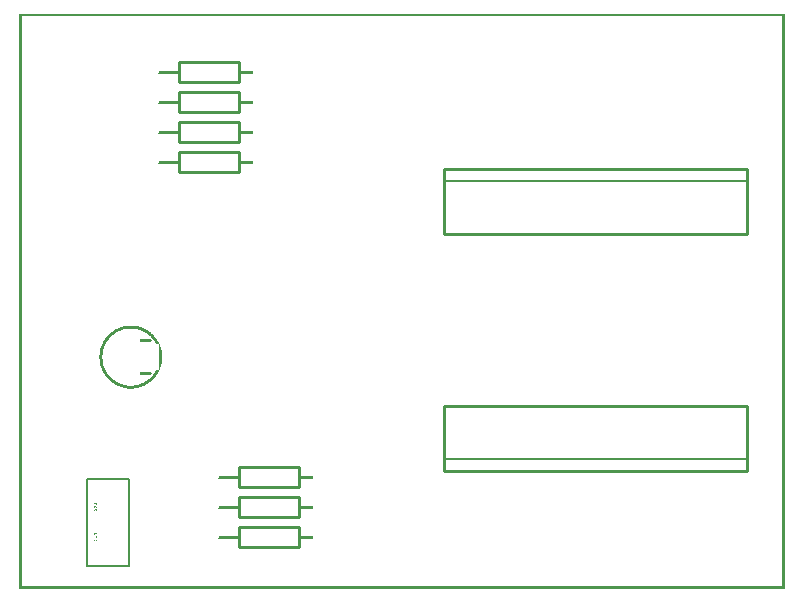
<source format=gto>
G04 MADE WITH FRITZING*
G04 WWW.FRITZING.ORG*
G04 DOUBLE SIDED*
G04 HOLES PLATED*
G04 CONTOUR ON CENTER OF CONTOUR VECTOR*
%ASAXBY*%
%FSLAX23Y23*%
%MOIN*%
%OFA0B0*%
%SFA1.0B1.0*%
%ADD10R,0.144999X0.295000X0.134999X0.285000*%
%ADD11C,0.005000*%
%ADD12C,0.010000*%
%ADD13R,0.001000X0.001000*%
%LNSILK1*%
G90*
G70*
G54D11*
X227Y367D02*
X367Y367D01*
X367Y77D01*
X227Y77D01*
X227Y367D01*
D02*
G54D12*
X2427Y610D02*
X1417Y610D01*
D02*
X1417Y610D02*
X1417Y394D01*
D02*
X1417Y394D02*
X2427Y394D01*
D02*
X2427Y394D02*
X2427Y610D01*
G54D11*
D02*
X1417Y434D02*
X2427Y434D01*
G54D12*
D02*
X1417Y1184D02*
X2427Y1184D01*
D02*
X2427Y1184D02*
X2427Y1400D01*
D02*
X2427Y1400D02*
X1417Y1400D01*
D02*
X1417Y1400D02*
X1417Y1184D01*
G54D11*
D02*
X2427Y1360D02*
X1417Y1360D01*
G54D12*
D02*
X532Y1755D02*
X732Y1755D01*
D02*
X732Y1755D02*
X732Y1689D01*
D02*
X732Y1689D02*
X532Y1689D01*
D02*
X532Y1689D02*
X532Y1755D01*
D02*
X532Y1655D02*
X732Y1655D01*
D02*
X732Y1655D02*
X732Y1589D01*
D02*
X732Y1589D02*
X532Y1589D01*
D02*
X532Y1589D02*
X532Y1655D01*
D02*
X532Y1555D02*
X732Y1555D01*
D02*
X732Y1555D02*
X732Y1489D01*
D02*
X732Y1489D02*
X532Y1489D01*
D02*
X532Y1489D02*
X532Y1555D01*
D02*
X532Y1455D02*
X732Y1455D01*
D02*
X732Y1455D02*
X732Y1389D01*
D02*
X732Y1389D02*
X532Y1389D01*
D02*
X532Y1389D02*
X532Y1455D01*
D02*
X732Y405D02*
X932Y405D01*
D02*
X932Y405D02*
X932Y339D01*
D02*
X932Y339D02*
X732Y339D01*
D02*
X732Y339D02*
X732Y405D01*
D02*
X732Y205D02*
X932Y205D01*
D02*
X932Y205D02*
X932Y139D01*
D02*
X932Y139D02*
X732Y139D01*
D02*
X732Y139D02*
X732Y205D01*
D02*
X732Y305D02*
X932Y305D01*
D02*
X932Y305D02*
X932Y239D01*
D02*
X932Y239D02*
X732Y239D01*
D02*
X732Y239D02*
X732Y305D01*
G54D13*
X0Y1916D02*
X2551Y1916D01*
X0Y1915D02*
X2551Y1915D01*
X0Y1914D02*
X2551Y1914D01*
X0Y1913D02*
X2551Y1913D01*
X0Y1912D02*
X2551Y1912D01*
X0Y1911D02*
X2551Y1911D01*
X0Y1910D02*
X2551Y1910D01*
X0Y1909D02*
X2551Y1909D01*
X0Y1908D02*
X7Y1908D01*
X2544Y1908D02*
X2551Y1908D01*
X0Y1907D02*
X7Y1907D01*
X2544Y1907D02*
X2551Y1907D01*
X0Y1906D02*
X7Y1906D01*
X2544Y1906D02*
X2551Y1906D01*
X0Y1905D02*
X7Y1905D01*
X2544Y1905D02*
X2551Y1905D01*
X0Y1904D02*
X7Y1904D01*
X2544Y1904D02*
X2551Y1904D01*
X0Y1903D02*
X7Y1903D01*
X2544Y1903D02*
X2551Y1903D01*
X0Y1902D02*
X7Y1902D01*
X2544Y1902D02*
X2551Y1902D01*
X0Y1901D02*
X7Y1901D01*
X2544Y1901D02*
X2551Y1901D01*
X0Y1900D02*
X7Y1900D01*
X2544Y1900D02*
X2551Y1900D01*
X0Y1899D02*
X7Y1899D01*
X2544Y1899D02*
X2551Y1899D01*
X0Y1898D02*
X7Y1898D01*
X2544Y1898D02*
X2551Y1898D01*
X0Y1897D02*
X7Y1897D01*
X2544Y1897D02*
X2551Y1897D01*
X0Y1896D02*
X7Y1896D01*
X2544Y1896D02*
X2551Y1896D01*
X0Y1895D02*
X7Y1895D01*
X2544Y1895D02*
X2551Y1895D01*
X0Y1894D02*
X7Y1894D01*
X2544Y1894D02*
X2551Y1894D01*
X0Y1893D02*
X7Y1893D01*
X2544Y1893D02*
X2551Y1893D01*
X0Y1892D02*
X7Y1892D01*
X2544Y1892D02*
X2551Y1892D01*
X0Y1891D02*
X7Y1891D01*
X2544Y1891D02*
X2551Y1891D01*
X0Y1890D02*
X7Y1890D01*
X2544Y1890D02*
X2551Y1890D01*
X0Y1889D02*
X7Y1889D01*
X2544Y1889D02*
X2551Y1889D01*
X0Y1888D02*
X7Y1888D01*
X2544Y1888D02*
X2551Y1888D01*
X0Y1887D02*
X7Y1887D01*
X2544Y1887D02*
X2551Y1887D01*
X0Y1886D02*
X7Y1886D01*
X2544Y1886D02*
X2551Y1886D01*
X0Y1885D02*
X7Y1885D01*
X2544Y1885D02*
X2551Y1885D01*
X0Y1884D02*
X7Y1884D01*
X2544Y1884D02*
X2551Y1884D01*
X0Y1883D02*
X7Y1883D01*
X2544Y1883D02*
X2551Y1883D01*
X0Y1882D02*
X7Y1882D01*
X2544Y1882D02*
X2551Y1882D01*
X0Y1881D02*
X7Y1881D01*
X2544Y1881D02*
X2551Y1881D01*
X0Y1880D02*
X7Y1880D01*
X2544Y1880D02*
X2551Y1880D01*
X0Y1879D02*
X7Y1879D01*
X2544Y1879D02*
X2551Y1879D01*
X0Y1878D02*
X7Y1878D01*
X2544Y1878D02*
X2551Y1878D01*
X0Y1877D02*
X7Y1877D01*
X2544Y1877D02*
X2551Y1877D01*
X0Y1876D02*
X7Y1876D01*
X2544Y1876D02*
X2551Y1876D01*
X0Y1875D02*
X7Y1875D01*
X2544Y1875D02*
X2551Y1875D01*
X0Y1874D02*
X7Y1874D01*
X2544Y1874D02*
X2551Y1874D01*
X0Y1873D02*
X7Y1873D01*
X2544Y1873D02*
X2551Y1873D01*
X0Y1872D02*
X7Y1872D01*
X2544Y1872D02*
X2551Y1872D01*
X0Y1871D02*
X7Y1871D01*
X2544Y1871D02*
X2551Y1871D01*
X0Y1870D02*
X7Y1870D01*
X2544Y1870D02*
X2551Y1870D01*
X0Y1869D02*
X7Y1869D01*
X2544Y1869D02*
X2551Y1869D01*
X0Y1868D02*
X7Y1868D01*
X2544Y1868D02*
X2551Y1868D01*
X0Y1867D02*
X7Y1867D01*
X2544Y1867D02*
X2551Y1867D01*
X0Y1866D02*
X7Y1866D01*
X2544Y1866D02*
X2551Y1866D01*
X0Y1865D02*
X7Y1865D01*
X2544Y1865D02*
X2551Y1865D01*
X0Y1864D02*
X7Y1864D01*
X2544Y1864D02*
X2551Y1864D01*
X0Y1863D02*
X7Y1863D01*
X2544Y1863D02*
X2551Y1863D01*
X0Y1862D02*
X7Y1862D01*
X2544Y1862D02*
X2551Y1862D01*
X0Y1861D02*
X7Y1861D01*
X2544Y1861D02*
X2551Y1861D01*
X0Y1860D02*
X7Y1860D01*
X2544Y1860D02*
X2551Y1860D01*
X0Y1859D02*
X7Y1859D01*
X2544Y1859D02*
X2551Y1859D01*
X0Y1858D02*
X7Y1858D01*
X2544Y1858D02*
X2551Y1858D01*
X0Y1857D02*
X7Y1857D01*
X2544Y1857D02*
X2551Y1857D01*
X0Y1856D02*
X7Y1856D01*
X2544Y1856D02*
X2551Y1856D01*
X0Y1855D02*
X7Y1855D01*
X2544Y1855D02*
X2551Y1855D01*
X0Y1854D02*
X7Y1854D01*
X2544Y1854D02*
X2551Y1854D01*
X0Y1853D02*
X7Y1853D01*
X2544Y1853D02*
X2551Y1853D01*
X0Y1852D02*
X7Y1852D01*
X2544Y1852D02*
X2551Y1852D01*
X0Y1851D02*
X7Y1851D01*
X2544Y1851D02*
X2551Y1851D01*
X0Y1850D02*
X7Y1850D01*
X2544Y1850D02*
X2551Y1850D01*
X0Y1849D02*
X7Y1849D01*
X2544Y1849D02*
X2551Y1849D01*
X0Y1848D02*
X7Y1848D01*
X2544Y1848D02*
X2551Y1848D01*
X0Y1847D02*
X7Y1847D01*
X2544Y1847D02*
X2551Y1847D01*
X0Y1846D02*
X7Y1846D01*
X2544Y1846D02*
X2551Y1846D01*
X0Y1845D02*
X7Y1845D01*
X2544Y1845D02*
X2551Y1845D01*
X0Y1844D02*
X7Y1844D01*
X2544Y1844D02*
X2551Y1844D01*
X0Y1843D02*
X7Y1843D01*
X2544Y1843D02*
X2551Y1843D01*
X0Y1842D02*
X7Y1842D01*
X2544Y1842D02*
X2551Y1842D01*
X0Y1841D02*
X7Y1841D01*
X2544Y1841D02*
X2551Y1841D01*
X0Y1840D02*
X7Y1840D01*
X2544Y1840D02*
X2551Y1840D01*
X0Y1839D02*
X7Y1839D01*
X2544Y1839D02*
X2551Y1839D01*
X0Y1838D02*
X7Y1838D01*
X2544Y1838D02*
X2551Y1838D01*
X0Y1837D02*
X7Y1837D01*
X2544Y1837D02*
X2551Y1837D01*
X0Y1836D02*
X7Y1836D01*
X2544Y1836D02*
X2551Y1836D01*
X0Y1835D02*
X7Y1835D01*
X2544Y1835D02*
X2551Y1835D01*
X0Y1834D02*
X7Y1834D01*
X2544Y1834D02*
X2551Y1834D01*
X0Y1833D02*
X7Y1833D01*
X2544Y1833D02*
X2551Y1833D01*
X0Y1832D02*
X7Y1832D01*
X2544Y1832D02*
X2551Y1832D01*
X0Y1831D02*
X7Y1831D01*
X2544Y1831D02*
X2551Y1831D01*
X0Y1830D02*
X7Y1830D01*
X2544Y1830D02*
X2551Y1830D01*
X0Y1829D02*
X7Y1829D01*
X2544Y1829D02*
X2551Y1829D01*
X0Y1828D02*
X7Y1828D01*
X2544Y1828D02*
X2551Y1828D01*
X0Y1827D02*
X7Y1827D01*
X2544Y1827D02*
X2551Y1827D01*
X0Y1826D02*
X7Y1826D01*
X2544Y1826D02*
X2551Y1826D01*
X0Y1825D02*
X7Y1825D01*
X2544Y1825D02*
X2551Y1825D01*
X0Y1824D02*
X7Y1824D01*
X2544Y1824D02*
X2551Y1824D01*
X0Y1823D02*
X7Y1823D01*
X2544Y1823D02*
X2551Y1823D01*
X0Y1822D02*
X7Y1822D01*
X2544Y1822D02*
X2551Y1822D01*
X0Y1821D02*
X7Y1821D01*
X2544Y1821D02*
X2551Y1821D01*
X0Y1820D02*
X7Y1820D01*
X2544Y1820D02*
X2551Y1820D01*
X0Y1819D02*
X7Y1819D01*
X2544Y1819D02*
X2551Y1819D01*
X0Y1818D02*
X7Y1818D01*
X2544Y1818D02*
X2551Y1818D01*
X0Y1817D02*
X7Y1817D01*
X2544Y1817D02*
X2551Y1817D01*
X0Y1816D02*
X7Y1816D01*
X2544Y1816D02*
X2551Y1816D01*
X0Y1815D02*
X7Y1815D01*
X2544Y1815D02*
X2551Y1815D01*
X0Y1814D02*
X7Y1814D01*
X2544Y1814D02*
X2551Y1814D01*
X0Y1813D02*
X7Y1813D01*
X2544Y1813D02*
X2551Y1813D01*
X0Y1812D02*
X7Y1812D01*
X2544Y1812D02*
X2551Y1812D01*
X0Y1811D02*
X7Y1811D01*
X2544Y1811D02*
X2551Y1811D01*
X0Y1810D02*
X7Y1810D01*
X2544Y1810D02*
X2551Y1810D01*
X0Y1809D02*
X7Y1809D01*
X2544Y1809D02*
X2551Y1809D01*
X0Y1808D02*
X7Y1808D01*
X2544Y1808D02*
X2551Y1808D01*
X0Y1807D02*
X7Y1807D01*
X2544Y1807D02*
X2551Y1807D01*
X0Y1806D02*
X7Y1806D01*
X2544Y1806D02*
X2551Y1806D01*
X0Y1805D02*
X7Y1805D01*
X2544Y1805D02*
X2551Y1805D01*
X0Y1804D02*
X7Y1804D01*
X2544Y1804D02*
X2551Y1804D01*
X0Y1803D02*
X7Y1803D01*
X2544Y1803D02*
X2551Y1803D01*
X0Y1802D02*
X7Y1802D01*
X2544Y1802D02*
X2551Y1802D01*
X0Y1801D02*
X7Y1801D01*
X2544Y1801D02*
X2551Y1801D01*
X0Y1800D02*
X7Y1800D01*
X2544Y1800D02*
X2551Y1800D01*
X0Y1799D02*
X7Y1799D01*
X2544Y1799D02*
X2551Y1799D01*
X0Y1798D02*
X7Y1798D01*
X2544Y1798D02*
X2551Y1798D01*
X0Y1797D02*
X7Y1797D01*
X2544Y1797D02*
X2551Y1797D01*
X0Y1796D02*
X7Y1796D01*
X2544Y1796D02*
X2551Y1796D01*
X0Y1795D02*
X7Y1795D01*
X2544Y1795D02*
X2551Y1795D01*
X0Y1794D02*
X7Y1794D01*
X2544Y1794D02*
X2551Y1794D01*
X0Y1793D02*
X7Y1793D01*
X2544Y1793D02*
X2551Y1793D01*
X0Y1792D02*
X7Y1792D01*
X2544Y1792D02*
X2551Y1792D01*
X0Y1791D02*
X7Y1791D01*
X2544Y1791D02*
X2551Y1791D01*
X0Y1790D02*
X7Y1790D01*
X2544Y1790D02*
X2551Y1790D01*
X0Y1789D02*
X7Y1789D01*
X2544Y1789D02*
X2551Y1789D01*
X0Y1788D02*
X7Y1788D01*
X2544Y1788D02*
X2551Y1788D01*
X0Y1787D02*
X7Y1787D01*
X2544Y1787D02*
X2551Y1787D01*
X0Y1786D02*
X7Y1786D01*
X2544Y1786D02*
X2551Y1786D01*
X0Y1785D02*
X7Y1785D01*
X2544Y1785D02*
X2551Y1785D01*
X0Y1784D02*
X7Y1784D01*
X2544Y1784D02*
X2551Y1784D01*
X0Y1783D02*
X7Y1783D01*
X2544Y1783D02*
X2551Y1783D01*
X0Y1782D02*
X7Y1782D01*
X2544Y1782D02*
X2551Y1782D01*
X0Y1781D02*
X7Y1781D01*
X2544Y1781D02*
X2551Y1781D01*
X0Y1780D02*
X7Y1780D01*
X2544Y1780D02*
X2551Y1780D01*
X0Y1779D02*
X7Y1779D01*
X2544Y1779D02*
X2551Y1779D01*
X0Y1778D02*
X7Y1778D01*
X2544Y1778D02*
X2551Y1778D01*
X0Y1777D02*
X7Y1777D01*
X2544Y1777D02*
X2551Y1777D01*
X0Y1776D02*
X7Y1776D01*
X2544Y1776D02*
X2551Y1776D01*
X0Y1775D02*
X7Y1775D01*
X2544Y1775D02*
X2551Y1775D01*
X0Y1774D02*
X7Y1774D01*
X2544Y1774D02*
X2551Y1774D01*
X0Y1773D02*
X7Y1773D01*
X2544Y1773D02*
X2551Y1773D01*
X0Y1772D02*
X7Y1772D01*
X2544Y1772D02*
X2551Y1772D01*
X0Y1771D02*
X7Y1771D01*
X2544Y1771D02*
X2551Y1771D01*
X0Y1770D02*
X7Y1770D01*
X2544Y1770D02*
X2551Y1770D01*
X0Y1769D02*
X7Y1769D01*
X2544Y1769D02*
X2551Y1769D01*
X0Y1768D02*
X7Y1768D01*
X2544Y1768D02*
X2551Y1768D01*
X0Y1767D02*
X7Y1767D01*
X2544Y1767D02*
X2551Y1767D01*
X0Y1766D02*
X7Y1766D01*
X2544Y1766D02*
X2551Y1766D01*
X0Y1765D02*
X7Y1765D01*
X2544Y1765D02*
X2551Y1765D01*
X0Y1764D02*
X7Y1764D01*
X2544Y1764D02*
X2551Y1764D01*
X0Y1763D02*
X7Y1763D01*
X2544Y1763D02*
X2551Y1763D01*
X0Y1762D02*
X7Y1762D01*
X2544Y1762D02*
X2551Y1762D01*
X0Y1761D02*
X7Y1761D01*
X2544Y1761D02*
X2551Y1761D01*
X0Y1760D02*
X7Y1760D01*
X2544Y1760D02*
X2551Y1760D01*
X0Y1759D02*
X7Y1759D01*
X2544Y1759D02*
X2551Y1759D01*
X0Y1758D02*
X7Y1758D01*
X2544Y1758D02*
X2551Y1758D01*
X0Y1757D02*
X7Y1757D01*
X2544Y1757D02*
X2551Y1757D01*
X0Y1756D02*
X7Y1756D01*
X2544Y1756D02*
X2551Y1756D01*
X0Y1755D02*
X7Y1755D01*
X2544Y1755D02*
X2551Y1755D01*
X0Y1754D02*
X7Y1754D01*
X2544Y1754D02*
X2551Y1754D01*
X0Y1753D02*
X7Y1753D01*
X2544Y1753D02*
X2551Y1753D01*
X0Y1752D02*
X7Y1752D01*
X2544Y1752D02*
X2551Y1752D01*
X0Y1751D02*
X7Y1751D01*
X2544Y1751D02*
X2551Y1751D01*
X0Y1750D02*
X7Y1750D01*
X2544Y1750D02*
X2551Y1750D01*
X0Y1749D02*
X7Y1749D01*
X2544Y1749D02*
X2551Y1749D01*
X0Y1748D02*
X7Y1748D01*
X2544Y1748D02*
X2551Y1748D01*
X0Y1747D02*
X7Y1747D01*
X2544Y1747D02*
X2551Y1747D01*
X0Y1746D02*
X7Y1746D01*
X2544Y1746D02*
X2551Y1746D01*
X0Y1745D02*
X7Y1745D01*
X2544Y1745D02*
X2551Y1745D01*
X0Y1744D02*
X7Y1744D01*
X2544Y1744D02*
X2551Y1744D01*
X0Y1743D02*
X7Y1743D01*
X2544Y1743D02*
X2551Y1743D01*
X0Y1742D02*
X7Y1742D01*
X2544Y1742D02*
X2551Y1742D01*
X0Y1741D02*
X7Y1741D01*
X2544Y1741D02*
X2551Y1741D01*
X0Y1740D02*
X7Y1740D01*
X2544Y1740D02*
X2551Y1740D01*
X0Y1739D02*
X7Y1739D01*
X2544Y1739D02*
X2551Y1739D01*
X0Y1738D02*
X7Y1738D01*
X2544Y1738D02*
X2551Y1738D01*
X0Y1737D02*
X7Y1737D01*
X2544Y1737D02*
X2551Y1737D01*
X0Y1736D02*
X7Y1736D01*
X2544Y1736D02*
X2551Y1736D01*
X0Y1735D02*
X7Y1735D01*
X2544Y1735D02*
X2551Y1735D01*
X0Y1734D02*
X7Y1734D01*
X2544Y1734D02*
X2551Y1734D01*
X0Y1733D02*
X7Y1733D01*
X2544Y1733D02*
X2551Y1733D01*
X0Y1732D02*
X7Y1732D01*
X2544Y1732D02*
X2551Y1732D01*
X0Y1731D02*
X7Y1731D01*
X2544Y1731D02*
X2551Y1731D01*
X0Y1730D02*
X7Y1730D01*
X2544Y1730D02*
X2551Y1730D01*
X0Y1729D02*
X7Y1729D01*
X2544Y1729D02*
X2551Y1729D01*
X0Y1728D02*
X7Y1728D01*
X2544Y1728D02*
X2551Y1728D01*
X0Y1727D02*
X7Y1727D01*
X464Y1727D02*
X530Y1727D01*
X732Y1727D02*
X779Y1727D01*
X2544Y1727D02*
X2551Y1727D01*
X0Y1726D02*
X7Y1726D01*
X464Y1726D02*
X531Y1726D01*
X732Y1726D02*
X779Y1726D01*
X2544Y1726D02*
X2551Y1726D01*
X0Y1725D02*
X7Y1725D01*
X464Y1725D02*
X531Y1725D01*
X732Y1725D02*
X779Y1725D01*
X2544Y1725D02*
X2551Y1725D01*
X0Y1724D02*
X7Y1724D01*
X465Y1724D02*
X531Y1724D01*
X732Y1724D02*
X779Y1724D01*
X2544Y1724D02*
X2551Y1724D01*
X0Y1723D02*
X7Y1723D01*
X465Y1723D02*
X531Y1723D01*
X732Y1723D02*
X779Y1723D01*
X2544Y1723D02*
X2551Y1723D01*
X0Y1722D02*
X7Y1722D01*
X465Y1722D02*
X531Y1722D01*
X732Y1722D02*
X779Y1722D01*
X2544Y1722D02*
X2551Y1722D01*
X0Y1721D02*
X7Y1721D01*
X465Y1721D02*
X531Y1721D01*
X732Y1721D02*
X779Y1721D01*
X2544Y1721D02*
X2551Y1721D01*
X0Y1720D02*
X7Y1720D01*
X465Y1720D02*
X531Y1720D01*
X732Y1720D02*
X779Y1720D01*
X2544Y1720D02*
X2551Y1720D01*
X0Y1719D02*
X7Y1719D01*
X464Y1719D02*
X531Y1719D01*
X732Y1719D02*
X779Y1719D01*
X2544Y1719D02*
X2551Y1719D01*
X0Y1718D02*
X7Y1718D01*
X464Y1718D02*
X531Y1718D01*
X732Y1718D02*
X779Y1718D01*
X2544Y1718D02*
X2551Y1718D01*
X0Y1717D02*
X7Y1717D01*
X2544Y1717D02*
X2551Y1717D01*
X0Y1716D02*
X7Y1716D01*
X2544Y1716D02*
X2551Y1716D01*
X0Y1715D02*
X7Y1715D01*
X2544Y1715D02*
X2551Y1715D01*
X0Y1714D02*
X7Y1714D01*
X2544Y1714D02*
X2551Y1714D01*
X0Y1713D02*
X7Y1713D01*
X2544Y1713D02*
X2551Y1713D01*
X0Y1712D02*
X7Y1712D01*
X2544Y1712D02*
X2551Y1712D01*
X0Y1711D02*
X7Y1711D01*
X2544Y1711D02*
X2551Y1711D01*
X0Y1710D02*
X7Y1710D01*
X2544Y1710D02*
X2551Y1710D01*
X0Y1709D02*
X7Y1709D01*
X2544Y1709D02*
X2551Y1709D01*
X0Y1708D02*
X7Y1708D01*
X2544Y1708D02*
X2551Y1708D01*
X0Y1707D02*
X7Y1707D01*
X2544Y1707D02*
X2551Y1707D01*
X0Y1706D02*
X7Y1706D01*
X2544Y1706D02*
X2551Y1706D01*
X0Y1705D02*
X7Y1705D01*
X2544Y1705D02*
X2551Y1705D01*
X0Y1704D02*
X7Y1704D01*
X2544Y1704D02*
X2551Y1704D01*
X0Y1703D02*
X7Y1703D01*
X2544Y1703D02*
X2551Y1703D01*
X0Y1702D02*
X7Y1702D01*
X2544Y1702D02*
X2551Y1702D01*
X0Y1701D02*
X7Y1701D01*
X2544Y1701D02*
X2551Y1701D01*
X0Y1700D02*
X7Y1700D01*
X2544Y1700D02*
X2551Y1700D01*
X0Y1699D02*
X7Y1699D01*
X2544Y1699D02*
X2551Y1699D01*
X0Y1698D02*
X7Y1698D01*
X2544Y1698D02*
X2551Y1698D01*
X0Y1697D02*
X7Y1697D01*
X2544Y1697D02*
X2551Y1697D01*
X0Y1696D02*
X7Y1696D01*
X2544Y1696D02*
X2551Y1696D01*
X0Y1695D02*
X7Y1695D01*
X2544Y1695D02*
X2551Y1695D01*
X0Y1694D02*
X7Y1694D01*
X2544Y1694D02*
X2551Y1694D01*
X0Y1693D02*
X7Y1693D01*
X2544Y1693D02*
X2551Y1693D01*
X0Y1692D02*
X7Y1692D01*
X2544Y1692D02*
X2551Y1692D01*
X0Y1691D02*
X7Y1691D01*
X2544Y1691D02*
X2551Y1691D01*
X0Y1690D02*
X7Y1690D01*
X2544Y1690D02*
X2551Y1690D01*
X0Y1689D02*
X7Y1689D01*
X2544Y1689D02*
X2551Y1689D01*
X0Y1688D02*
X7Y1688D01*
X2544Y1688D02*
X2551Y1688D01*
X0Y1687D02*
X7Y1687D01*
X2544Y1687D02*
X2551Y1687D01*
X0Y1686D02*
X7Y1686D01*
X2544Y1686D02*
X2551Y1686D01*
X0Y1685D02*
X7Y1685D01*
X2544Y1685D02*
X2551Y1685D01*
X0Y1684D02*
X7Y1684D01*
X2544Y1684D02*
X2551Y1684D01*
X0Y1683D02*
X7Y1683D01*
X2544Y1683D02*
X2551Y1683D01*
X0Y1682D02*
X7Y1682D01*
X2544Y1682D02*
X2551Y1682D01*
X0Y1681D02*
X7Y1681D01*
X2544Y1681D02*
X2551Y1681D01*
X0Y1680D02*
X7Y1680D01*
X2544Y1680D02*
X2551Y1680D01*
X0Y1679D02*
X7Y1679D01*
X2544Y1679D02*
X2551Y1679D01*
X0Y1678D02*
X7Y1678D01*
X2544Y1678D02*
X2551Y1678D01*
X0Y1677D02*
X7Y1677D01*
X2544Y1677D02*
X2551Y1677D01*
X0Y1676D02*
X7Y1676D01*
X2544Y1676D02*
X2551Y1676D01*
X0Y1675D02*
X7Y1675D01*
X2544Y1675D02*
X2551Y1675D01*
X0Y1674D02*
X7Y1674D01*
X2544Y1674D02*
X2551Y1674D01*
X0Y1673D02*
X7Y1673D01*
X2544Y1673D02*
X2551Y1673D01*
X0Y1672D02*
X7Y1672D01*
X2544Y1672D02*
X2551Y1672D01*
X0Y1671D02*
X7Y1671D01*
X2544Y1671D02*
X2551Y1671D01*
X0Y1670D02*
X7Y1670D01*
X2544Y1670D02*
X2551Y1670D01*
X0Y1669D02*
X7Y1669D01*
X2544Y1669D02*
X2551Y1669D01*
X0Y1668D02*
X7Y1668D01*
X2544Y1668D02*
X2551Y1668D01*
X0Y1667D02*
X7Y1667D01*
X2544Y1667D02*
X2551Y1667D01*
X0Y1666D02*
X7Y1666D01*
X2544Y1666D02*
X2551Y1666D01*
X0Y1665D02*
X7Y1665D01*
X2544Y1665D02*
X2551Y1665D01*
X0Y1664D02*
X7Y1664D01*
X2544Y1664D02*
X2551Y1664D01*
X0Y1663D02*
X7Y1663D01*
X2544Y1663D02*
X2551Y1663D01*
X0Y1662D02*
X7Y1662D01*
X2544Y1662D02*
X2551Y1662D01*
X0Y1661D02*
X7Y1661D01*
X2544Y1661D02*
X2551Y1661D01*
X0Y1660D02*
X7Y1660D01*
X2544Y1660D02*
X2551Y1660D01*
X0Y1659D02*
X7Y1659D01*
X2544Y1659D02*
X2551Y1659D01*
X0Y1658D02*
X7Y1658D01*
X2544Y1658D02*
X2551Y1658D01*
X0Y1657D02*
X7Y1657D01*
X2544Y1657D02*
X2551Y1657D01*
X0Y1656D02*
X7Y1656D01*
X2544Y1656D02*
X2551Y1656D01*
X0Y1655D02*
X7Y1655D01*
X2544Y1655D02*
X2551Y1655D01*
X0Y1654D02*
X7Y1654D01*
X2544Y1654D02*
X2551Y1654D01*
X0Y1653D02*
X7Y1653D01*
X2544Y1653D02*
X2551Y1653D01*
X0Y1652D02*
X7Y1652D01*
X2544Y1652D02*
X2551Y1652D01*
X0Y1651D02*
X7Y1651D01*
X2544Y1651D02*
X2551Y1651D01*
X0Y1650D02*
X7Y1650D01*
X2544Y1650D02*
X2551Y1650D01*
X0Y1649D02*
X7Y1649D01*
X2544Y1649D02*
X2551Y1649D01*
X0Y1648D02*
X7Y1648D01*
X2544Y1648D02*
X2551Y1648D01*
X0Y1647D02*
X7Y1647D01*
X2544Y1647D02*
X2551Y1647D01*
X0Y1646D02*
X7Y1646D01*
X2544Y1646D02*
X2551Y1646D01*
X0Y1645D02*
X7Y1645D01*
X2544Y1645D02*
X2551Y1645D01*
X0Y1644D02*
X7Y1644D01*
X2544Y1644D02*
X2551Y1644D01*
X0Y1643D02*
X7Y1643D01*
X2544Y1643D02*
X2551Y1643D01*
X0Y1642D02*
X7Y1642D01*
X2544Y1642D02*
X2551Y1642D01*
X0Y1641D02*
X7Y1641D01*
X2544Y1641D02*
X2551Y1641D01*
X0Y1640D02*
X7Y1640D01*
X2544Y1640D02*
X2551Y1640D01*
X0Y1639D02*
X7Y1639D01*
X2544Y1639D02*
X2551Y1639D01*
X0Y1638D02*
X7Y1638D01*
X2544Y1638D02*
X2551Y1638D01*
X0Y1637D02*
X7Y1637D01*
X2544Y1637D02*
X2551Y1637D01*
X0Y1636D02*
X7Y1636D01*
X2544Y1636D02*
X2551Y1636D01*
X0Y1635D02*
X7Y1635D01*
X2544Y1635D02*
X2551Y1635D01*
X0Y1634D02*
X7Y1634D01*
X2544Y1634D02*
X2551Y1634D01*
X0Y1633D02*
X7Y1633D01*
X2544Y1633D02*
X2551Y1633D01*
X0Y1632D02*
X7Y1632D01*
X2544Y1632D02*
X2551Y1632D01*
X0Y1631D02*
X7Y1631D01*
X2544Y1631D02*
X2551Y1631D01*
X0Y1630D02*
X7Y1630D01*
X2544Y1630D02*
X2551Y1630D01*
X0Y1629D02*
X7Y1629D01*
X2544Y1629D02*
X2551Y1629D01*
X0Y1628D02*
X7Y1628D01*
X2544Y1628D02*
X2551Y1628D01*
X0Y1627D02*
X7Y1627D01*
X464Y1627D02*
X530Y1627D01*
X732Y1627D02*
X779Y1627D01*
X2544Y1627D02*
X2551Y1627D01*
X0Y1626D02*
X7Y1626D01*
X464Y1626D02*
X531Y1626D01*
X732Y1626D02*
X779Y1626D01*
X2544Y1626D02*
X2551Y1626D01*
X0Y1625D02*
X7Y1625D01*
X464Y1625D02*
X531Y1625D01*
X732Y1625D02*
X779Y1625D01*
X2544Y1625D02*
X2551Y1625D01*
X0Y1624D02*
X7Y1624D01*
X465Y1624D02*
X531Y1624D01*
X732Y1624D02*
X779Y1624D01*
X2544Y1624D02*
X2551Y1624D01*
X0Y1623D02*
X7Y1623D01*
X465Y1623D02*
X531Y1623D01*
X732Y1623D02*
X779Y1623D01*
X2544Y1623D02*
X2551Y1623D01*
X0Y1622D02*
X7Y1622D01*
X465Y1622D02*
X531Y1622D01*
X732Y1622D02*
X779Y1622D01*
X2544Y1622D02*
X2551Y1622D01*
X0Y1621D02*
X7Y1621D01*
X465Y1621D02*
X531Y1621D01*
X732Y1621D02*
X779Y1621D01*
X2544Y1621D02*
X2551Y1621D01*
X0Y1620D02*
X7Y1620D01*
X465Y1620D02*
X531Y1620D01*
X732Y1620D02*
X779Y1620D01*
X2544Y1620D02*
X2551Y1620D01*
X0Y1619D02*
X7Y1619D01*
X464Y1619D02*
X531Y1619D01*
X732Y1619D02*
X779Y1619D01*
X2544Y1619D02*
X2551Y1619D01*
X0Y1618D02*
X7Y1618D01*
X464Y1618D02*
X531Y1618D01*
X732Y1618D02*
X779Y1618D01*
X2544Y1618D02*
X2551Y1618D01*
X0Y1617D02*
X7Y1617D01*
X2544Y1617D02*
X2551Y1617D01*
X0Y1616D02*
X7Y1616D01*
X2544Y1616D02*
X2551Y1616D01*
X0Y1615D02*
X7Y1615D01*
X2544Y1615D02*
X2551Y1615D01*
X0Y1614D02*
X7Y1614D01*
X2544Y1614D02*
X2551Y1614D01*
X0Y1613D02*
X7Y1613D01*
X2544Y1613D02*
X2551Y1613D01*
X0Y1612D02*
X7Y1612D01*
X2544Y1612D02*
X2551Y1612D01*
X0Y1611D02*
X7Y1611D01*
X2544Y1611D02*
X2551Y1611D01*
X0Y1610D02*
X7Y1610D01*
X2544Y1610D02*
X2551Y1610D01*
X0Y1609D02*
X7Y1609D01*
X2544Y1609D02*
X2551Y1609D01*
X0Y1608D02*
X7Y1608D01*
X2544Y1608D02*
X2551Y1608D01*
X0Y1607D02*
X7Y1607D01*
X2544Y1607D02*
X2551Y1607D01*
X0Y1606D02*
X7Y1606D01*
X2544Y1606D02*
X2551Y1606D01*
X0Y1605D02*
X7Y1605D01*
X2544Y1605D02*
X2551Y1605D01*
X0Y1604D02*
X7Y1604D01*
X2544Y1604D02*
X2551Y1604D01*
X0Y1603D02*
X7Y1603D01*
X2544Y1603D02*
X2551Y1603D01*
X0Y1602D02*
X7Y1602D01*
X2544Y1602D02*
X2551Y1602D01*
X0Y1601D02*
X7Y1601D01*
X2544Y1601D02*
X2551Y1601D01*
X0Y1600D02*
X7Y1600D01*
X2544Y1600D02*
X2551Y1600D01*
X0Y1599D02*
X7Y1599D01*
X2544Y1599D02*
X2551Y1599D01*
X0Y1598D02*
X7Y1598D01*
X2544Y1598D02*
X2551Y1598D01*
X0Y1597D02*
X7Y1597D01*
X2544Y1597D02*
X2551Y1597D01*
X0Y1596D02*
X7Y1596D01*
X2544Y1596D02*
X2551Y1596D01*
X0Y1595D02*
X7Y1595D01*
X2544Y1595D02*
X2551Y1595D01*
X0Y1594D02*
X7Y1594D01*
X2544Y1594D02*
X2551Y1594D01*
X0Y1593D02*
X7Y1593D01*
X2544Y1593D02*
X2551Y1593D01*
X0Y1592D02*
X7Y1592D01*
X2544Y1592D02*
X2551Y1592D01*
X0Y1591D02*
X7Y1591D01*
X2544Y1591D02*
X2551Y1591D01*
X0Y1590D02*
X7Y1590D01*
X2544Y1590D02*
X2551Y1590D01*
X0Y1589D02*
X7Y1589D01*
X2544Y1589D02*
X2551Y1589D01*
X0Y1588D02*
X7Y1588D01*
X2544Y1588D02*
X2551Y1588D01*
X0Y1587D02*
X7Y1587D01*
X2544Y1587D02*
X2551Y1587D01*
X0Y1586D02*
X7Y1586D01*
X2544Y1586D02*
X2551Y1586D01*
X0Y1585D02*
X7Y1585D01*
X2544Y1585D02*
X2551Y1585D01*
X0Y1584D02*
X7Y1584D01*
X2544Y1584D02*
X2551Y1584D01*
X0Y1583D02*
X7Y1583D01*
X2544Y1583D02*
X2551Y1583D01*
X0Y1582D02*
X7Y1582D01*
X2544Y1582D02*
X2551Y1582D01*
X0Y1581D02*
X7Y1581D01*
X2544Y1581D02*
X2551Y1581D01*
X0Y1580D02*
X7Y1580D01*
X2544Y1580D02*
X2551Y1580D01*
X0Y1579D02*
X7Y1579D01*
X2544Y1579D02*
X2551Y1579D01*
X0Y1578D02*
X7Y1578D01*
X2544Y1578D02*
X2551Y1578D01*
X0Y1577D02*
X7Y1577D01*
X2544Y1577D02*
X2551Y1577D01*
X0Y1576D02*
X7Y1576D01*
X2544Y1576D02*
X2551Y1576D01*
X0Y1575D02*
X7Y1575D01*
X2544Y1575D02*
X2551Y1575D01*
X0Y1574D02*
X7Y1574D01*
X2544Y1574D02*
X2551Y1574D01*
X0Y1573D02*
X7Y1573D01*
X2544Y1573D02*
X2551Y1573D01*
X0Y1572D02*
X7Y1572D01*
X2544Y1572D02*
X2551Y1572D01*
X0Y1571D02*
X7Y1571D01*
X2544Y1571D02*
X2551Y1571D01*
X0Y1570D02*
X7Y1570D01*
X2544Y1570D02*
X2551Y1570D01*
X0Y1569D02*
X7Y1569D01*
X2544Y1569D02*
X2551Y1569D01*
X0Y1568D02*
X7Y1568D01*
X2544Y1568D02*
X2551Y1568D01*
X0Y1567D02*
X7Y1567D01*
X2544Y1567D02*
X2551Y1567D01*
X0Y1566D02*
X7Y1566D01*
X2544Y1566D02*
X2551Y1566D01*
X0Y1565D02*
X7Y1565D01*
X2544Y1565D02*
X2551Y1565D01*
X0Y1564D02*
X7Y1564D01*
X2544Y1564D02*
X2551Y1564D01*
X0Y1563D02*
X7Y1563D01*
X2544Y1563D02*
X2551Y1563D01*
X0Y1562D02*
X7Y1562D01*
X2544Y1562D02*
X2551Y1562D01*
X0Y1561D02*
X7Y1561D01*
X2544Y1561D02*
X2551Y1561D01*
X0Y1560D02*
X7Y1560D01*
X2544Y1560D02*
X2551Y1560D01*
X0Y1559D02*
X7Y1559D01*
X2544Y1559D02*
X2551Y1559D01*
X0Y1558D02*
X7Y1558D01*
X2544Y1558D02*
X2551Y1558D01*
X0Y1557D02*
X7Y1557D01*
X2544Y1557D02*
X2551Y1557D01*
X0Y1556D02*
X7Y1556D01*
X2544Y1556D02*
X2551Y1556D01*
X0Y1555D02*
X7Y1555D01*
X2544Y1555D02*
X2551Y1555D01*
X0Y1554D02*
X7Y1554D01*
X2544Y1554D02*
X2551Y1554D01*
X0Y1553D02*
X7Y1553D01*
X2544Y1553D02*
X2551Y1553D01*
X0Y1552D02*
X7Y1552D01*
X2544Y1552D02*
X2551Y1552D01*
X0Y1551D02*
X7Y1551D01*
X2544Y1551D02*
X2551Y1551D01*
X0Y1550D02*
X7Y1550D01*
X2544Y1550D02*
X2551Y1550D01*
X0Y1549D02*
X7Y1549D01*
X2544Y1549D02*
X2551Y1549D01*
X0Y1548D02*
X7Y1548D01*
X2544Y1548D02*
X2551Y1548D01*
X0Y1547D02*
X7Y1547D01*
X2544Y1547D02*
X2551Y1547D01*
X0Y1546D02*
X7Y1546D01*
X2544Y1546D02*
X2551Y1546D01*
X0Y1545D02*
X7Y1545D01*
X2544Y1545D02*
X2551Y1545D01*
X0Y1544D02*
X7Y1544D01*
X2544Y1544D02*
X2551Y1544D01*
X0Y1543D02*
X7Y1543D01*
X2544Y1543D02*
X2551Y1543D01*
X0Y1542D02*
X7Y1542D01*
X2544Y1542D02*
X2551Y1542D01*
X0Y1541D02*
X7Y1541D01*
X2544Y1541D02*
X2551Y1541D01*
X0Y1540D02*
X7Y1540D01*
X2544Y1540D02*
X2551Y1540D01*
X0Y1539D02*
X7Y1539D01*
X2544Y1539D02*
X2551Y1539D01*
X0Y1538D02*
X7Y1538D01*
X2544Y1538D02*
X2551Y1538D01*
X0Y1537D02*
X7Y1537D01*
X2544Y1537D02*
X2551Y1537D01*
X0Y1536D02*
X7Y1536D01*
X2544Y1536D02*
X2551Y1536D01*
X0Y1535D02*
X7Y1535D01*
X2544Y1535D02*
X2551Y1535D01*
X0Y1534D02*
X7Y1534D01*
X2544Y1534D02*
X2551Y1534D01*
X0Y1533D02*
X7Y1533D01*
X2544Y1533D02*
X2551Y1533D01*
X0Y1532D02*
X7Y1532D01*
X2544Y1532D02*
X2551Y1532D01*
X0Y1531D02*
X7Y1531D01*
X2544Y1531D02*
X2551Y1531D01*
X0Y1530D02*
X7Y1530D01*
X2544Y1530D02*
X2551Y1530D01*
X0Y1529D02*
X7Y1529D01*
X2544Y1529D02*
X2551Y1529D01*
X0Y1528D02*
X7Y1528D01*
X2544Y1528D02*
X2551Y1528D01*
X0Y1527D02*
X7Y1527D01*
X464Y1527D02*
X530Y1527D01*
X732Y1527D02*
X779Y1527D01*
X2544Y1527D02*
X2551Y1527D01*
X0Y1526D02*
X7Y1526D01*
X464Y1526D02*
X531Y1526D01*
X732Y1526D02*
X779Y1526D01*
X2544Y1526D02*
X2551Y1526D01*
X0Y1525D02*
X7Y1525D01*
X464Y1525D02*
X531Y1525D01*
X732Y1525D02*
X779Y1525D01*
X2544Y1525D02*
X2551Y1525D01*
X0Y1524D02*
X7Y1524D01*
X465Y1524D02*
X531Y1524D01*
X732Y1524D02*
X779Y1524D01*
X2544Y1524D02*
X2551Y1524D01*
X0Y1523D02*
X7Y1523D01*
X465Y1523D02*
X531Y1523D01*
X732Y1523D02*
X779Y1523D01*
X2544Y1523D02*
X2551Y1523D01*
X0Y1522D02*
X7Y1522D01*
X465Y1522D02*
X531Y1522D01*
X732Y1522D02*
X779Y1522D01*
X2544Y1522D02*
X2551Y1522D01*
X0Y1521D02*
X7Y1521D01*
X465Y1521D02*
X531Y1521D01*
X732Y1521D02*
X779Y1521D01*
X2544Y1521D02*
X2551Y1521D01*
X0Y1520D02*
X7Y1520D01*
X465Y1520D02*
X531Y1520D01*
X732Y1520D02*
X779Y1520D01*
X2544Y1520D02*
X2551Y1520D01*
X0Y1519D02*
X7Y1519D01*
X464Y1519D02*
X531Y1519D01*
X732Y1519D02*
X779Y1519D01*
X2544Y1519D02*
X2551Y1519D01*
X0Y1518D02*
X7Y1518D01*
X464Y1518D02*
X531Y1518D01*
X732Y1518D02*
X779Y1518D01*
X2544Y1518D02*
X2551Y1518D01*
X0Y1517D02*
X7Y1517D01*
X2544Y1517D02*
X2551Y1517D01*
X0Y1516D02*
X7Y1516D01*
X2544Y1516D02*
X2551Y1516D01*
X0Y1515D02*
X7Y1515D01*
X2544Y1515D02*
X2551Y1515D01*
X0Y1514D02*
X7Y1514D01*
X2544Y1514D02*
X2551Y1514D01*
X0Y1513D02*
X7Y1513D01*
X2544Y1513D02*
X2551Y1513D01*
X0Y1512D02*
X7Y1512D01*
X2544Y1512D02*
X2551Y1512D01*
X0Y1511D02*
X7Y1511D01*
X2544Y1511D02*
X2551Y1511D01*
X0Y1510D02*
X7Y1510D01*
X2544Y1510D02*
X2551Y1510D01*
X0Y1509D02*
X7Y1509D01*
X2544Y1509D02*
X2551Y1509D01*
X0Y1508D02*
X7Y1508D01*
X2544Y1508D02*
X2551Y1508D01*
X0Y1507D02*
X7Y1507D01*
X2544Y1507D02*
X2551Y1507D01*
X0Y1506D02*
X7Y1506D01*
X2544Y1506D02*
X2551Y1506D01*
X0Y1505D02*
X7Y1505D01*
X2544Y1505D02*
X2551Y1505D01*
X0Y1504D02*
X7Y1504D01*
X2544Y1504D02*
X2551Y1504D01*
X0Y1503D02*
X7Y1503D01*
X2544Y1503D02*
X2551Y1503D01*
X0Y1502D02*
X7Y1502D01*
X2544Y1502D02*
X2551Y1502D01*
X0Y1501D02*
X7Y1501D01*
X2544Y1501D02*
X2551Y1501D01*
X0Y1500D02*
X7Y1500D01*
X2544Y1500D02*
X2551Y1500D01*
X0Y1499D02*
X7Y1499D01*
X2544Y1499D02*
X2551Y1499D01*
X0Y1498D02*
X7Y1498D01*
X2544Y1498D02*
X2551Y1498D01*
X0Y1497D02*
X7Y1497D01*
X2544Y1497D02*
X2551Y1497D01*
X0Y1496D02*
X7Y1496D01*
X2544Y1496D02*
X2551Y1496D01*
X0Y1495D02*
X7Y1495D01*
X2544Y1495D02*
X2551Y1495D01*
X0Y1494D02*
X7Y1494D01*
X2544Y1494D02*
X2551Y1494D01*
X0Y1493D02*
X7Y1493D01*
X2544Y1493D02*
X2551Y1493D01*
X0Y1492D02*
X7Y1492D01*
X2544Y1492D02*
X2551Y1492D01*
X0Y1491D02*
X7Y1491D01*
X2544Y1491D02*
X2551Y1491D01*
X0Y1490D02*
X7Y1490D01*
X2544Y1490D02*
X2551Y1490D01*
X0Y1489D02*
X7Y1489D01*
X2544Y1489D02*
X2551Y1489D01*
X0Y1488D02*
X7Y1488D01*
X2544Y1488D02*
X2551Y1488D01*
X0Y1487D02*
X7Y1487D01*
X2544Y1487D02*
X2551Y1487D01*
X0Y1486D02*
X7Y1486D01*
X2544Y1486D02*
X2551Y1486D01*
X0Y1485D02*
X7Y1485D01*
X2544Y1485D02*
X2551Y1485D01*
X0Y1484D02*
X7Y1484D01*
X2544Y1484D02*
X2551Y1484D01*
X0Y1483D02*
X7Y1483D01*
X2544Y1483D02*
X2551Y1483D01*
X0Y1482D02*
X7Y1482D01*
X2544Y1482D02*
X2551Y1482D01*
X0Y1481D02*
X7Y1481D01*
X2544Y1481D02*
X2551Y1481D01*
X0Y1480D02*
X7Y1480D01*
X2544Y1480D02*
X2551Y1480D01*
X0Y1479D02*
X7Y1479D01*
X2544Y1479D02*
X2551Y1479D01*
X0Y1478D02*
X7Y1478D01*
X2544Y1478D02*
X2551Y1478D01*
X0Y1477D02*
X7Y1477D01*
X2544Y1477D02*
X2551Y1477D01*
X0Y1476D02*
X7Y1476D01*
X2544Y1476D02*
X2551Y1476D01*
X0Y1475D02*
X7Y1475D01*
X2544Y1475D02*
X2551Y1475D01*
X0Y1474D02*
X7Y1474D01*
X2544Y1474D02*
X2551Y1474D01*
X0Y1473D02*
X7Y1473D01*
X2544Y1473D02*
X2551Y1473D01*
X0Y1472D02*
X7Y1472D01*
X2544Y1472D02*
X2551Y1472D01*
X0Y1471D02*
X7Y1471D01*
X2544Y1471D02*
X2551Y1471D01*
X0Y1470D02*
X7Y1470D01*
X2544Y1470D02*
X2551Y1470D01*
X0Y1469D02*
X7Y1469D01*
X2544Y1469D02*
X2551Y1469D01*
X0Y1468D02*
X7Y1468D01*
X2544Y1468D02*
X2551Y1468D01*
X0Y1467D02*
X7Y1467D01*
X2544Y1467D02*
X2551Y1467D01*
X0Y1466D02*
X7Y1466D01*
X2544Y1466D02*
X2551Y1466D01*
X0Y1465D02*
X7Y1465D01*
X2544Y1465D02*
X2551Y1465D01*
X0Y1464D02*
X7Y1464D01*
X2544Y1464D02*
X2551Y1464D01*
X0Y1463D02*
X7Y1463D01*
X2544Y1463D02*
X2551Y1463D01*
X0Y1462D02*
X7Y1462D01*
X2544Y1462D02*
X2551Y1462D01*
X0Y1461D02*
X7Y1461D01*
X2544Y1461D02*
X2551Y1461D01*
X0Y1460D02*
X7Y1460D01*
X2544Y1460D02*
X2551Y1460D01*
X0Y1459D02*
X7Y1459D01*
X2544Y1459D02*
X2551Y1459D01*
X0Y1458D02*
X7Y1458D01*
X2544Y1458D02*
X2551Y1458D01*
X0Y1457D02*
X7Y1457D01*
X2544Y1457D02*
X2551Y1457D01*
X0Y1456D02*
X7Y1456D01*
X2544Y1456D02*
X2551Y1456D01*
X0Y1455D02*
X7Y1455D01*
X2544Y1455D02*
X2551Y1455D01*
X0Y1454D02*
X7Y1454D01*
X2544Y1454D02*
X2551Y1454D01*
X0Y1453D02*
X7Y1453D01*
X2544Y1453D02*
X2551Y1453D01*
X0Y1452D02*
X7Y1452D01*
X2544Y1452D02*
X2551Y1452D01*
X0Y1451D02*
X7Y1451D01*
X2544Y1451D02*
X2551Y1451D01*
X0Y1450D02*
X7Y1450D01*
X2544Y1450D02*
X2551Y1450D01*
X0Y1449D02*
X7Y1449D01*
X2544Y1449D02*
X2551Y1449D01*
X0Y1448D02*
X7Y1448D01*
X2544Y1448D02*
X2551Y1448D01*
X0Y1447D02*
X7Y1447D01*
X2544Y1447D02*
X2551Y1447D01*
X0Y1446D02*
X7Y1446D01*
X2544Y1446D02*
X2551Y1446D01*
X0Y1445D02*
X7Y1445D01*
X2544Y1445D02*
X2551Y1445D01*
X0Y1444D02*
X7Y1444D01*
X2544Y1444D02*
X2551Y1444D01*
X0Y1443D02*
X7Y1443D01*
X2544Y1443D02*
X2551Y1443D01*
X0Y1442D02*
X7Y1442D01*
X2544Y1442D02*
X2551Y1442D01*
X0Y1441D02*
X7Y1441D01*
X2544Y1441D02*
X2551Y1441D01*
X0Y1440D02*
X7Y1440D01*
X2544Y1440D02*
X2551Y1440D01*
X0Y1439D02*
X7Y1439D01*
X2544Y1439D02*
X2551Y1439D01*
X0Y1438D02*
X7Y1438D01*
X2544Y1438D02*
X2551Y1438D01*
X0Y1437D02*
X7Y1437D01*
X2544Y1437D02*
X2551Y1437D01*
X0Y1436D02*
X7Y1436D01*
X2544Y1436D02*
X2551Y1436D01*
X0Y1435D02*
X7Y1435D01*
X2544Y1435D02*
X2551Y1435D01*
X0Y1434D02*
X7Y1434D01*
X2544Y1434D02*
X2551Y1434D01*
X0Y1433D02*
X7Y1433D01*
X2544Y1433D02*
X2551Y1433D01*
X0Y1432D02*
X7Y1432D01*
X2544Y1432D02*
X2551Y1432D01*
X0Y1431D02*
X7Y1431D01*
X2544Y1431D02*
X2551Y1431D01*
X0Y1430D02*
X7Y1430D01*
X2544Y1430D02*
X2551Y1430D01*
X0Y1429D02*
X7Y1429D01*
X2544Y1429D02*
X2551Y1429D01*
X0Y1428D02*
X7Y1428D01*
X2544Y1428D02*
X2551Y1428D01*
X0Y1427D02*
X7Y1427D01*
X464Y1427D02*
X530Y1427D01*
X732Y1427D02*
X779Y1427D01*
X2544Y1427D02*
X2551Y1427D01*
X0Y1426D02*
X7Y1426D01*
X464Y1426D02*
X531Y1426D01*
X732Y1426D02*
X779Y1426D01*
X2544Y1426D02*
X2551Y1426D01*
X0Y1425D02*
X7Y1425D01*
X464Y1425D02*
X531Y1425D01*
X732Y1425D02*
X779Y1425D01*
X2544Y1425D02*
X2551Y1425D01*
X0Y1424D02*
X7Y1424D01*
X465Y1424D02*
X531Y1424D01*
X732Y1424D02*
X779Y1424D01*
X2544Y1424D02*
X2551Y1424D01*
X0Y1423D02*
X7Y1423D01*
X465Y1423D02*
X531Y1423D01*
X732Y1423D02*
X779Y1423D01*
X2544Y1423D02*
X2551Y1423D01*
X0Y1422D02*
X7Y1422D01*
X465Y1422D02*
X531Y1422D01*
X732Y1422D02*
X779Y1422D01*
X2544Y1422D02*
X2551Y1422D01*
X0Y1421D02*
X7Y1421D01*
X465Y1421D02*
X531Y1421D01*
X732Y1421D02*
X779Y1421D01*
X2544Y1421D02*
X2551Y1421D01*
X0Y1420D02*
X7Y1420D01*
X465Y1420D02*
X531Y1420D01*
X732Y1420D02*
X779Y1420D01*
X2544Y1420D02*
X2551Y1420D01*
X0Y1419D02*
X7Y1419D01*
X464Y1419D02*
X531Y1419D01*
X732Y1419D02*
X779Y1419D01*
X2544Y1419D02*
X2551Y1419D01*
X0Y1418D02*
X7Y1418D01*
X464Y1418D02*
X531Y1418D01*
X732Y1418D02*
X779Y1418D01*
X2544Y1418D02*
X2551Y1418D01*
X0Y1417D02*
X7Y1417D01*
X2544Y1417D02*
X2551Y1417D01*
X0Y1416D02*
X7Y1416D01*
X2544Y1416D02*
X2551Y1416D01*
X0Y1415D02*
X7Y1415D01*
X2544Y1415D02*
X2551Y1415D01*
X0Y1414D02*
X7Y1414D01*
X2544Y1414D02*
X2551Y1414D01*
X0Y1413D02*
X7Y1413D01*
X2544Y1413D02*
X2551Y1413D01*
X0Y1412D02*
X7Y1412D01*
X2544Y1412D02*
X2551Y1412D01*
X0Y1411D02*
X7Y1411D01*
X2544Y1411D02*
X2551Y1411D01*
X0Y1410D02*
X7Y1410D01*
X2544Y1410D02*
X2551Y1410D01*
X0Y1409D02*
X7Y1409D01*
X2544Y1409D02*
X2551Y1409D01*
X0Y1408D02*
X7Y1408D01*
X2544Y1408D02*
X2551Y1408D01*
X0Y1407D02*
X7Y1407D01*
X2544Y1407D02*
X2551Y1407D01*
X0Y1406D02*
X7Y1406D01*
X2544Y1406D02*
X2551Y1406D01*
X0Y1405D02*
X7Y1405D01*
X2544Y1405D02*
X2551Y1405D01*
X0Y1404D02*
X7Y1404D01*
X2544Y1404D02*
X2551Y1404D01*
X0Y1403D02*
X7Y1403D01*
X2544Y1403D02*
X2551Y1403D01*
X0Y1402D02*
X7Y1402D01*
X2544Y1402D02*
X2551Y1402D01*
X0Y1401D02*
X7Y1401D01*
X2544Y1401D02*
X2551Y1401D01*
X0Y1400D02*
X7Y1400D01*
X2544Y1400D02*
X2551Y1400D01*
X0Y1399D02*
X7Y1399D01*
X2544Y1399D02*
X2551Y1399D01*
X0Y1398D02*
X7Y1398D01*
X2544Y1398D02*
X2551Y1398D01*
X0Y1397D02*
X7Y1397D01*
X2544Y1397D02*
X2551Y1397D01*
X0Y1396D02*
X7Y1396D01*
X2544Y1396D02*
X2551Y1396D01*
X0Y1395D02*
X7Y1395D01*
X2544Y1395D02*
X2551Y1395D01*
X0Y1394D02*
X7Y1394D01*
X2544Y1394D02*
X2551Y1394D01*
X0Y1393D02*
X7Y1393D01*
X2544Y1393D02*
X2551Y1393D01*
X0Y1392D02*
X7Y1392D01*
X2544Y1392D02*
X2551Y1392D01*
X0Y1391D02*
X7Y1391D01*
X2544Y1391D02*
X2551Y1391D01*
X0Y1390D02*
X7Y1390D01*
X2544Y1390D02*
X2551Y1390D01*
X0Y1389D02*
X7Y1389D01*
X2544Y1389D02*
X2551Y1389D01*
X0Y1388D02*
X7Y1388D01*
X2544Y1388D02*
X2551Y1388D01*
X0Y1387D02*
X7Y1387D01*
X2544Y1387D02*
X2551Y1387D01*
X0Y1386D02*
X7Y1386D01*
X2544Y1386D02*
X2551Y1386D01*
X0Y1385D02*
X7Y1385D01*
X2544Y1385D02*
X2551Y1385D01*
X0Y1384D02*
X7Y1384D01*
X2544Y1384D02*
X2551Y1384D01*
X0Y1383D02*
X7Y1383D01*
X2544Y1383D02*
X2551Y1383D01*
X0Y1382D02*
X7Y1382D01*
X2544Y1382D02*
X2551Y1382D01*
X0Y1381D02*
X7Y1381D01*
X2544Y1381D02*
X2551Y1381D01*
X0Y1380D02*
X7Y1380D01*
X2544Y1380D02*
X2551Y1380D01*
X0Y1379D02*
X7Y1379D01*
X2544Y1379D02*
X2551Y1379D01*
X0Y1378D02*
X7Y1378D01*
X2544Y1378D02*
X2551Y1378D01*
X0Y1377D02*
X7Y1377D01*
X2544Y1377D02*
X2551Y1377D01*
X0Y1376D02*
X7Y1376D01*
X2544Y1376D02*
X2551Y1376D01*
X0Y1375D02*
X7Y1375D01*
X2544Y1375D02*
X2551Y1375D01*
X0Y1374D02*
X7Y1374D01*
X2544Y1374D02*
X2551Y1374D01*
X0Y1373D02*
X7Y1373D01*
X2544Y1373D02*
X2551Y1373D01*
X0Y1372D02*
X7Y1372D01*
X2544Y1372D02*
X2551Y1372D01*
X0Y1371D02*
X7Y1371D01*
X2544Y1371D02*
X2551Y1371D01*
X0Y1370D02*
X7Y1370D01*
X2544Y1370D02*
X2551Y1370D01*
X0Y1369D02*
X7Y1369D01*
X2544Y1369D02*
X2551Y1369D01*
X0Y1368D02*
X7Y1368D01*
X2544Y1368D02*
X2551Y1368D01*
X0Y1367D02*
X7Y1367D01*
X2544Y1367D02*
X2551Y1367D01*
X0Y1366D02*
X7Y1366D01*
X2544Y1366D02*
X2551Y1366D01*
X0Y1365D02*
X7Y1365D01*
X2544Y1365D02*
X2551Y1365D01*
X0Y1364D02*
X7Y1364D01*
X2544Y1364D02*
X2551Y1364D01*
X0Y1363D02*
X7Y1363D01*
X2544Y1363D02*
X2551Y1363D01*
X0Y1362D02*
X7Y1362D01*
X2544Y1362D02*
X2551Y1362D01*
X0Y1361D02*
X7Y1361D01*
X2544Y1361D02*
X2551Y1361D01*
X0Y1360D02*
X7Y1360D01*
X2544Y1360D02*
X2551Y1360D01*
X0Y1359D02*
X7Y1359D01*
X2544Y1359D02*
X2551Y1359D01*
X0Y1358D02*
X7Y1358D01*
X2544Y1358D02*
X2551Y1358D01*
X0Y1357D02*
X7Y1357D01*
X2544Y1357D02*
X2551Y1357D01*
X0Y1356D02*
X7Y1356D01*
X2544Y1356D02*
X2551Y1356D01*
X0Y1355D02*
X7Y1355D01*
X2544Y1355D02*
X2551Y1355D01*
X0Y1354D02*
X7Y1354D01*
X2544Y1354D02*
X2551Y1354D01*
X0Y1353D02*
X7Y1353D01*
X2544Y1353D02*
X2551Y1353D01*
X0Y1352D02*
X7Y1352D01*
X2544Y1352D02*
X2551Y1352D01*
X0Y1351D02*
X7Y1351D01*
X2544Y1351D02*
X2551Y1351D01*
X0Y1350D02*
X7Y1350D01*
X2544Y1350D02*
X2551Y1350D01*
X0Y1349D02*
X7Y1349D01*
X2544Y1349D02*
X2551Y1349D01*
X0Y1348D02*
X7Y1348D01*
X2544Y1348D02*
X2551Y1348D01*
X0Y1347D02*
X7Y1347D01*
X2544Y1347D02*
X2551Y1347D01*
X0Y1346D02*
X7Y1346D01*
X2544Y1346D02*
X2551Y1346D01*
X0Y1345D02*
X7Y1345D01*
X2544Y1345D02*
X2551Y1345D01*
X0Y1344D02*
X7Y1344D01*
X2544Y1344D02*
X2551Y1344D01*
X0Y1343D02*
X7Y1343D01*
X2544Y1343D02*
X2551Y1343D01*
X0Y1342D02*
X7Y1342D01*
X2544Y1342D02*
X2551Y1342D01*
X0Y1341D02*
X7Y1341D01*
X2544Y1341D02*
X2551Y1341D01*
X0Y1340D02*
X7Y1340D01*
X2544Y1340D02*
X2551Y1340D01*
X0Y1339D02*
X7Y1339D01*
X2544Y1339D02*
X2551Y1339D01*
X0Y1338D02*
X7Y1338D01*
X2544Y1338D02*
X2551Y1338D01*
X0Y1337D02*
X7Y1337D01*
X2544Y1337D02*
X2551Y1337D01*
X0Y1336D02*
X7Y1336D01*
X2544Y1336D02*
X2551Y1336D01*
X0Y1335D02*
X7Y1335D01*
X2544Y1335D02*
X2551Y1335D01*
X0Y1334D02*
X7Y1334D01*
X2544Y1334D02*
X2551Y1334D01*
X0Y1333D02*
X7Y1333D01*
X2544Y1333D02*
X2551Y1333D01*
X0Y1332D02*
X7Y1332D01*
X2544Y1332D02*
X2551Y1332D01*
X0Y1331D02*
X7Y1331D01*
X2544Y1331D02*
X2551Y1331D01*
X0Y1330D02*
X7Y1330D01*
X2544Y1330D02*
X2551Y1330D01*
X0Y1329D02*
X7Y1329D01*
X2544Y1329D02*
X2551Y1329D01*
X0Y1328D02*
X7Y1328D01*
X2544Y1328D02*
X2551Y1328D01*
X0Y1327D02*
X7Y1327D01*
X2544Y1327D02*
X2551Y1327D01*
X0Y1326D02*
X7Y1326D01*
X2544Y1326D02*
X2551Y1326D01*
X0Y1325D02*
X7Y1325D01*
X2544Y1325D02*
X2551Y1325D01*
X0Y1324D02*
X7Y1324D01*
X2544Y1324D02*
X2551Y1324D01*
X0Y1323D02*
X7Y1323D01*
X2544Y1323D02*
X2551Y1323D01*
X0Y1322D02*
X7Y1322D01*
X2544Y1322D02*
X2551Y1322D01*
X0Y1321D02*
X7Y1321D01*
X2544Y1321D02*
X2551Y1321D01*
X0Y1320D02*
X7Y1320D01*
X2544Y1320D02*
X2551Y1320D01*
X0Y1319D02*
X7Y1319D01*
X2544Y1319D02*
X2551Y1319D01*
X0Y1318D02*
X7Y1318D01*
X2544Y1318D02*
X2551Y1318D01*
X0Y1317D02*
X7Y1317D01*
X2544Y1317D02*
X2551Y1317D01*
X0Y1316D02*
X7Y1316D01*
X2544Y1316D02*
X2551Y1316D01*
X0Y1315D02*
X7Y1315D01*
X2544Y1315D02*
X2551Y1315D01*
X0Y1314D02*
X7Y1314D01*
X2544Y1314D02*
X2551Y1314D01*
X0Y1313D02*
X7Y1313D01*
X2544Y1313D02*
X2551Y1313D01*
X0Y1312D02*
X7Y1312D01*
X2544Y1312D02*
X2551Y1312D01*
X0Y1311D02*
X7Y1311D01*
X2544Y1311D02*
X2551Y1311D01*
X0Y1310D02*
X7Y1310D01*
X2544Y1310D02*
X2551Y1310D01*
X0Y1309D02*
X7Y1309D01*
X2544Y1309D02*
X2551Y1309D01*
X0Y1308D02*
X7Y1308D01*
X2544Y1308D02*
X2551Y1308D01*
X0Y1307D02*
X7Y1307D01*
X2544Y1307D02*
X2551Y1307D01*
X0Y1306D02*
X7Y1306D01*
X2544Y1306D02*
X2551Y1306D01*
X0Y1305D02*
X7Y1305D01*
X2544Y1305D02*
X2551Y1305D01*
X0Y1304D02*
X7Y1304D01*
X2544Y1304D02*
X2551Y1304D01*
X0Y1303D02*
X7Y1303D01*
X2544Y1303D02*
X2551Y1303D01*
X0Y1302D02*
X7Y1302D01*
X2544Y1302D02*
X2551Y1302D01*
X0Y1301D02*
X7Y1301D01*
X2544Y1301D02*
X2551Y1301D01*
X0Y1300D02*
X7Y1300D01*
X2544Y1300D02*
X2551Y1300D01*
X0Y1299D02*
X7Y1299D01*
X2544Y1299D02*
X2551Y1299D01*
X0Y1298D02*
X7Y1298D01*
X2544Y1298D02*
X2551Y1298D01*
X0Y1297D02*
X7Y1297D01*
X2544Y1297D02*
X2551Y1297D01*
X0Y1296D02*
X7Y1296D01*
X2544Y1296D02*
X2551Y1296D01*
X0Y1295D02*
X7Y1295D01*
X2544Y1295D02*
X2551Y1295D01*
X0Y1294D02*
X7Y1294D01*
X2544Y1294D02*
X2551Y1294D01*
X0Y1293D02*
X7Y1293D01*
X2544Y1293D02*
X2551Y1293D01*
X0Y1292D02*
X7Y1292D01*
X2544Y1292D02*
X2551Y1292D01*
X0Y1291D02*
X7Y1291D01*
X2544Y1291D02*
X2551Y1291D01*
X0Y1290D02*
X7Y1290D01*
X2544Y1290D02*
X2551Y1290D01*
X0Y1289D02*
X7Y1289D01*
X2544Y1289D02*
X2551Y1289D01*
X0Y1288D02*
X7Y1288D01*
X2544Y1288D02*
X2551Y1288D01*
X0Y1287D02*
X7Y1287D01*
X2544Y1287D02*
X2551Y1287D01*
X0Y1286D02*
X7Y1286D01*
X2544Y1286D02*
X2551Y1286D01*
X0Y1285D02*
X7Y1285D01*
X2544Y1285D02*
X2551Y1285D01*
X0Y1284D02*
X7Y1284D01*
X2544Y1284D02*
X2551Y1284D01*
X0Y1283D02*
X7Y1283D01*
X2544Y1283D02*
X2551Y1283D01*
X0Y1282D02*
X7Y1282D01*
X2544Y1282D02*
X2551Y1282D01*
X0Y1281D02*
X7Y1281D01*
X2544Y1281D02*
X2551Y1281D01*
X0Y1280D02*
X7Y1280D01*
X2544Y1280D02*
X2551Y1280D01*
X0Y1279D02*
X7Y1279D01*
X2544Y1279D02*
X2551Y1279D01*
X0Y1278D02*
X7Y1278D01*
X2544Y1278D02*
X2551Y1278D01*
X0Y1277D02*
X7Y1277D01*
X2544Y1277D02*
X2551Y1277D01*
X0Y1276D02*
X7Y1276D01*
X2544Y1276D02*
X2551Y1276D01*
X0Y1275D02*
X7Y1275D01*
X2544Y1275D02*
X2551Y1275D01*
X0Y1274D02*
X7Y1274D01*
X2544Y1274D02*
X2551Y1274D01*
X0Y1273D02*
X7Y1273D01*
X2544Y1273D02*
X2551Y1273D01*
X0Y1272D02*
X7Y1272D01*
X2544Y1272D02*
X2551Y1272D01*
X0Y1271D02*
X7Y1271D01*
X2544Y1271D02*
X2551Y1271D01*
X0Y1270D02*
X7Y1270D01*
X2544Y1270D02*
X2551Y1270D01*
X0Y1269D02*
X7Y1269D01*
X2544Y1269D02*
X2551Y1269D01*
X0Y1268D02*
X7Y1268D01*
X2544Y1268D02*
X2551Y1268D01*
X0Y1267D02*
X7Y1267D01*
X2544Y1267D02*
X2551Y1267D01*
X0Y1266D02*
X7Y1266D01*
X2544Y1266D02*
X2551Y1266D01*
X0Y1265D02*
X7Y1265D01*
X2544Y1265D02*
X2551Y1265D01*
X0Y1264D02*
X7Y1264D01*
X2544Y1264D02*
X2551Y1264D01*
X0Y1263D02*
X7Y1263D01*
X2544Y1263D02*
X2551Y1263D01*
X0Y1262D02*
X7Y1262D01*
X2544Y1262D02*
X2551Y1262D01*
X0Y1261D02*
X7Y1261D01*
X2544Y1261D02*
X2551Y1261D01*
X0Y1260D02*
X7Y1260D01*
X2544Y1260D02*
X2551Y1260D01*
X0Y1259D02*
X7Y1259D01*
X2544Y1259D02*
X2551Y1259D01*
X0Y1258D02*
X7Y1258D01*
X2544Y1258D02*
X2551Y1258D01*
X0Y1257D02*
X7Y1257D01*
X2544Y1257D02*
X2551Y1257D01*
X0Y1256D02*
X7Y1256D01*
X2544Y1256D02*
X2551Y1256D01*
X0Y1255D02*
X7Y1255D01*
X2544Y1255D02*
X2551Y1255D01*
X0Y1254D02*
X7Y1254D01*
X2544Y1254D02*
X2551Y1254D01*
X0Y1253D02*
X7Y1253D01*
X2544Y1253D02*
X2551Y1253D01*
X0Y1252D02*
X7Y1252D01*
X2544Y1252D02*
X2551Y1252D01*
X0Y1251D02*
X7Y1251D01*
X2544Y1251D02*
X2551Y1251D01*
X0Y1250D02*
X7Y1250D01*
X2544Y1250D02*
X2551Y1250D01*
X0Y1249D02*
X7Y1249D01*
X2544Y1249D02*
X2551Y1249D01*
X0Y1248D02*
X7Y1248D01*
X2544Y1248D02*
X2551Y1248D01*
X0Y1247D02*
X7Y1247D01*
X2544Y1247D02*
X2551Y1247D01*
X0Y1246D02*
X7Y1246D01*
X2544Y1246D02*
X2551Y1246D01*
X0Y1245D02*
X7Y1245D01*
X2544Y1245D02*
X2551Y1245D01*
X0Y1244D02*
X7Y1244D01*
X2544Y1244D02*
X2551Y1244D01*
X0Y1243D02*
X7Y1243D01*
X2544Y1243D02*
X2551Y1243D01*
X0Y1242D02*
X7Y1242D01*
X2544Y1242D02*
X2551Y1242D01*
X0Y1241D02*
X7Y1241D01*
X2544Y1241D02*
X2551Y1241D01*
X0Y1240D02*
X7Y1240D01*
X2544Y1240D02*
X2551Y1240D01*
X0Y1239D02*
X7Y1239D01*
X2544Y1239D02*
X2551Y1239D01*
X0Y1238D02*
X7Y1238D01*
X2544Y1238D02*
X2551Y1238D01*
X0Y1237D02*
X7Y1237D01*
X2544Y1237D02*
X2551Y1237D01*
X0Y1236D02*
X7Y1236D01*
X2544Y1236D02*
X2551Y1236D01*
X0Y1235D02*
X7Y1235D01*
X2544Y1235D02*
X2551Y1235D01*
X0Y1234D02*
X7Y1234D01*
X2544Y1234D02*
X2551Y1234D01*
X0Y1233D02*
X7Y1233D01*
X2544Y1233D02*
X2551Y1233D01*
X0Y1232D02*
X7Y1232D01*
X2544Y1232D02*
X2551Y1232D01*
X0Y1231D02*
X7Y1231D01*
X2544Y1231D02*
X2551Y1231D01*
X0Y1230D02*
X7Y1230D01*
X2544Y1230D02*
X2551Y1230D01*
X0Y1229D02*
X7Y1229D01*
X2544Y1229D02*
X2551Y1229D01*
X0Y1228D02*
X7Y1228D01*
X2544Y1228D02*
X2551Y1228D01*
X0Y1227D02*
X7Y1227D01*
X2544Y1227D02*
X2551Y1227D01*
X0Y1226D02*
X7Y1226D01*
X2544Y1226D02*
X2551Y1226D01*
X0Y1225D02*
X7Y1225D01*
X2544Y1225D02*
X2551Y1225D01*
X0Y1224D02*
X7Y1224D01*
X2544Y1224D02*
X2551Y1224D01*
X0Y1223D02*
X7Y1223D01*
X2544Y1223D02*
X2551Y1223D01*
X0Y1222D02*
X7Y1222D01*
X2544Y1222D02*
X2551Y1222D01*
X0Y1221D02*
X7Y1221D01*
X2544Y1221D02*
X2551Y1221D01*
X0Y1220D02*
X7Y1220D01*
X2544Y1220D02*
X2551Y1220D01*
X0Y1219D02*
X7Y1219D01*
X2544Y1219D02*
X2551Y1219D01*
X0Y1218D02*
X7Y1218D01*
X2544Y1218D02*
X2551Y1218D01*
X0Y1217D02*
X7Y1217D01*
X2544Y1217D02*
X2551Y1217D01*
X0Y1216D02*
X7Y1216D01*
X2544Y1216D02*
X2551Y1216D01*
X0Y1215D02*
X7Y1215D01*
X2544Y1215D02*
X2551Y1215D01*
X0Y1214D02*
X7Y1214D01*
X2544Y1214D02*
X2551Y1214D01*
X0Y1213D02*
X7Y1213D01*
X2544Y1213D02*
X2551Y1213D01*
X0Y1212D02*
X7Y1212D01*
X2544Y1212D02*
X2551Y1212D01*
X0Y1211D02*
X7Y1211D01*
X2544Y1211D02*
X2551Y1211D01*
X0Y1210D02*
X7Y1210D01*
X2544Y1210D02*
X2551Y1210D01*
X0Y1209D02*
X7Y1209D01*
X2544Y1209D02*
X2551Y1209D01*
X0Y1208D02*
X7Y1208D01*
X2544Y1208D02*
X2551Y1208D01*
X0Y1207D02*
X7Y1207D01*
X2544Y1207D02*
X2551Y1207D01*
X0Y1206D02*
X7Y1206D01*
X2544Y1206D02*
X2551Y1206D01*
X0Y1205D02*
X7Y1205D01*
X2544Y1205D02*
X2551Y1205D01*
X0Y1204D02*
X7Y1204D01*
X2544Y1204D02*
X2551Y1204D01*
X0Y1203D02*
X7Y1203D01*
X2544Y1203D02*
X2551Y1203D01*
X0Y1202D02*
X7Y1202D01*
X2544Y1202D02*
X2551Y1202D01*
X0Y1201D02*
X7Y1201D01*
X2544Y1201D02*
X2551Y1201D01*
X0Y1200D02*
X7Y1200D01*
X2544Y1200D02*
X2551Y1200D01*
X0Y1199D02*
X7Y1199D01*
X2544Y1199D02*
X2551Y1199D01*
X0Y1198D02*
X7Y1198D01*
X2544Y1198D02*
X2551Y1198D01*
X0Y1197D02*
X7Y1197D01*
X2544Y1197D02*
X2551Y1197D01*
X0Y1196D02*
X7Y1196D01*
X2544Y1196D02*
X2551Y1196D01*
X0Y1195D02*
X7Y1195D01*
X2544Y1195D02*
X2551Y1195D01*
X0Y1194D02*
X7Y1194D01*
X2544Y1194D02*
X2551Y1194D01*
X0Y1193D02*
X7Y1193D01*
X2544Y1193D02*
X2551Y1193D01*
X0Y1192D02*
X7Y1192D01*
X2544Y1192D02*
X2551Y1192D01*
X0Y1191D02*
X7Y1191D01*
X2544Y1191D02*
X2551Y1191D01*
X0Y1190D02*
X7Y1190D01*
X2544Y1190D02*
X2551Y1190D01*
X0Y1189D02*
X7Y1189D01*
X2544Y1189D02*
X2551Y1189D01*
X0Y1188D02*
X7Y1188D01*
X2544Y1188D02*
X2551Y1188D01*
X0Y1187D02*
X7Y1187D01*
X2544Y1187D02*
X2551Y1187D01*
X0Y1186D02*
X7Y1186D01*
X2544Y1186D02*
X2551Y1186D01*
X0Y1185D02*
X7Y1185D01*
X2544Y1185D02*
X2551Y1185D01*
X0Y1184D02*
X7Y1184D01*
X2544Y1184D02*
X2551Y1184D01*
X0Y1183D02*
X7Y1183D01*
X2544Y1183D02*
X2551Y1183D01*
X0Y1182D02*
X7Y1182D01*
X2544Y1182D02*
X2551Y1182D01*
X0Y1181D02*
X7Y1181D01*
X2544Y1181D02*
X2551Y1181D01*
X0Y1180D02*
X7Y1180D01*
X2544Y1180D02*
X2551Y1180D01*
X0Y1179D02*
X7Y1179D01*
X2544Y1179D02*
X2551Y1179D01*
X0Y1178D02*
X7Y1178D01*
X2544Y1178D02*
X2551Y1178D01*
X0Y1177D02*
X7Y1177D01*
X2544Y1177D02*
X2551Y1177D01*
X0Y1176D02*
X7Y1176D01*
X2544Y1176D02*
X2551Y1176D01*
X0Y1175D02*
X7Y1175D01*
X2544Y1175D02*
X2551Y1175D01*
X0Y1174D02*
X7Y1174D01*
X2544Y1174D02*
X2551Y1174D01*
X0Y1173D02*
X7Y1173D01*
X2544Y1173D02*
X2551Y1173D01*
X0Y1172D02*
X7Y1172D01*
X2544Y1172D02*
X2551Y1172D01*
X0Y1171D02*
X7Y1171D01*
X2544Y1171D02*
X2551Y1171D01*
X0Y1170D02*
X7Y1170D01*
X2544Y1170D02*
X2551Y1170D01*
X0Y1169D02*
X7Y1169D01*
X2544Y1169D02*
X2551Y1169D01*
X0Y1168D02*
X7Y1168D01*
X2544Y1168D02*
X2551Y1168D01*
X0Y1167D02*
X7Y1167D01*
X2544Y1167D02*
X2551Y1167D01*
X0Y1166D02*
X7Y1166D01*
X2544Y1166D02*
X2551Y1166D01*
X0Y1165D02*
X7Y1165D01*
X2544Y1165D02*
X2551Y1165D01*
X0Y1164D02*
X7Y1164D01*
X2544Y1164D02*
X2551Y1164D01*
X0Y1163D02*
X7Y1163D01*
X2544Y1163D02*
X2551Y1163D01*
X0Y1162D02*
X7Y1162D01*
X2544Y1162D02*
X2551Y1162D01*
X0Y1161D02*
X7Y1161D01*
X2544Y1161D02*
X2551Y1161D01*
X0Y1160D02*
X7Y1160D01*
X2544Y1160D02*
X2551Y1160D01*
X0Y1159D02*
X7Y1159D01*
X2544Y1159D02*
X2551Y1159D01*
X0Y1158D02*
X7Y1158D01*
X2544Y1158D02*
X2551Y1158D01*
X0Y1157D02*
X7Y1157D01*
X2544Y1157D02*
X2551Y1157D01*
X0Y1156D02*
X7Y1156D01*
X2544Y1156D02*
X2551Y1156D01*
X0Y1155D02*
X7Y1155D01*
X2544Y1155D02*
X2551Y1155D01*
X0Y1154D02*
X7Y1154D01*
X2544Y1154D02*
X2551Y1154D01*
X0Y1153D02*
X7Y1153D01*
X2544Y1153D02*
X2551Y1153D01*
X0Y1152D02*
X7Y1152D01*
X2544Y1152D02*
X2551Y1152D01*
X0Y1151D02*
X7Y1151D01*
X2544Y1151D02*
X2551Y1151D01*
X0Y1150D02*
X7Y1150D01*
X2544Y1150D02*
X2551Y1150D01*
X0Y1149D02*
X7Y1149D01*
X2544Y1149D02*
X2551Y1149D01*
X0Y1148D02*
X7Y1148D01*
X2544Y1148D02*
X2551Y1148D01*
X0Y1147D02*
X7Y1147D01*
X2544Y1147D02*
X2551Y1147D01*
X0Y1146D02*
X7Y1146D01*
X2544Y1146D02*
X2551Y1146D01*
X0Y1145D02*
X7Y1145D01*
X2544Y1145D02*
X2551Y1145D01*
X0Y1144D02*
X7Y1144D01*
X2544Y1144D02*
X2551Y1144D01*
X0Y1143D02*
X7Y1143D01*
X2544Y1143D02*
X2551Y1143D01*
X0Y1142D02*
X7Y1142D01*
X2544Y1142D02*
X2551Y1142D01*
X0Y1141D02*
X7Y1141D01*
X2544Y1141D02*
X2551Y1141D01*
X0Y1140D02*
X7Y1140D01*
X2544Y1140D02*
X2551Y1140D01*
X0Y1139D02*
X7Y1139D01*
X2544Y1139D02*
X2551Y1139D01*
X0Y1138D02*
X7Y1138D01*
X2544Y1138D02*
X2551Y1138D01*
X0Y1137D02*
X7Y1137D01*
X2544Y1137D02*
X2551Y1137D01*
X0Y1136D02*
X7Y1136D01*
X2544Y1136D02*
X2551Y1136D01*
X0Y1135D02*
X7Y1135D01*
X2544Y1135D02*
X2551Y1135D01*
X0Y1134D02*
X7Y1134D01*
X2544Y1134D02*
X2551Y1134D01*
X0Y1133D02*
X7Y1133D01*
X2544Y1133D02*
X2551Y1133D01*
X0Y1132D02*
X7Y1132D01*
X2544Y1132D02*
X2551Y1132D01*
X0Y1131D02*
X7Y1131D01*
X2544Y1131D02*
X2551Y1131D01*
X0Y1130D02*
X7Y1130D01*
X2544Y1130D02*
X2551Y1130D01*
X0Y1129D02*
X7Y1129D01*
X2544Y1129D02*
X2551Y1129D01*
X0Y1128D02*
X7Y1128D01*
X2544Y1128D02*
X2551Y1128D01*
X0Y1127D02*
X7Y1127D01*
X2544Y1127D02*
X2551Y1127D01*
X0Y1126D02*
X7Y1126D01*
X2544Y1126D02*
X2551Y1126D01*
X0Y1125D02*
X7Y1125D01*
X2544Y1125D02*
X2551Y1125D01*
X0Y1124D02*
X7Y1124D01*
X2544Y1124D02*
X2551Y1124D01*
X0Y1123D02*
X7Y1123D01*
X2544Y1123D02*
X2551Y1123D01*
X0Y1122D02*
X7Y1122D01*
X2544Y1122D02*
X2551Y1122D01*
X0Y1121D02*
X7Y1121D01*
X2544Y1121D02*
X2551Y1121D01*
X0Y1120D02*
X7Y1120D01*
X2544Y1120D02*
X2551Y1120D01*
X0Y1119D02*
X7Y1119D01*
X2544Y1119D02*
X2551Y1119D01*
X0Y1118D02*
X7Y1118D01*
X2544Y1118D02*
X2551Y1118D01*
X0Y1117D02*
X7Y1117D01*
X2544Y1117D02*
X2551Y1117D01*
X0Y1116D02*
X7Y1116D01*
X2544Y1116D02*
X2551Y1116D01*
X0Y1115D02*
X7Y1115D01*
X2544Y1115D02*
X2551Y1115D01*
X0Y1114D02*
X7Y1114D01*
X2544Y1114D02*
X2551Y1114D01*
X0Y1113D02*
X7Y1113D01*
X2544Y1113D02*
X2551Y1113D01*
X0Y1112D02*
X7Y1112D01*
X2544Y1112D02*
X2551Y1112D01*
X0Y1111D02*
X7Y1111D01*
X2544Y1111D02*
X2551Y1111D01*
X0Y1110D02*
X7Y1110D01*
X2544Y1110D02*
X2551Y1110D01*
X0Y1109D02*
X7Y1109D01*
X2544Y1109D02*
X2551Y1109D01*
X0Y1108D02*
X7Y1108D01*
X2544Y1108D02*
X2551Y1108D01*
X0Y1107D02*
X7Y1107D01*
X2544Y1107D02*
X2551Y1107D01*
X0Y1106D02*
X7Y1106D01*
X2544Y1106D02*
X2551Y1106D01*
X0Y1105D02*
X7Y1105D01*
X2544Y1105D02*
X2551Y1105D01*
X0Y1104D02*
X7Y1104D01*
X2544Y1104D02*
X2551Y1104D01*
X0Y1103D02*
X7Y1103D01*
X2544Y1103D02*
X2551Y1103D01*
X0Y1102D02*
X7Y1102D01*
X2544Y1102D02*
X2551Y1102D01*
X0Y1101D02*
X7Y1101D01*
X2544Y1101D02*
X2551Y1101D01*
X0Y1100D02*
X7Y1100D01*
X2544Y1100D02*
X2551Y1100D01*
X0Y1099D02*
X7Y1099D01*
X2544Y1099D02*
X2551Y1099D01*
X0Y1098D02*
X7Y1098D01*
X2544Y1098D02*
X2551Y1098D01*
X0Y1097D02*
X7Y1097D01*
X2544Y1097D02*
X2551Y1097D01*
X0Y1096D02*
X7Y1096D01*
X2544Y1096D02*
X2551Y1096D01*
X0Y1095D02*
X7Y1095D01*
X2544Y1095D02*
X2551Y1095D01*
X0Y1094D02*
X7Y1094D01*
X2544Y1094D02*
X2551Y1094D01*
X0Y1093D02*
X7Y1093D01*
X2544Y1093D02*
X2551Y1093D01*
X0Y1092D02*
X7Y1092D01*
X2544Y1092D02*
X2551Y1092D01*
X0Y1091D02*
X7Y1091D01*
X2544Y1091D02*
X2551Y1091D01*
X0Y1090D02*
X7Y1090D01*
X2544Y1090D02*
X2551Y1090D01*
X0Y1089D02*
X7Y1089D01*
X2544Y1089D02*
X2551Y1089D01*
X0Y1088D02*
X7Y1088D01*
X2544Y1088D02*
X2551Y1088D01*
X0Y1087D02*
X7Y1087D01*
X2544Y1087D02*
X2551Y1087D01*
X0Y1086D02*
X7Y1086D01*
X2544Y1086D02*
X2551Y1086D01*
X0Y1085D02*
X7Y1085D01*
X2544Y1085D02*
X2551Y1085D01*
X0Y1084D02*
X7Y1084D01*
X2544Y1084D02*
X2551Y1084D01*
X0Y1083D02*
X7Y1083D01*
X2544Y1083D02*
X2551Y1083D01*
X0Y1082D02*
X7Y1082D01*
X2544Y1082D02*
X2551Y1082D01*
X0Y1081D02*
X7Y1081D01*
X2544Y1081D02*
X2551Y1081D01*
X0Y1080D02*
X7Y1080D01*
X2544Y1080D02*
X2551Y1080D01*
X0Y1079D02*
X7Y1079D01*
X2544Y1079D02*
X2551Y1079D01*
X0Y1078D02*
X7Y1078D01*
X2544Y1078D02*
X2551Y1078D01*
X0Y1077D02*
X7Y1077D01*
X2544Y1077D02*
X2551Y1077D01*
X0Y1076D02*
X7Y1076D01*
X2544Y1076D02*
X2551Y1076D01*
X0Y1075D02*
X7Y1075D01*
X2544Y1075D02*
X2551Y1075D01*
X0Y1074D02*
X7Y1074D01*
X2544Y1074D02*
X2551Y1074D01*
X0Y1073D02*
X7Y1073D01*
X2544Y1073D02*
X2551Y1073D01*
X0Y1072D02*
X7Y1072D01*
X2544Y1072D02*
X2551Y1072D01*
X0Y1071D02*
X7Y1071D01*
X2544Y1071D02*
X2551Y1071D01*
X0Y1070D02*
X7Y1070D01*
X2544Y1070D02*
X2551Y1070D01*
X0Y1069D02*
X7Y1069D01*
X2544Y1069D02*
X2551Y1069D01*
X0Y1068D02*
X7Y1068D01*
X2544Y1068D02*
X2551Y1068D01*
X0Y1067D02*
X7Y1067D01*
X2544Y1067D02*
X2551Y1067D01*
X0Y1066D02*
X7Y1066D01*
X2544Y1066D02*
X2551Y1066D01*
X0Y1065D02*
X7Y1065D01*
X2544Y1065D02*
X2551Y1065D01*
X0Y1064D02*
X7Y1064D01*
X2544Y1064D02*
X2551Y1064D01*
X0Y1063D02*
X7Y1063D01*
X2544Y1063D02*
X2551Y1063D01*
X0Y1062D02*
X7Y1062D01*
X2544Y1062D02*
X2551Y1062D01*
X0Y1061D02*
X7Y1061D01*
X2544Y1061D02*
X2551Y1061D01*
X0Y1060D02*
X7Y1060D01*
X2544Y1060D02*
X2551Y1060D01*
X0Y1059D02*
X7Y1059D01*
X2544Y1059D02*
X2551Y1059D01*
X0Y1058D02*
X7Y1058D01*
X2544Y1058D02*
X2551Y1058D01*
X0Y1057D02*
X7Y1057D01*
X2544Y1057D02*
X2551Y1057D01*
X0Y1056D02*
X7Y1056D01*
X2544Y1056D02*
X2551Y1056D01*
X0Y1055D02*
X7Y1055D01*
X2544Y1055D02*
X2551Y1055D01*
X0Y1054D02*
X7Y1054D01*
X2544Y1054D02*
X2551Y1054D01*
X0Y1053D02*
X7Y1053D01*
X2544Y1053D02*
X2551Y1053D01*
X0Y1052D02*
X7Y1052D01*
X2544Y1052D02*
X2551Y1052D01*
X0Y1051D02*
X7Y1051D01*
X2544Y1051D02*
X2551Y1051D01*
X0Y1050D02*
X7Y1050D01*
X2544Y1050D02*
X2551Y1050D01*
X0Y1049D02*
X7Y1049D01*
X2544Y1049D02*
X2551Y1049D01*
X0Y1048D02*
X7Y1048D01*
X2544Y1048D02*
X2551Y1048D01*
X0Y1047D02*
X7Y1047D01*
X2544Y1047D02*
X2551Y1047D01*
X0Y1046D02*
X7Y1046D01*
X2544Y1046D02*
X2551Y1046D01*
X0Y1045D02*
X7Y1045D01*
X2544Y1045D02*
X2551Y1045D01*
X0Y1044D02*
X7Y1044D01*
X2544Y1044D02*
X2551Y1044D01*
X0Y1043D02*
X7Y1043D01*
X2544Y1043D02*
X2551Y1043D01*
X0Y1042D02*
X7Y1042D01*
X2544Y1042D02*
X2551Y1042D01*
X0Y1041D02*
X7Y1041D01*
X2544Y1041D02*
X2551Y1041D01*
X0Y1040D02*
X7Y1040D01*
X2544Y1040D02*
X2551Y1040D01*
X0Y1039D02*
X7Y1039D01*
X2544Y1039D02*
X2551Y1039D01*
X0Y1038D02*
X7Y1038D01*
X2544Y1038D02*
X2551Y1038D01*
X0Y1037D02*
X7Y1037D01*
X2544Y1037D02*
X2551Y1037D01*
X0Y1036D02*
X7Y1036D01*
X2544Y1036D02*
X2551Y1036D01*
X0Y1035D02*
X7Y1035D01*
X2544Y1035D02*
X2551Y1035D01*
X0Y1034D02*
X7Y1034D01*
X2544Y1034D02*
X2551Y1034D01*
X0Y1033D02*
X7Y1033D01*
X2544Y1033D02*
X2551Y1033D01*
X0Y1032D02*
X7Y1032D01*
X2544Y1032D02*
X2551Y1032D01*
X0Y1031D02*
X7Y1031D01*
X2544Y1031D02*
X2551Y1031D01*
X0Y1030D02*
X7Y1030D01*
X2544Y1030D02*
X2551Y1030D01*
X0Y1029D02*
X7Y1029D01*
X2544Y1029D02*
X2551Y1029D01*
X0Y1028D02*
X7Y1028D01*
X2544Y1028D02*
X2551Y1028D01*
X0Y1027D02*
X7Y1027D01*
X2544Y1027D02*
X2551Y1027D01*
X0Y1026D02*
X7Y1026D01*
X2544Y1026D02*
X2551Y1026D01*
X0Y1025D02*
X7Y1025D01*
X2544Y1025D02*
X2551Y1025D01*
X0Y1024D02*
X7Y1024D01*
X2544Y1024D02*
X2551Y1024D01*
X0Y1023D02*
X7Y1023D01*
X2544Y1023D02*
X2551Y1023D01*
X0Y1022D02*
X7Y1022D01*
X2544Y1022D02*
X2551Y1022D01*
X0Y1021D02*
X7Y1021D01*
X2544Y1021D02*
X2551Y1021D01*
X0Y1020D02*
X7Y1020D01*
X2544Y1020D02*
X2551Y1020D01*
X0Y1019D02*
X7Y1019D01*
X2544Y1019D02*
X2551Y1019D01*
X0Y1018D02*
X7Y1018D01*
X2544Y1018D02*
X2551Y1018D01*
X0Y1017D02*
X7Y1017D01*
X2544Y1017D02*
X2551Y1017D01*
X0Y1016D02*
X7Y1016D01*
X2544Y1016D02*
X2551Y1016D01*
X0Y1015D02*
X7Y1015D01*
X2544Y1015D02*
X2551Y1015D01*
X0Y1014D02*
X7Y1014D01*
X2544Y1014D02*
X2551Y1014D01*
X0Y1013D02*
X7Y1013D01*
X2544Y1013D02*
X2551Y1013D01*
X0Y1012D02*
X7Y1012D01*
X2544Y1012D02*
X2551Y1012D01*
X0Y1011D02*
X7Y1011D01*
X2544Y1011D02*
X2551Y1011D01*
X0Y1010D02*
X7Y1010D01*
X2544Y1010D02*
X2551Y1010D01*
X0Y1009D02*
X7Y1009D01*
X2544Y1009D02*
X2551Y1009D01*
X0Y1008D02*
X7Y1008D01*
X2544Y1008D02*
X2551Y1008D01*
X0Y1007D02*
X7Y1007D01*
X2544Y1007D02*
X2551Y1007D01*
X0Y1006D02*
X7Y1006D01*
X2544Y1006D02*
X2551Y1006D01*
X0Y1005D02*
X7Y1005D01*
X2544Y1005D02*
X2551Y1005D01*
X0Y1004D02*
X7Y1004D01*
X2544Y1004D02*
X2551Y1004D01*
X0Y1003D02*
X7Y1003D01*
X2544Y1003D02*
X2551Y1003D01*
X0Y1002D02*
X7Y1002D01*
X2544Y1002D02*
X2551Y1002D01*
X0Y1001D02*
X7Y1001D01*
X2544Y1001D02*
X2551Y1001D01*
X0Y1000D02*
X7Y1000D01*
X2544Y1000D02*
X2551Y1000D01*
X0Y999D02*
X7Y999D01*
X2544Y999D02*
X2551Y999D01*
X0Y998D02*
X7Y998D01*
X2544Y998D02*
X2551Y998D01*
X0Y997D02*
X7Y997D01*
X2544Y997D02*
X2551Y997D01*
X0Y996D02*
X7Y996D01*
X2544Y996D02*
X2551Y996D01*
X0Y995D02*
X7Y995D01*
X2544Y995D02*
X2551Y995D01*
X0Y994D02*
X7Y994D01*
X2544Y994D02*
X2551Y994D01*
X0Y993D02*
X7Y993D01*
X2544Y993D02*
X2551Y993D01*
X0Y992D02*
X7Y992D01*
X2544Y992D02*
X2551Y992D01*
X0Y991D02*
X7Y991D01*
X2544Y991D02*
X2551Y991D01*
X0Y990D02*
X7Y990D01*
X2544Y990D02*
X2551Y990D01*
X0Y989D02*
X7Y989D01*
X2544Y989D02*
X2551Y989D01*
X0Y988D02*
X7Y988D01*
X2544Y988D02*
X2551Y988D01*
X0Y987D02*
X7Y987D01*
X2544Y987D02*
X2551Y987D01*
X0Y986D02*
X7Y986D01*
X2544Y986D02*
X2551Y986D01*
X0Y985D02*
X7Y985D01*
X2544Y985D02*
X2551Y985D01*
X0Y984D02*
X7Y984D01*
X2544Y984D02*
X2551Y984D01*
X0Y983D02*
X7Y983D01*
X2544Y983D02*
X2551Y983D01*
X0Y982D02*
X7Y982D01*
X2544Y982D02*
X2551Y982D01*
X0Y981D02*
X7Y981D01*
X2544Y981D02*
X2551Y981D01*
X0Y980D02*
X7Y980D01*
X2544Y980D02*
X2551Y980D01*
X0Y979D02*
X7Y979D01*
X2544Y979D02*
X2551Y979D01*
X0Y978D02*
X7Y978D01*
X2544Y978D02*
X2551Y978D01*
X0Y977D02*
X7Y977D01*
X2544Y977D02*
X2551Y977D01*
X0Y976D02*
X7Y976D01*
X2544Y976D02*
X2551Y976D01*
X0Y975D02*
X7Y975D01*
X2544Y975D02*
X2551Y975D01*
X0Y974D02*
X7Y974D01*
X2544Y974D02*
X2551Y974D01*
X0Y973D02*
X7Y973D01*
X2544Y973D02*
X2551Y973D01*
X0Y972D02*
X7Y972D01*
X2544Y972D02*
X2551Y972D01*
X0Y971D02*
X7Y971D01*
X2544Y971D02*
X2551Y971D01*
X0Y970D02*
X7Y970D01*
X2544Y970D02*
X2551Y970D01*
X0Y969D02*
X7Y969D01*
X2544Y969D02*
X2551Y969D01*
X0Y968D02*
X7Y968D01*
X2544Y968D02*
X2551Y968D01*
X0Y967D02*
X7Y967D01*
X2544Y967D02*
X2551Y967D01*
X0Y966D02*
X7Y966D01*
X2544Y966D02*
X2551Y966D01*
X0Y965D02*
X7Y965D01*
X2544Y965D02*
X2551Y965D01*
X0Y964D02*
X7Y964D01*
X2544Y964D02*
X2551Y964D01*
X0Y963D02*
X7Y963D01*
X2544Y963D02*
X2551Y963D01*
X0Y962D02*
X7Y962D01*
X2544Y962D02*
X2551Y962D01*
X0Y961D02*
X7Y961D01*
X2544Y961D02*
X2551Y961D01*
X0Y960D02*
X7Y960D01*
X2544Y960D02*
X2551Y960D01*
X0Y959D02*
X7Y959D01*
X2544Y959D02*
X2551Y959D01*
X0Y958D02*
X7Y958D01*
X2544Y958D02*
X2551Y958D01*
X0Y957D02*
X7Y957D01*
X2544Y957D02*
X2551Y957D01*
X0Y956D02*
X7Y956D01*
X2544Y956D02*
X2551Y956D01*
X0Y955D02*
X7Y955D01*
X2544Y955D02*
X2551Y955D01*
X0Y954D02*
X7Y954D01*
X2544Y954D02*
X2551Y954D01*
X0Y953D02*
X7Y953D01*
X2544Y953D02*
X2551Y953D01*
X0Y952D02*
X7Y952D01*
X2544Y952D02*
X2551Y952D01*
X0Y951D02*
X7Y951D01*
X2544Y951D02*
X2551Y951D01*
X0Y950D02*
X7Y950D01*
X2544Y950D02*
X2551Y950D01*
X0Y949D02*
X7Y949D01*
X2544Y949D02*
X2551Y949D01*
X0Y948D02*
X7Y948D01*
X2544Y948D02*
X2551Y948D01*
X0Y947D02*
X7Y947D01*
X2544Y947D02*
X2551Y947D01*
X0Y946D02*
X7Y946D01*
X2544Y946D02*
X2551Y946D01*
X0Y945D02*
X7Y945D01*
X2544Y945D02*
X2551Y945D01*
X0Y944D02*
X7Y944D01*
X2544Y944D02*
X2551Y944D01*
X0Y943D02*
X7Y943D01*
X2544Y943D02*
X2551Y943D01*
X0Y942D02*
X7Y942D01*
X2544Y942D02*
X2551Y942D01*
X0Y941D02*
X7Y941D01*
X2544Y941D02*
X2551Y941D01*
X0Y940D02*
X7Y940D01*
X2544Y940D02*
X2551Y940D01*
X0Y939D02*
X7Y939D01*
X2544Y939D02*
X2551Y939D01*
X0Y938D02*
X7Y938D01*
X2544Y938D02*
X2551Y938D01*
X0Y937D02*
X7Y937D01*
X2544Y937D02*
X2551Y937D01*
X0Y936D02*
X7Y936D01*
X2544Y936D02*
X2551Y936D01*
X0Y935D02*
X7Y935D01*
X2544Y935D02*
X2551Y935D01*
X0Y934D02*
X7Y934D01*
X2544Y934D02*
X2551Y934D01*
X0Y933D02*
X7Y933D01*
X2544Y933D02*
X2551Y933D01*
X0Y932D02*
X7Y932D01*
X2544Y932D02*
X2551Y932D01*
X0Y931D02*
X7Y931D01*
X2544Y931D02*
X2551Y931D01*
X0Y930D02*
X7Y930D01*
X2544Y930D02*
X2551Y930D01*
X0Y929D02*
X7Y929D01*
X2544Y929D02*
X2551Y929D01*
X0Y928D02*
X7Y928D01*
X2544Y928D02*
X2551Y928D01*
X0Y927D02*
X7Y927D01*
X2544Y927D02*
X2551Y927D01*
X0Y926D02*
X7Y926D01*
X2544Y926D02*
X2551Y926D01*
X0Y925D02*
X7Y925D01*
X2544Y925D02*
X2551Y925D01*
X0Y924D02*
X7Y924D01*
X2544Y924D02*
X2551Y924D01*
X0Y923D02*
X7Y923D01*
X2544Y923D02*
X2551Y923D01*
X0Y922D02*
X7Y922D01*
X2544Y922D02*
X2551Y922D01*
X0Y921D02*
X7Y921D01*
X2544Y921D02*
X2551Y921D01*
X0Y920D02*
X7Y920D01*
X2544Y920D02*
X2551Y920D01*
X0Y919D02*
X7Y919D01*
X2544Y919D02*
X2551Y919D01*
X0Y918D02*
X7Y918D01*
X2544Y918D02*
X2551Y918D01*
X0Y917D02*
X7Y917D01*
X2544Y917D02*
X2551Y917D01*
X0Y916D02*
X7Y916D01*
X2544Y916D02*
X2551Y916D01*
X0Y915D02*
X7Y915D01*
X2544Y915D02*
X2551Y915D01*
X0Y914D02*
X7Y914D01*
X2544Y914D02*
X2551Y914D01*
X0Y913D02*
X7Y913D01*
X2544Y913D02*
X2551Y913D01*
X0Y912D02*
X7Y912D01*
X2544Y912D02*
X2551Y912D01*
X0Y911D02*
X7Y911D01*
X2544Y911D02*
X2551Y911D01*
X0Y910D02*
X7Y910D01*
X2544Y910D02*
X2551Y910D01*
X0Y909D02*
X7Y909D01*
X2544Y909D02*
X2551Y909D01*
X0Y908D02*
X7Y908D01*
X2544Y908D02*
X2551Y908D01*
X0Y907D02*
X7Y907D01*
X2544Y907D02*
X2551Y907D01*
X0Y906D02*
X7Y906D01*
X2544Y906D02*
X2551Y906D01*
X0Y905D02*
X7Y905D01*
X2544Y905D02*
X2551Y905D01*
X0Y904D02*
X7Y904D01*
X2544Y904D02*
X2551Y904D01*
X0Y903D02*
X7Y903D01*
X2544Y903D02*
X2551Y903D01*
X0Y902D02*
X7Y902D01*
X2544Y902D02*
X2551Y902D01*
X0Y901D02*
X7Y901D01*
X2544Y901D02*
X2551Y901D01*
X0Y900D02*
X7Y900D01*
X2544Y900D02*
X2551Y900D01*
X0Y899D02*
X7Y899D01*
X2544Y899D02*
X2551Y899D01*
X0Y898D02*
X7Y898D01*
X2544Y898D02*
X2551Y898D01*
X0Y897D02*
X7Y897D01*
X2544Y897D02*
X2551Y897D01*
X0Y896D02*
X7Y896D01*
X2544Y896D02*
X2551Y896D01*
X0Y895D02*
X7Y895D01*
X2544Y895D02*
X2551Y895D01*
X0Y894D02*
X7Y894D01*
X2544Y894D02*
X2551Y894D01*
X0Y893D02*
X7Y893D01*
X2544Y893D02*
X2551Y893D01*
X0Y892D02*
X7Y892D01*
X2544Y892D02*
X2551Y892D01*
X0Y891D02*
X7Y891D01*
X2544Y891D02*
X2551Y891D01*
X0Y890D02*
X7Y890D01*
X2544Y890D02*
X2551Y890D01*
X0Y889D02*
X7Y889D01*
X2544Y889D02*
X2551Y889D01*
X0Y888D02*
X7Y888D01*
X2544Y888D02*
X2551Y888D01*
X0Y887D02*
X7Y887D01*
X2544Y887D02*
X2551Y887D01*
X0Y886D02*
X7Y886D01*
X2544Y886D02*
X2551Y886D01*
X0Y885D02*
X7Y885D01*
X2544Y885D02*
X2551Y885D01*
X0Y884D02*
X7Y884D01*
X2544Y884D02*
X2551Y884D01*
X0Y883D02*
X7Y883D01*
X2544Y883D02*
X2551Y883D01*
X0Y882D02*
X7Y882D01*
X2544Y882D02*
X2551Y882D01*
X0Y881D02*
X7Y881D01*
X2544Y881D02*
X2551Y881D01*
X0Y880D02*
X7Y880D01*
X2544Y880D02*
X2551Y880D01*
X0Y879D02*
X7Y879D01*
X2544Y879D02*
X2551Y879D01*
X0Y878D02*
X7Y878D01*
X2544Y878D02*
X2551Y878D01*
X0Y877D02*
X7Y877D01*
X365Y877D02*
X379Y877D01*
X2544Y877D02*
X2551Y877D01*
X0Y876D02*
X7Y876D01*
X356Y876D02*
X387Y876D01*
X2544Y876D02*
X2551Y876D01*
X0Y875D02*
X7Y875D01*
X351Y875D02*
X393Y875D01*
X2544Y875D02*
X2551Y875D01*
X0Y874D02*
X7Y874D01*
X346Y874D02*
X397Y874D01*
X2544Y874D02*
X2551Y874D01*
X0Y873D02*
X7Y873D01*
X343Y873D02*
X401Y873D01*
X2544Y873D02*
X2551Y873D01*
X0Y872D02*
X7Y872D01*
X340Y872D02*
X404Y872D01*
X2544Y872D02*
X2551Y872D01*
X0Y871D02*
X7Y871D01*
X337Y871D02*
X407Y871D01*
X2544Y871D02*
X2551Y871D01*
X0Y870D02*
X7Y870D01*
X334Y870D02*
X409Y870D01*
X2544Y870D02*
X2551Y870D01*
X0Y869D02*
X7Y869D01*
X331Y869D02*
X412Y869D01*
X2544Y869D02*
X2551Y869D01*
X0Y868D02*
X7Y868D01*
X329Y868D02*
X414Y868D01*
X2544Y868D02*
X2551Y868D01*
X0Y867D02*
X7Y867D01*
X327Y867D02*
X364Y867D01*
X380Y867D02*
X416Y867D01*
X2544Y867D02*
X2551Y867D01*
X0Y866D02*
X7Y866D01*
X325Y866D02*
X355Y866D01*
X388Y866D02*
X418Y866D01*
X2544Y866D02*
X2551Y866D01*
X0Y865D02*
X7Y865D01*
X323Y865D02*
X350Y865D01*
X393Y865D02*
X420Y865D01*
X2544Y865D02*
X2551Y865D01*
X0Y864D02*
X7Y864D01*
X321Y864D02*
X346Y864D01*
X397Y864D02*
X422Y864D01*
X2544Y864D02*
X2551Y864D01*
X0Y863D02*
X7Y863D01*
X320Y863D02*
X343Y863D01*
X401Y863D02*
X424Y863D01*
X2544Y863D02*
X2551Y863D01*
X0Y862D02*
X7Y862D01*
X318Y862D02*
X340Y862D01*
X403Y862D02*
X425Y862D01*
X2544Y862D02*
X2551Y862D01*
X0Y861D02*
X7Y861D01*
X316Y861D02*
X337Y861D01*
X406Y861D02*
X427Y861D01*
X2544Y861D02*
X2551Y861D01*
X0Y860D02*
X7Y860D01*
X315Y860D02*
X334Y860D01*
X409Y860D02*
X429Y860D01*
X2544Y860D02*
X2551Y860D01*
X0Y859D02*
X7Y859D01*
X313Y859D02*
X332Y859D01*
X411Y859D02*
X430Y859D01*
X2544Y859D02*
X2551Y859D01*
X0Y858D02*
X7Y858D01*
X312Y858D02*
X330Y858D01*
X413Y858D02*
X432Y858D01*
X2544Y858D02*
X2551Y858D01*
X0Y857D02*
X7Y857D01*
X310Y857D02*
X328Y857D01*
X415Y857D02*
X433Y857D01*
X2544Y857D02*
X2551Y857D01*
X0Y856D02*
X7Y856D01*
X309Y856D02*
X326Y856D01*
X417Y856D02*
X434Y856D01*
X2544Y856D02*
X2551Y856D01*
X0Y855D02*
X7Y855D01*
X308Y855D02*
X324Y855D01*
X419Y855D02*
X436Y855D01*
X2544Y855D02*
X2551Y855D01*
X0Y854D02*
X7Y854D01*
X306Y854D02*
X323Y854D01*
X421Y854D02*
X437Y854D01*
X2544Y854D02*
X2551Y854D01*
X0Y853D02*
X7Y853D01*
X305Y853D02*
X321Y853D01*
X422Y853D02*
X438Y853D01*
X2544Y853D02*
X2551Y853D01*
X0Y852D02*
X7Y852D01*
X304Y852D02*
X319Y852D01*
X424Y852D02*
X439Y852D01*
X2544Y852D02*
X2551Y852D01*
X0Y851D02*
X7Y851D01*
X303Y851D02*
X318Y851D01*
X425Y851D02*
X440Y851D01*
X2544Y851D02*
X2551Y851D01*
X0Y850D02*
X7Y850D01*
X302Y850D02*
X317Y850D01*
X427Y850D02*
X442Y850D01*
X2544Y850D02*
X2551Y850D01*
X0Y849D02*
X7Y849D01*
X301Y849D02*
X315Y849D01*
X428Y849D02*
X443Y849D01*
X2544Y849D02*
X2551Y849D01*
X0Y848D02*
X7Y848D01*
X300Y848D02*
X314Y848D01*
X429Y848D02*
X444Y848D01*
X2544Y848D02*
X2551Y848D01*
X0Y847D02*
X7Y847D01*
X298Y847D02*
X313Y847D01*
X431Y847D02*
X445Y847D01*
X2544Y847D02*
X2551Y847D01*
X0Y846D02*
X7Y846D01*
X297Y846D02*
X311Y846D01*
X432Y846D02*
X446Y846D01*
X2544Y846D02*
X2551Y846D01*
X0Y845D02*
X7Y845D01*
X297Y845D02*
X310Y845D01*
X433Y845D02*
X447Y845D01*
X2544Y845D02*
X2551Y845D01*
X0Y844D02*
X7Y844D01*
X296Y844D02*
X309Y844D01*
X434Y844D02*
X448Y844D01*
X2544Y844D02*
X2551Y844D01*
X0Y843D02*
X7Y843D01*
X295Y843D02*
X308Y843D01*
X435Y843D02*
X449Y843D01*
X2544Y843D02*
X2551Y843D01*
X0Y842D02*
X7Y842D01*
X294Y842D02*
X307Y842D01*
X437Y842D02*
X450Y842D01*
X2544Y842D02*
X2551Y842D01*
X0Y841D02*
X7Y841D01*
X293Y841D02*
X306Y841D01*
X438Y841D02*
X450Y841D01*
X2544Y841D02*
X2551Y841D01*
X0Y840D02*
X7Y840D01*
X292Y840D02*
X305Y840D01*
X439Y840D02*
X451Y840D01*
X2544Y840D02*
X2551Y840D01*
X0Y839D02*
X7Y839D01*
X291Y839D02*
X304Y839D01*
X440Y839D02*
X452Y839D01*
X2544Y839D02*
X2551Y839D01*
X0Y838D02*
X7Y838D01*
X290Y838D02*
X303Y838D01*
X441Y838D02*
X453Y838D01*
X2544Y838D02*
X2551Y838D01*
X0Y837D02*
X7Y837D01*
X290Y837D02*
X302Y837D01*
X442Y837D02*
X454Y837D01*
X2544Y837D02*
X2551Y837D01*
X0Y836D02*
X7Y836D01*
X289Y836D02*
X301Y836D01*
X443Y836D02*
X454Y836D01*
X2544Y836D02*
X2551Y836D01*
X0Y835D02*
X7Y835D01*
X288Y835D02*
X300Y835D01*
X443Y835D02*
X455Y835D01*
X2544Y835D02*
X2551Y835D01*
X0Y834D02*
X7Y834D01*
X287Y834D02*
X299Y834D01*
X444Y834D02*
X456Y834D01*
X2544Y834D02*
X2551Y834D01*
X0Y833D02*
X7Y833D01*
X287Y833D02*
X298Y833D01*
X445Y833D02*
X457Y833D01*
X2544Y833D02*
X2551Y833D01*
X0Y832D02*
X7Y832D01*
X286Y832D02*
X297Y832D01*
X404Y832D02*
X439Y832D01*
X446Y832D02*
X457Y832D01*
X2544Y832D02*
X2551Y832D01*
X0Y831D02*
X7Y831D01*
X285Y831D02*
X297Y831D01*
X403Y831D02*
X440Y831D01*
X447Y831D02*
X458Y831D01*
X2544Y831D02*
X2551Y831D01*
X0Y830D02*
X7Y830D01*
X285Y830D02*
X296Y830D01*
X402Y830D02*
X441Y830D01*
X448Y830D02*
X459Y830D01*
X2544Y830D02*
X2551Y830D01*
X0Y829D02*
X7Y829D01*
X284Y829D02*
X295Y829D01*
X402Y829D02*
X441Y829D01*
X448Y829D02*
X459Y829D01*
X2544Y829D02*
X2551Y829D01*
X0Y828D02*
X7Y828D01*
X283Y828D02*
X294Y828D01*
X402Y828D02*
X442Y828D01*
X449Y828D02*
X460Y828D01*
X2544Y828D02*
X2551Y828D01*
X0Y827D02*
X7Y827D01*
X283Y827D02*
X294Y827D01*
X402Y827D02*
X442Y827D01*
X450Y827D02*
X461Y827D01*
X2544Y827D02*
X2551Y827D01*
X0Y826D02*
X7Y826D01*
X282Y826D02*
X293Y826D01*
X402Y826D02*
X441Y826D01*
X451Y826D02*
X461Y826D01*
X2544Y826D02*
X2551Y826D01*
X0Y825D02*
X7Y825D01*
X282Y825D02*
X292Y825D01*
X402Y825D02*
X441Y825D01*
X451Y825D02*
X462Y825D01*
X2544Y825D02*
X2551Y825D01*
X0Y824D02*
X7Y824D01*
X281Y824D02*
X291Y824D01*
X403Y824D02*
X440Y824D01*
X452Y824D02*
X462Y824D01*
X2544Y824D02*
X2551Y824D01*
X0Y823D02*
X7Y823D01*
X280Y823D02*
X291Y823D01*
X404Y823D02*
X439Y823D01*
X452Y823D02*
X463Y823D01*
X2544Y823D02*
X2551Y823D01*
X0Y822D02*
X7Y822D01*
X280Y822D02*
X290Y822D01*
X406Y822D02*
X437Y822D01*
X453Y822D02*
X464Y822D01*
X2544Y822D02*
X2551Y822D01*
X0Y821D02*
X7Y821D01*
X279Y821D02*
X290Y821D01*
X454Y821D02*
X464Y821D01*
X2544Y821D02*
X2551Y821D01*
X0Y820D02*
X7Y820D01*
X279Y820D02*
X289Y820D01*
X454Y820D02*
X465Y820D01*
X2544Y820D02*
X2551Y820D01*
X0Y819D02*
X7Y819D01*
X278Y819D02*
X288Y819D01*
X455Y819D02*
X465Y819D01*
X2544Y819D02*
X2551Y819D01*
X0Y818D02*
X7Y818D01*
X278Y818D02*
X288Y818D01*
X456Y818D02*
X465Y818D01*
X2544Y818D02*
X2551Y818D01*
X0Y817D02*
X7Y817D01*
X277Y817D02*
X287Y817D01*
X456Y817D02*
X466Y817D01*
X2544Y817D02*
X2551Y817D01*
X0Y816D02*
X7Y816D01*
X277Y816D02*
X287Y816D01*
X457Y816D02*
X466Y816D01*
X2544Y816D02*
X2551Y816D01*
X0Y815D02*
X7Y815D01*
X276Y815D02*
X286Y815D01*
X457Y815D02*
X467Y815D01*
X2544Y815D02*
X2551Y815D01*
X0Y814D02*
X7Y814D01*
X276Y814D02*
X286Y814D01*
X465Y814D02*
X467Y814D01*
X2544Y814D02*
X2551Y814D01*
X0Y813D02*
X7Y813D01*
X275Y813D02*
X285Y813D01*
X465Y813D02*
X468Y813D01*
X2544Y813D02*
X2551Y813D01*
X0Y812D02*
X7Y812D01*
X275Y812D02*
X285Y812D01*
X465Y812D02*
X468Y812D01*
X2544Y812D02*
X2551Y812D01*
X0Y811D02*
X7Y811D01*
X275Y811D02*
X284Y811D01*
X465Y811D02*
X469Y811D01*
X2544Y811D02*
X2551Y811D01*
X0Y810D02*
X7Y810D01*
X274Y810D02*
X284Y810D01*
X465Y810D02*
X469Y810D01*
X2544Y810D02*
X2551Y810D01*
X0Y809D02*
X7Y809D01*
X274Y809D02*
X283Y809D01*
X465Y809D02*
X469Y809D01*
X2544Y809D02*
X2551Y809D01*
X0Y808D02*
X7Y808D01*
X274Y808D02*
X283Y808D01*
X465Y808D02*
X470Y808D01*
X2544Y808D02*
X2551Y808D01*
X0Y807D02*
X7Y807D01*
X273Y807D02*
X283Y807D01*
X465Y807D02*
X470Y807D01*
X2544Y807D02*
X2551Y807D01*
X0Y806D02*
X7Y806D01*
X273Y806D02*
X282Y806D01*
X465Y806D02*
X471Y806D01*
X2544Y806D02*
X2551Y806D01*
X0Y805D02*
X7Y805D01*
X272Y805D02*
X282Y805D01*
X465Y805D02*
X471Y805D01*
X2544Y805D02*
X2551Y805D01*
X0Y804D02*
X7Y804D01*
X272Y804D02*
X282Y804D01*
X465Y804D02*
X471Y804D01*
X2544Y804D02*
X2551Y804D01*
X0Y803D02*
X7Y803D01*
X272Y803D02*
X281Y803D01*
X465Y803D02*
X472Y803D01*
X2544Y803D02*
X2551Y803D01*
X0Y802D02*
X7Y802D01*
X272Y802D02*
X281Y802D01*
X465Y802D02*
X472Y802D01*
X2544Y802D02*
X2551Y802D01*
X0Y801D02*
X7Y801D01*
X271Y801D02*
X281Y801D01*
X465Y801D02*
X472Y801D01*
X2544Y801D02*
X2551Y801D01*
X0Y800D02*
X7Y800D01*
X271Y800D02*
X280Y800D01*
X465Y800D02*
X472Y800D01*
X2544Y800D02*
X2551Y800D01*
X0Y799D02*
X7Y799D01*
X271Y799D02*
X280Y799D01*
X465Y799D02*
X473Y799D01*
X2544Y799D02*
X2551Y799D01*
X0Y798D02*
X7Y798D01*
X270Y798D02*
X280Y798D01*
X465Y798D02*
X473Y798D01*
X2544Y798D02*
X2551Y798D01*
X0Y797D02*
X7Y797D01*
X270Y797D02*
X279Y797D01*
X465Y797D02*
X473Y797D01*
X2544Y797D02*
X2551Y797D01*
X0Y796D02*
X7Y796D01*
X270Y796D02*
X279Y796D01*
X465Y796D02*
X473Y796D01*
X2544Y796D02*
X2551Y796D01*
X0Y795D02*
X7Y795D01*
X270Y795D02*
X279Y795D01*
X465Y795D02*
X474Y795D01*
X2544Y795D02*
X2551Y795D01*
X0Y794D02*
X7Y794D01*
X269Y794D02*
X279Y794D01*
X465Y794D02*
X474Y794D01*
X2544Y794D02*
X2551Y794D01*
X0Y793D02*
X7Y793D01*
X269Y793D02*
X278Y793D01*
X465Y793D02*
X474Y793D01*
X2544Y793D02*
X2551Y793D01*
X0Y792D02*
X7Y792D01*
X269Y792D02*
X278Y792D01*
X465Y792D02*
X474Y792D01*
X2544Y792D02*
X2551Y792D01*
X0Y791D02*
X7Y791D01*
X269Y791D02*
X278Y791D01*
X465Y791D02*
X474Y791D01*
X2544Y791D02*
X2551Y791D01*
X0Y790D02*
X7Y790D01*
X269Y790D02*
X278Y790D01*
X466Y790D02*
X475Y790D01*
X2544Y790D02*
X2551Y790D01*
X0Y789D02*
X7Y789D01*
X269Y789D02*
X278Y789D01*
X466Y789D02*
X475Y789D01*
X2544Y789D02*
X2551Y789D01*
X0Y788D02*
X7Y788D01*
X268Y788D02*
X277Y788D01*
X466Y788D02*
X475Y788D01*
X2544Y788D02*
X2551Y788D01*
X0Y787D02*
X7Y787D01*
X268Y787D02*
X277Y787D01*
X466Y787D02*
X475Y787D01*
X2544Y787D02*
X2551Y787D01*
X0Y786D02*
X7Y786D01*
X268Y786D02*
X277Y786D01*
X466Y786D02*
X475Y786D01*
X2544Y786D02*
X2551Y786D01*
X0Y785D02*
X7Y785D01*
X268Y785D02*
X277Y785D01*
X466Y785D02*
X475Y785D01*
X2544Y785D02*
X2551Y785D01*
X0Y784D02*
X7Y784D01*
X268Y784D02*
X277Y784D01*
X466Y784D02*
X475Y784D01*
X2544Y784D02*
X2551Y784D01*
X0Y783D02*
X7Y783D01*
X268Y783D02*
X277Y783D01*
X467Y783D02*
X476Y783D01*
X2544Y783D02*
X2551Y783D01*
X0Y782D02*
X7Y782D01*
X268Y782D02*
X277Y782D01*
X467Y782D02*
X476Y782D01*
X2544Y782D02*
X2551Y782D01*
X0Y781D02*
X7Y781D01*
X268Y781D02*
X277Y781D01*
X467Y781D02*
X476Y781D01*
X2544Y781D02*
X2551Y781D01*
X0Y780D02*
X7Y780D01*
X268Y780D02*
X277Y780D01*
X467Y780D02*
X476Y780D01*
X2544Y780D02*
X2551Y780D01*
X0Y779D02*
X7Y779D01*
X267Y779D02*
X276Y779D01*
X467Y779D02*
X476Y779D01*
X2544Y779D02*
X2551Y779D01*
X0Y778D02*
X7Y778D01*
X267Y778D02*
X276Y778D01*
X467Y778D02*
X476Y778D01*
X2544Y778D02*
X2551Y778D01*
X0Y777D02*
X7Y777D01*
X267Y777D02*
X276Y777D01*
X467Y777D02*
X476Y777D01*
X2544Y777D02*
X2551Y777D01*
X0Y776D02*
X7Y776D01*
X267Y776D02*
X276Y776D01*
X467Y776D02*
X476Y776D01*
X2544Y776D02*
X2551Y776D01*
X0Y775D02*
X7Y775D01*
X267Y775D02*
X276Y775D01*
X467Y775D02*
X476Y775D01*
X2544Y775D02*
X2551Y775D01*
X0Y774D02*
X7Y774D01*
X267Y774D02*
X276Y774D01*
X467Y774D02*
X476Y774D01*
X2544Y774D02*
X2551Y774D01*
X0Y773D02*
X7Y773D01*
X267Y773D02*
X276Y773D01*
X467Y773D02*
X476Y773D01*
X2544Y773D02*
X2551Y773D01*
X0Y772D02*
X7Y772D01*
X267Y772D02*
X276Y772D01*
X467Y772D02*
X476Y772D01*
X2544Y772D02*
X2551Y772D01*
X0Y771D02*
X7Y771D01*
X267Y771D02*
X276Y771D01*
X467Y771D02*
X476Y771D01*
X2544Y771D02*
X2551Y771D01*
X0Y770D02*
X7Y770D01*
X267Y770D02*
X276Y770D01*
X467Y770D02*
X476Y770D01*
X2544Y770D02*
X2551Y770D01*
X0Y769D02*
X7Y769D01*
X267Y769D02*
X276Y769D01*
X467Y769D02*
X476Y769D01*
X2544Y769D02*
X2551Y769D01*
X0Y768D02*
X7Y768D01*
X267Y768D02*
X276Y768D01*
X467Y768D02*
X476Y768D01*
X2544Y768D02*
X2551Y768D01*
X0Y767D02*
X7Y767D01*
X267Y767D02*
X276Y767D01*
X467Y767D02*
X476Y767D01*
X2544Y767D02*
X2551Y767D01*
X0Y766D02*
X7Y766D01*
X267Y766D02*
X276Y766D01*
X467Y766D02*
X476Y766D01*
X2544Y766D02*
X2551Y766D01*
X0Y765D02*
X7Y765D01*
X267Y765D02*
X276Y765D01*
X467Y765D02*
X476Y765D01*
X2544Y765D02*
X2551Y765D01*
X0Y764D02*
X7Y764D01*
X268Y764D02*
X277Y764D01*
X467Y764D02*
X476Y764D01*
X2544Y764D02*
X2551Y764D01*
X0Y763D02*
X7Y763D01*
X268Y763D02*
X277Y763D01*
X467Y763D02*
X476Y763D01*
X2544Y763D02*
X2551Y763D01*
X0Y762D02*
X7Y762D01*
X268Y762D02*
X277Y762D01*
X467Y762D02*
X476Y762D01*
X2544Y762D02*
X2551Y762D01*
X0Y761D02*
X7Y761D01*
X268Y761D02*
X277Y761D01*
X466Y761D02*
X476Y761D01*
X2544Y761D02*
X2551Y761D01*
X0Y760D02*
X7Y760D01*
X268Y760D02*
X277Y760D01*
X466Y760D02*
X475Y760D01*
X2544Y760D02*
X2551Y760D01*
X0Y759D02*
X7Y759D01*
X268Y759D02*
X277Y759D01*
X466Y759D02*
X475Y759D01*
X2544Y759D02*
X2551Y759D01*
X0Y758D02*
X7Y758D01*
X268Y758D02*
X277Y758D01*
X466Y758D02*
X475Y758D01*
X2544Y758D02*
X2551Y758D01*
X0Y757D02*
X7Y757D01*
X268Y757D02*
X277Y757D01*
X466Y757D02*
X475Y757D01*
X2544Y757D02*
X2551Y757D01*
X0Y756D02*
X7Y756D01*
X268Y756D02*
X278Y756D01*
X466Y756D02*
X475Y756D01*
X2544Y756D02*
X2551Y756D01*
X0Y755D02*
X7Y755D01*
X269Y755D02*
X278Y755D01*
X466Y755D02*
X475Y755D01*
X2544Y755D02*
X2551Y755D01*
X0Y754D02*
X7Y754D01*
X269Y754D02*
X278Y754D01*
X465Y754D02*
X474Y754D01*
X2544Y754D02*
X2551Y754D01*
X0Y753D02*
X7Y753D01*
X269Y753D02*
X278Y753D01*
X465Y753D02*
X474Y753D01*
X2544Y753D02*
X2551Y753D01*
X0Y752D02*
X7Y752D01*
X269Y752D02*
X278Y752D01*
X465Y752D02*
X474Y752D01*
X2544Y752D02*
X2551Y752D01*
X0Y751D02*
X7Y751D01*
X269Y751D02*
X279Y751D01*
X465Y751D02*
X474Y751D01*
X2544Y751D02*
X2551Y751D01*
X0Y750D02*
X7Y750D01*
X270Y750D02*
X279Y750D01*
X465Y750D02*
X474Y750D01*
X2544Y750D02*
X2551Y750D01*
X0Y749D02*
X7Y749D01*
X270Y749D02*
X279Y749D01*
X465Y749D02*
X473Y749D01*
X2544Y749D02*
X2551Y749D01*
X0Y748D02*
X7Y748D01*
X270Y748D02*
X279Y748D01*
X465Y748D02*
X473Y748D01*
X2544Y748D02*
X2551Y748D01*
X0Y747D02*
X7Y747D01*
X270Y747D02*
X280Y747D01*
X465Y747D02*
X473Y747D01*
X2544Y747D02*
X2551Y747D01*
X0Y746D02*
X7Y746D01*
X271Y746D02*
X280Y746D01*
X465Y746D02*
X473Y746D01*
X2544Y746D02*
X2551Y746D01*
X0Y745D02*
X7Y745D01*
X271Y745D02*
X280Y745D01*
X465Y745D02*
X472Y745D01*
X2544Y745D02*
X2551Y745D01*
X0Y744D02*
X7Y744D01*
X271Y744D02*
X280Y744D01*
X465Y744D02*
X472Y744D01*
X2544Y744D02*
X2551Y744D01*
X0Y743D02*
X7Y743D01*
X271Y743D02*
X281Y743D01*
X465Y743D02*
X472Y743D01*
X2544Y743D02*
X2551Y743D01*
X0Y742D02*
X7Y742D01*
X272Y742D02*
X281Y742D01*
X465Y742D02*
X472Y742D01*
X2544Y742D02*
X2551Y742D01*
X0Y741D02*
X7Y741D01*
X272Y741D02*
X281Y741D01*
X465Y741D02*
X471Y741D01*
X2544Y741D02*
X2551Y741D01*
X0Y740D02*
X7Y740D01*
X272Y740D02*
X282Y740D01*
X465Y740D02*
X471Y740D01*
X2544Y740D02*
X2551Y740D01*
X0Y739D02*
X7Y739D01*
X273Y739D02*
X282Y739D01*
X465Y739D02*
X471Y739D01*
X2544Y739D02*
X2551Y739D01*
X0Y738D02*
X7Y738D01*
X273Y738D02*
X283Y738D01*
X465Y738D02*
X470Y738D01*
X2544Y738D02*
X2551Y738D01*
X0Y737D02*
X7Y737D01*
X273Y737D02*
X283Y737D01*
X465Y737D02*
X470Y737D01*
X2544Y737D02*
X2551Y737D01*
X0Y736D02*
X7Y736D01*
X274Y736D02*
X283Y736D01*
X465Y736D02*
X470Y736D01*
X2544Y736D02*
X2551Y736D01*
X0Y735D02*
X7Y735D01*
X274Y735D02*
X284Y735D01*
X465Y735D02*
X469Y735D01*
X2544Y735D02*
X2551Y735D01*
X0Y734D02*
X7Y734D01*
X275Y734D02*
X284Y734D01*
X465Y734D02*
X469Y734D01*
X2544Y734D02*
X2551Y734D01*
X0Y733D02*
X7Y733D01*
X275Y733D02*
X285Y733D01*
X465Y733D02*
X468Y733D01*
X2544Y733D02*
X2551Y733D01*
X0Y732D02*
X7Y732D01*
X275Y732D02*
X285Y732D01*
X465Y732D02*
X468Y732D01*
X2544Y732D02*
X2551Y732D01*
X0Y731D02*
X7Y731D01*
X276Y731D02*
X286Y731D01*
X465Y731D02*
X468Y731D01*
X2544Y731D02*
X2551Y731D01*
X0Y730D02*
X7Y730D01*
X276Y730D02*
X286Y730D01*
X464Y730D02*
X467Y730D01*
X2544Y730D02*
X2551Y730D01*
X0Y729D02*
X7Y729D01*
X277Y729D02*
X287Y729D01*
X457Y729D02*
X467Y729D01*
X2544Y729D02*
X2551Y729D01*
X0Y728D02*
X7Y728D01*
X277Y728D02*
X287Y728D01*
X456Y728D02*
X466Y728D01*
X2544Y728D02*
X2551Y728D01*
X0Y727D02*
X7Y727D01*
X278Y727D02*
X288Y727D01*
X456Y727D02*
X466Y727D01*
X2544Y727D02*
X2551Y727D01*
X0Y726D02*
X7Y726D01*
X278Y726D02*
X288Y726D01*
X455Y726D02*
X465Y726D01*
X2544Y726D02*
X2551Y726D01*
X0Y725D02*
X7Y725D01*
X279Y725D02*
X289Y725D01*
X455Y725D02*
X465Y725D01*
X2544Y725D02*
X2551Y725D01*
X0Y724D02*
X7Y724D01*
X279Y724D02*
X289Y724D01*
X454Y724D02*
X464Y724D01*
X2544Y724D02*
X2551Y724D01*
X0Y723D02*
X7Y723D01*
X280Y723D02*
X290Y723D01*
X453Y723D02*
X464Y723D01*
X2544Y723D02*
X2551Y723D01*
X0Y722D02*
X7Y722D01*
X280Y722D02*
X291Y722D01*
X404Y722D02*
X439Y722D01*
X453Y722D02*
X463Y722D01*
X2544Y722D02*
X2551Y722D01*
X0Y721D02*
X7Y721D01*
X281Y721D02*
X291Y721D01*
X403Y721D02*
X440Y721D01*
X452Y721D02*
X463Y721D01*
X2544Y721D02*
X2551Y721D01*
X0Y720D02*
X7Y720D01*
X281Y720D02*
X292Y720D01*
X402Y720D02*
X441Y720D01*
X451Y720D02*
X462Y720D01*
X2544Y720D02*
X2551Y720D01*
X0Y719D02*
X7Y719D01*
X282Y719D02*
X293Y719D01*
X402Y719D02*
X441Y719D01*
X451Y719D02*
X461Y719D01*
X2544Y719D02*
X2551Y719D01*
X0Y718D02*
X7Y718D01*
X283Y718D02*
X293Y718D01*
X402Y718D02*
X442Y718D01*
X450Y718D02*
X461Y718D01*
X2544Y718D02*
X2551Y718D01*
X0Y717D02*
X7Y717D01*
X283Y717D02*
X294Y717D01*
X402Y717D02*
X442Y717D01*
X449Y717D02*
X460Y717D01*
X2544Y717D02*
X2551Y717D01*
X0Y716D02*
X7Y716D01*
X284Y716D02*
X295Y716D01*
X402Y716D02*
X441Y716D01*
X449Y716D02*
X460Y716D01*
X2544Y716D02*
X2551Y716D01*
X0Y715D02*
X7Y715D01*
X284Y715D02*
X296Y715D01*
X402Y715D02*
X441Y715D01*
X448Y715D02*
X459Y715D01*
X2544Y715D02*
X2551Y715D01*
X0Y714D02*
X7Y714D01*
X285Y714D02*
X296Y714D01*
X403Y714D02*
X440Y714D01*
X447Y714D02*
X458Y714D01*
X2544Y714D02*
X2551Y714D01*
X0Y713D02*
X7Y713D01*
X286Y713D02*
X297Y713D01*
X404Y713D02*
X439Y713D01*
X446Y713D02*
X458Y713D01*
X2544Y713D02*
X2551Y713D01*
X0Y712D02*
X7Y712D01*
X286Y712D02*
X298Y712D01*
X406Y712D02*
X437Y712D01*
X446Y712D02*
X457Y712D01*
X2544Y712D02*
X2551Y712D01*
X0Y711D02*
X7Y711D01*
X287Y711D02*
X299Y711D01*
X445Y711D02*
X456Y711D01*
X2544Y711D02*
X2551Y711D01*
X0Y710D02*
X7Y710D01*
X288Y710D02*
X300Y710D01*
X444Y710D02*
X455Y710D01*
X2544Y710D02*
X2551Y710D01*
X0Y709D02*
X7Y709D01*
X289Y709D02*
X301Y709D01*
X443Y709D02*
X455Y709D01*
X2544Y709D02*
X2551Y709D01*
X0Y708D02*
X7Y708D01*
X289Y708D02*
X301Y708D01*
X442Y708D02*
X454Y708D01*
X2544Y708D02*
X2551Y708D01*
X0Y707D02*
X7Y707D01*
X290Y707D02*
X302Y707D01*
X441Y707D02*
X453Y707D01*
X2544Y707D02*
X2551Y707D01*
X0Y706D02*
X7Y706D01*
X291Y706D02*
X303Y706D01*
X440Y706D02*
X452Y706D01*
X2544Y706D02*
X2551Y706D01*
X0Y705D02*
X7Y705D01*
X292Y705D02*
X304Y705D01*
X439Y705D02*
X452Y705D01*
X2544Y705D02*
X2551Y705D01*
X0Y704D02*
X7Y704D01*
X293Y704D02*
X305Y704D01*
X438Y704D02*
X451Y704D01*
X2544Y704D02*
X2551Y704D01*
X0Y703D02*
X7Y703D01*
X293Y703D02*
X306Y703D01*
X437Y703D02*
X450Y703D01*
X2544Y703D02*
X2551Y703D01*
X0Y702D02*
X7Y702D01*
X294Y702D02*
X307Y702D01*
X436Y702D02*
X449Y702D01*
X2544Y702D02*
X2551Y702D01*
X0Y701D02*
X7Y701D01*
X295Y701D02*
X309Y701D01*
X435Y701D02*
X448Y701D01*
X2544Y701D02*
X2551Y701D01*
X0Y700D02*
X7Y700D01*
X296Y700D02*
X310Y700D01*
X434Y700D02*
X447Y700D01*
X2544Y700D02*
X2551Y700D01*
X0Y699D02*
X7Y699D01*
X297Y699D02*
X311Y699D01*
X433Y699D02*
X446Y699D01*
X2544Y699D02*
X2551Y699D01*
X0Y698D02*
X7Y698D01*
X298Y698D02*
X312Y698D01*
X431Y698D02*
X445Y698D01*
X2544Y698D02*
X2551Y698D01*
X0Y697D02*
X7Y697D01*
X299Y697D02*
X313Y697D01*
X430Y697D02*
X444Y697D01*
X2544Y697D02*
X2551Y697D01*
X0Y696D02*
X7Y696D01*
X300Y696D02*
X315Y696D01*
X429Y696D02*
X443Y696D01*
X2544Y696D02*
X2551Y696D01*
X0Y695D02*
X7Y695D01*
X301Y695D02*
X316Y695D01*
X427Y695D02*
X442Y695D01*
X2544Y695D02*
X2551Y695D01*
X0Y694D02*
X7Y694D01*
X302Y694D02*
X317Y694D01*
X426Y694D02*
X441Y694D01*
X2544Y694D02*
X2551Y694D01*
X0Y693D02*
X7Y693D01*
X304Y693D02*
X319Y693D01*
X424Y693D02*
X440Y693D01*
X2544Y693D02*
X2551Y693D01*
X0Y692D02*
X7Y692D01*
X305Y692D02*
X321Y692D01*
X423Y692D02*
X439Y692D01*
X2544Y692D02*
X2551Y692D01*
X0Y691D02*
X7Y691D01*
X306Y691D02*
X322Y691D01*
X421Y691D02*
X437Y691D01*
X2544Y691D02*
X2551Y691D01*
X0Y690D02*
X7Y690D01*
X307Y690D02*
X324Y690D01*
X420Y690D02*
X436Y690D01*
X2544Y690D02*
X2551Y690D01*
X0Y689D02*
X7Y689D01*
X309Y689D02*
X325Y689D01*
X418Y689D02*
X435Y689D01*
X2544Y689D02*
X2551Y689D01*
X0Y688D02*
X7Y688D01*
X310Y688D02*
X327Y688D01*
X416Y688D02*
X433Y688D01*
X2544Y688D02*
X2551Y688D01*
X0Y687D02*
X7Y687D01*
X311Y687D02*
X329Y687D01*
X414Y687D02*
X432Y687D01*
X2544Y687D02*
X2551Y687D01*
X0Y686D02*
X7Y686D01*
X313Y686D02*
X332Y686D01*
X412Y686D02*
X431Y686D01*
X2544Y686D02*
X2551Y686D01*
X0Y685D02*
X7Y685D01*
X314Y685D02*
X334Y685D01*
X410Y685D02*
X429Y685D01*
X2544Y685D02*
X2551Y685D01*
X0Y684D02*
X7Y684D01*
X316Y684D02*
X336Y684D01*
X407Y684D02*
X428Y684D01*
X2544Y684D02*
X2551Y684D01*
X0Y683D02*
X7Y683D01*
X317Y683D02*
X339Y683D01*
X404Y683D02*
X426Y683D01*
X2544Y683D02*
X2551Y683D01*
X0Y682D02*
X7Y682D01*
X319Y682D02*
X342Y682D01*
X402Y682D02*
X424Y682D01*
X2544Y682D02*
X2551Y682D01*
X0Y681D02*
X7Y681D01*
X321Y681D02*
X345Y681D01*
X399Y681D02*
X423Y681D01*
X2544Y681D02*
X2551Y681D01*
X0Y680D02*
X7Y680D01*
X322Y680D02*
X349Y680D01*
X395Y680D02*
X421Y680D01*
X2544Y680D02*
X2551Y680D01*
X0Y679D02*
X7Y679D01*
X324Y679D02*
X353Y679D01*
X390Y679D02*
X419Y679D01*
X2544Y679D02*
X2551Y679D01*
X0Y678D02*
X7Y678D01*
X327Y678D02*
X360Y678D01*
X383Y678D02*
X417Y678D01*
X2544Y678D02*
X2551Y678D01*
X0Y677D02*
X7Y677D01*
X329Y677D02*
X415Y677D01*
X2544Y677D02*
X2551Y677D01*
X0Y676D02*
X7Y676D01*
X331Y676D02*
X413Y676D01*
X2544Y676D02*
X2551Y676D01*
X0Y675D02*
X7Y675D01*
X333Y675D02*
X410Y675D01*
X2544Y675D02*
X2551Y675D01*
X0Y674D02*
X7Y674D01*
X336Y674D02*
X408Y674D01*
X2544Y674D02*
X2551Y674D01*
X0Y673D02*
X7Y673D01*
X338Y673D02*
X405Y673D01*
X2544Y673D02*
X2551Y673D01*
X0Y672D02*
X7Y672D01*
X342Y672D02*
X402Y672D01*
X2544Y672D02*
X2551Y672D01*
X0Y671D02*
X7Y671D01*
X345Y671D02*
X398Y671D01*
X2544Y671D02*
X2551Y671D01*
X0Y670D02*
X7Y670D01*
X349Y670D02*
X394Y670D01*
X2544Y670D02*
X2551Y670D01*
X0Y669D02*
X7Y669D01*
X354Y669D02*
X389Y669D01*
X2544Y669D02*
X2551Y669D01*
X0Y668D02*
X7Y668D01*
X361Y668D02*
X383Y668D01*
X2544Y668D02*
X2551Y668D01*
X0Y667D02*
X7Y667D01*
X2544Y667D02*
X2551Y667D01*
X0Y666D02*
X7Y666D01*
X2544Y666D02*
X2551Y666D01*
X0Y665D02*
X7Y665D01*
X2544Y665D02*
X2551Y665D01*
X0Y664D02*
X7Y664D01*
X2544Y664D02*
X2551Y664D01*
X0Y663D02*
X7Y663D01*
X2544Y663D02*
X2551Y663D01*
X0Y662D02*
X7Y662D01*
X2544Y662D02*
X2551Y662D01*
X0Y661D02*
X7Y661D01*
X2544Y661D02*
X2551Y661D01*
X0Y660D02*
X7Y660D01*
X2544Y660D02*
X2551Y660D01*
X0Y659D02*
X7Y659D01*
X2544Y659D02*
X2551Y659D01*
X0Y658D02*
X7Y658D01*
X2544Y658D02*
X2551Y658D01*
X0Y657D02*
X7Y657D01*
X2544Y657D02*
X2551Y657D01*
X0Y656D02*
X7Y656D01*
X2544Y656D02*
X2551Y656D01*
X0Y655D02*
X7Y655D01*
X2544Y655D02*
X2551Y655D01*
X0Y654D02*
X7Y654D01*
X2544Y654D02*
X2551Y654D01*
X0Y653D02*
X7Y653D01*
X2544Y653D02*
X2551Y653D01*
X0Y652D02*
X7Y652D01*
X2544Y652D02*
X2551Y652D01*
X0Y651D02*
X7Y651D01*
X2544Y651D02*
X2551Y651D01*
X0Y650D02*
X7Y650D01*
X2544Y650D02*
X2551Y650D01*
X0Y649D02*
X7Y649D01*
X2544Y649D02*
X2551Y649D01*
X0Y648D02*
X7Y648D01*
X2544Y648D02*
X2551Y648D01*
X0Y647D02*
X7Y647D01*
X2544Y647D02*
X2551Y647D01*
X0Y646D02*
X7Y646D01*
X2544Y646D02*
X2551Y646D01*
X0Y645D02*
X7Y645D01*
X2544Y645D02*
X2551Y645D01*
X0Y644D02*
X7Y644D01*
X2544Y644D02*
X2551Y644D01*
X0Y643D02*
X7Y643D01*
X2544Y643D02*
X2551Y643D01*
X0Y642D02*
X7Y642D01*
X2544Y642D02*
X2551Y642D01*
X0Y641D02*
X7Y641D01*
X2544Y641D02*
X2551Y641D01*
X0Y640D02*
X7Y640D01*
X2544Y640D02*
X2551Y640D01*
X0Y639D02*
X7Y639D01*
X2544Y639D02*
X2551Y639D01*
X0Y638D02*
X7Y638D01*
X2544Y638D02*
X2551Y638D01*
X0Y637D02*
X7Y637D01*
X2544Y637D02*
X2551Y637D01*
X0Y636D02*
X7Y636D01*
X2544Y636D02*
X2551Y636D01*
X0Y635D02*
X7Y635D01*
X2544Y635D02*
X2551Y635D01*
X0Y634D02*
X7Y634D01*
X2544Y634D02*
X2551Y634D01*
X0Y633D02*
X7Y633D01*
X2544Y633D02*
X2551Y633D01*
X0Y632D02*
X7Y632D01*
X2544Y632D02*
X2551Y632D01*
X0Y631D02*
X7Y631D01*
X2544Y631D02*
X2551Y631D01*
X0Y630D02*
X7Y630D01*
X2544Y630D02*
X2551Y630D01*
X0Y629D02*
X7Y629D01*
X2544Y629D02*
X2551Y629D01*
X0Y628D02*
X7Y628D01*
X2544Y628D02*
X2551Y628D01*
X0Y627D02*
X7Y627D01*
X2544Y627D02*
X2551Y627D01*
X0Y626D02*
X7Y626D01*
X2544Y626D02*
X2551Y626D01*
X0Y625D02*
X7Y625D01*
X2544Y625D02*
X2551Y625D01*
X0Y624D02*
X7Y624D01*
X2544Y624D02*
X2551Y624D01*
X0Y623D02*
X7Y623D01*
X2544Y623D02*
X2551Y623D01*
X0Y622D02*
X7Y622D01*
X2544Y622D02*
X2551Y622D01*
X0Y621D02*
X7Y621D01*
X2544Y621D02*
X2551Y621D01*
X0Y620D02*
X7Y620D01*
X2544Y620D02*
X2551Y620D01*
X0Y619D02*
X7Y619D01*
X2544Y619D02*
X2551Y619D01*
X0Y618D02*
X7Y618D01*
X2544Y618D02*
X2551Y618D01*
X0Y617D02*
X7Y617D01*
X2544Y617D02*
X2551Y617D01*
X0Y616D02*
X7Y616D01*
X2544Y616D02*
X2551Y616D01*
X0Y615D02*
X7Y615D01*
X2544Y615D02*
X2551Y615D01*
X0Y614D02*
X7Y614D01*
X2544Y614D02*
X2551Y614D01*
X0Y613D02*
X7Y613D01*
X2544Y613D02*
X2551Y613D01*
X0Y612D02*
X7Y612D01*
X2544Y612D02*
X2551Y612D01*
X0Y611D02*
X7Y611D01*
X2544Y611D02*
X2551Y611D01*
X0Y610D02*
X7Y610D01*
X2544Y610D02*
X2551Y610D01*
X0Y609D02*
X7Y609D01*
X2544Y609D02*
X2551Y609D01*
X0Y608D02*
X7Y608D01*
X2544Y608D02*
X2551Y608D01*
X0Y607D02*
X7Y607D01*
X2544Y607D02*
X2551Y607D01*
X0Y606D02*
X7Y606D01*
X2544Y606D02*
X2551Y606D01*
X0Y605D02*
X7Y605D01*
X2544Y605D02*
X2551Y605D01*
X0Y604D02*
X7Y604D01*
X2544Y604D02*
X2551Y604D01*
X0Y603D02*
X7Y603D01*
X2544Y603D02*
X2551Y603D01*
X0Y602D02*
X7Y602D01*
X2544Y602D02*
X2551Y602D01*
X0Y601D02*
X7Y601D01*
X2544Y601D02*
X2551Y601D01*
X0Y600D02*
X7Y600D01*
X2544Y600D02*
X2551Y600D01*
X0Y599D02*
X7Y599D01*
X2544Y599D02*
X2551Y599D01*
X0Y598D02*
X7Y598D01*
X2544Y598D02*
X2551Y598D01*
X0Y597D02*
X7Y597D01*
X2544Y597D02*
X2551Y597D01*
X0Y596D02*
X7Y596D01*
X2544Y596D02*
X2551Y596D01*
X0Y595D02*
X7Y595D01*
X2544Y595D02*
X2551Y595D01*
X0Y594D02*
X7Y594D01*
X2544Y594D02*
X2551Y594D01*
X0Y593D02*
X7Y593D01*
X2544Y593D02*
X2551Y593D01*
X0Y592D02*
X7Y592D01*
X2544Y592D02*
X2551Y592D01*
X0Y591D02*
X7Y591D01*
X2544Y591D02*
X2551Y591D01*
X0Y590D02*
X7Y590D01*
X2544Y590D02*
X2551Y590D01*
X0Y589D02*
X7Y589D01*
X2544Y589D02*
X2551Y589D01*
X0Y588D02*
X7Y588D01*
X2544Y588D02*
X2551Y588D01*
X0Y587D02*
X7Y587D01*
X2544Y587D02*
X2551Y587D01*
X0Y586D02*
X7Y586D01*
X2544Y586D02*
X2551Y586D01*
X0Y585D02*
X7Y585D01*
X2544Y585D02*
X2551Y585D01*
X0Y584D02*
X7Y584D01*
X2544Y584D02*
X2551Y584D01*
X0Y583D02*
X7Y583D01*
X2544Y583D02*
X2551Y583D01*
X0Y582D02*
X7Y582D01*
X2544Y582D02*
X2551Y582D01*
X0Y581D02*
X7Y581D01*
X2544Y581D02*
X2551Y581D01*
X0Y580D02*
X7Y580D01*
X2544Y580D02*
X2551Y580D01*
X0Y579D02*
X7Y579D01*
X2544Y579D02*
X2551Y579D01*
X0Y578D02*
X7Y578D01*
X2544Y578D02*
X2551Y578D01*
X0Y577D02*
X7Y577D01*
X2544Y577D02*
X2551Y577D01*
X0Y576D02*
X7Y576D01*
X2544Y576D02*
X2551Y576D01*
X0Y575D02*
X7Y575D01*
X2544Y575D02*
X2551Y575D01*
X0Y574D02*
X7Y574D01*
X2544Y574D02*
X2551Y574D01*
X0Y573D02*
X7Y573D01*
X2544Y573D02*
X2551Y573D01*
X0Y572D02*
X7Y572D01*
X2544Y572D02*
X2551Y572D01*
X0Y571D02*
X7Y571D01*
X2544Y571D02*
X2551Y571D01*
X0Y570D02*
X7Y570D01*
X2544Y570D02*
X2551Y570D01*
X0Y569D02*
X7Y569D01*
X2544Y569D02*
X2551Y569D01*
X0Y568D02*
X7Y568D01*
X2544Y568D02*
X2551Y568D01*
X0Y567D02*
X7Y567D01*
X2544Y567D02*
X2551Y567D01*
X0Y566D02*
X7Y566D01*
X2544Y566D02*
X2551Y566D01*
X0Y565D02*
X7Y565D01*
X2544Y565D02*
X2551Y565D01*
X0Y564D02*
X7Y564D01*
X2544Y564D02*
X2551Y564D01*
X0Y563D02*
X7Y563D01*
X2544Y563D02*
X2551Y563D01*
X0Y562D02*
X7Y562D01*
X2544Y562D02*
X2551Y562D01*
X0Y561D02*
X7Y561D01*
X2544Y561D02*
X2551Y561D01*
X0Y560D02*
X7Y560D01*
X2544Y560D02*
X2551Y560D01*
X0Y559D02*
X7Y559D01*
X2544Y559D02*
X2551Y559D01*
X0Y558D02*
X7Y558D01*
X2544Y558D02*
X2551Y558D01*
X0Y557D02*
X7Y557D01*
X2544Y557D02*
X2551Y557D01*
X0Y556D02*
X7Y556D01*
X2544Y556D02*
X2551Y556D01*
X0Y555D02*
X7Y555D01*
X2544Y555D02*
X2551Y555D01*
X0Y554D02*
X7Y554D01*
X2544Y554D02*
X2551Y554D01*
X0Y553D02*
X7Y553D01*
X2544Y553D02*
X2551Y553D01*
X0Y552D02*
X7Y552D01*
X2544Y552D02*
X2551Y552D01*
X0Y551D02*
X7Y551D01*
X2544Y551D02*
X2551Y551D01*
X0Y550D02*
X7Y550D01*
X2544Y550D02*
X2551Y550D01*
X0Y549D02*
X7Y549D01*
X2544Y549D02*
X2551Y549D01*
X0Y548D02*
X7Y548D01*
X2544Y548D02*
X2551Y548D01*
X0Y547D02*
X7Y547D01*
X2544Y547D02*
X2551Y547D01*
X0Y546D02*
X7Y546D01*
X2544Y546D02*
X2551Y546D01*
X0Y545D02*
X7Y545D01*
X2544Y545D02*
X2551Y545D01*
X0Y544D02*
X7Y544D01*
X2544Y544D02*
X2551Y544D01*
X0Y543D02*
X7Y543D01*
X2544Y543D02*
X2551Y543D01*
X0Y542D02*
X7Y542D01*
X2544Y542D02*
X2551Y542D01*
X0Y541D02*
X7Y541D01*
X2544Y541D02*
X2551Y541D01*
X0Y540D02*
X7Y540D01*
X2544Y540D02*
X2551Y540D01*
X0Y539D02*
X7Y539D01*
X2544Y539D02*
X2551Y539D01*
X0Y538D02*
X7Y538D01*
X2544Y538D02*
X2551Y538D01*
X0Y537D02*
X7Y537D01*
X2544Y537D02*
X2551Y537D01*
X0Y536D02*
X7Y536D01*
X2544Y536D02*
X2551Y536D01*
X0Y535D02*
X7Y535D01*
X2544Y535D02*
X2551Y535D01*
X0Y534D02*
X7Y534D01*
X2544Y534D02*
X2551Y534D01*
X0Y533D02*
X7Y533D01*
X2544Y533D02*
X2551Y533D01*
X0Y532D02*
X7Y532D01*
X2544Y532D02*
X2551Y532D01*
X0Y531D02*
X7Y531D01*
X2544Y531D02*
X2551Y531D01*
X0Y530D02*
X7Y530D01*
X2544Y530D02*
X2551Y530D01*
X0Y529D02*
X7Y529D01*
X2544Y529D02*
X2551Y529D01*
X0Y528D02*
X7Y528D01*
X2544Y528D02*
X2551Y528D01*
X0Y527D02*
X7Y527D01*
X2544Y527D02*
X2551Y527D01*
X0Y526D02*
X7Y526D01*
X2544Y526D02*
X2551Y526D01*
X0Y525D02*
X7Y525D01*
X2544Y525D02*
X2551Y525D01*
X0Y524D02*
X7Y524D01*
X2544Y524D02*
X2551Y524D01*
X0Y523D02*
X7Y523D01*
X2544Y523D02*
X2551Y523D01*
X0Y522D02*
X7Y522D01*
X2544Y522D02*
X2551Y522D01*
X0Y521D02*
X7Y521D01*
X2544Y521D02*
X2551Y521D01*
X0Y520D02*
X7Y520D01*
X2544Y520D02*
X2551Y520D01*
X0Y519D02*
X7Y519D01*
X2544Y519D02*
X2551Y519D01*
X0Y518D02*
X7Y518D01*
X2544Y518D02*
X2551Y518D01*
X0Y517D02*
X7Y517D01*
X2544Y517D02*
X2551Y517D01*
X0Y516D02*
X7Y516D01*
X2544Y516D02*
X2551Y516D01*
X0Y515D02*
X7Y515D01*
X2544Y515D02*
X2551Y515D01*
X0Y514D02*
X7Y514D01*
X2544Y514D02*
X2551Y514D01*
X0Y513D02*
X7Y513D01*
X2544Y513D02*
X2551Y513D01*
X0Y512D02*
X7Y512D01*
X2544Y512D02*
X2551Y512D01*
X0Y511D02*
X7Y511D01*
X2544Y511D02*
X2551Y511D01*
X0Y510D02*
X7Y510D01*
X2544Y510D02*
X2551Y510D01*
X0Y509D02*
X7Y509D01*
X2544Y509D02*
X2551Y509D01*
X0Y508D02*
X7Y508D01*
X2544Y508D02*
X2551Y508D01*
X0Y507D02*
X7Y507D01*
X2544Y507D02*
X2551Y507D01*
X0Y506D02*
X7Y506D01*
X2544Y506D02*
X2551Y506D01*
X0Y505D02*
X7Y505D01*
X2544Y505D02*
X2551Y505D01*
X0Y504D02*
X7Y504D01*
X2544Y504D02*
X2551Y504D01*
X0Y503D02*
X7Y503D01*
X2544Y503D02*
X2551Y503D01*
X0Y502D02*
X7Y502D01*
X2544Y502D02*
X2551Y502D01*
X0Y501D02*
X7Y501D01*
X2544Y501D02*
X2551Y501D01*
X0Y500D02*
X7Y500D01*
X2544Y500D02*
X2551Y500D01*
X0Y499D02*
X7Y499D01*
X2544Y499D02*
X2551Y499D01*
X0Y498D02*
X7Y498D01*
X2544Y498D02*
X2551Y498D01*
X0Y497D02*
X7Y497D01*
X2544Y497D02*
X2551Y497D01*
X0Y496D02*
X7Y496D01*
X2544Y496D02*
X2551Y496D01*
X0Y495D02*
X7Y495D01*
X2544Y495D02*
X2551Y495D01*
X0Y494D02*
X7Y494D01*
X2544Y494D02*
X2551Y494D01*
X0Y493D02*
X7Y493D01*
X2544Y493D02*
X2551Y493D01*
X0Y492D02*
X7Y492D01*
X2544Y492D02*
X2551Y492D01*
X0Y491D02*
X7Y491D01*
X2544Y491D02*
X2551Y491D01*
X0Y490D02*
X7Y490D01*
X2544Y490D02*
X2551Y490D01*
X0Y489D02*
X7Y489D01*
X2544Y489D02*
X2551Y489D01*
X0Y488D02*
X7Y488D01*
X2544Y488D02*
X2551Y488D01*
X0Y487D02*
X7Y487D01*
X2544Y487D02*
X2551Y487D01*
X0Y486D02*
X7Y486D01*
X2544Y486D02*
X2551Y486D01*
X0Y485D02*
X7Y485D01*
X2544Y485D02*
X2551Y485D01*
X0Y484D02*
X7Y484D01*
X2544Y484D02*
X2551Y484D01*
X0Y483D02*
X7Y483D01*
X2544Y483D02*
X2551Y483D01*
X0Y482D02*
X7Y482D01*
X2544Y482D02*
X2551Y482D01*
X0Y481D02*
X7Y481D01*
X2544Y481D02*
X2551Y481D01*
X0Y480D02*
X7Y480D01*
X2544Y480D02*
X2551Y480D01*
X0Y479D02*
X7Y479D01*
X2544Y479D02*
X2551Y479D01*
X0Y478D02*
X7Y478D01*
X2544Y478D02*
X2551Y478D01*
X0Y477D02*
X7Y477D01*
X2544Y477D02*
X2551Y477D01*
X0Y476D02*
X7Y476D01*
X2544Y476D02*
X2551Y476D01*
X0Y475D02*
X7Y475D01*
X2544Y475D02*
X2551Y475D01*
X0Y474D02*
X7Y474D01*
X2544Y474D02*
X2551Y474D01*
X0Y473D02*
X7Y473D01*
X2544Y473D02*
X2551Y473D01*
X0Y472D02*
X7Y472D01*
X2544Y472D02*
X2551Y472D01*
X0Y471D02*
X7Y471D01*
X2544Y471D02*
X2551Y471D01*
X0Y470D02*
X7Y470D01*
X2544Y470D02*
X2551Y470D01*
X0Y469D02*
X7Y469D01*
X2544Y469D02*
X2551Y469D01*
X0Y468D02*
X7Y468D01*
X2544Y468D02*
X2551Y468D01*
X0Y467D02*
X7Y467D01*
X2544Y467D02*
X2551Y467D01*
X0Y466D02*
X7Y466D01*
X2544Y466D02*
X2551Y466D01*
X0Y465D02*
X7Y465D01*
X2544Y465D02*
X2551Y465D01*
X0Y464D02*
X7Y464D01*
X2544Y464D02*
X2551Y464D01*
X0Y463D02*
X7Y463D01*
X2544Y463D02*
X2551Y463D01*
X0Y462D02*
X7Y462D01*
X2544Y462D02*
X2551Y462D01*
X0Y461D02*
X7Y461D01*
X2544Y461D02*
X2551Y461D01*
X0Y460D02*
X7Y460D01*
X2544Y460D02*
X2551Y460D01*
X0Y459D02*
X7Y459D01*
X2544Y459D02*
X2551Y459D01*
X0Y458D02*
X7Y458D01*
X2544Y458D02*
X2551Y458D01*
X0Y457D02*
X7Y457D01*
X2544Y457D02*
X2551Y457D01*
X0Y456D02*
X7Y456D01*
X2544Y456D02*
X2551Y456D01*
X0Y455D02*
X7Y455D01*
X2544Y455D02*
X2551Y455D01*
X0Y454D02*
X7Y454D01*
X2544Y454D02*
X2551Y454D01*
X0Y453D02*
X7Y453D01*
X2544Y453D02*
X2551Y453D01*
X0Y452D02*
X7Y452D01*
X2544Y452D02*
X2551Y452D01*
X0Y451D02*
X7Y451D01*
X2544Y451D02*
X2551Y451D01*
X0Y450D02*
X7Y450D01*
X2544Y450D02*
X2551Y450D01*
X0Y449D02*
X7Y449D01*
X2544Y449D02*
X2551Y449D01*
X0Y448D02*
X7Y448D01*
X2544Y448D02*
X2551Y448D01*
X0Y447D02*
X7Y447D01*
X2544Y447D02*
X2551Y447D01*
X0Y446D02*
X7Y446D01*
X2544Y446D02*
X2551Y446D01*
X0Y445D02*
X7Y445D01*
X2544Y445D02*
X2551Y445D01*
X0Y444D02*
X7Y444D01*
X2544Y444D02*
X2551Y444D01*
X0Y443D02*
X7Y443D01*
X2544Y443D02*
X2551Y443D01*
X0Y442D02*
X7Y442D01*
X2544Y442D02*
X2551Y442D01*
X0Y441D02*
X7Y441D01*
X2544Y441D02*
X2551Y441D01*
X0Y440D02*
X7Y440D01*
X2544Y440D02*
X2551Y440D01*
X0Y439D02*
X7Y439D01*
X2544Y439D02*
X2551Y439D01*
X0Y438D02*
X7Y438D01*
X2544Y438D02*
X2551Y438D01*
X0Y437D02*
X7Y437D01*
X2544Y437D02*
X2551Y437D01*
X0Y436D02*
X7Y436D01*
X2544Y436D02*
X2551Y436D01*
X0Y435D02*
X7Y435D01*
X2544Y435D02*
X2551Y435D01*
X0Y434D02*
X7Y434D01*
X2544Y434D02*
X2551Y434D01*
X0Y433D02*
X7Y433D01*
X2544Y433D02*
X2551Y433D01*
X0Y432D02*
X7Y432D01*
X2544Y432D02*
X2551Y432D01*
X0Y431D02*
X7Y431D01*
X2544Y431D02*
X2551Y431D01*
X0Y430D02*
X7Y430D01*
X2544Y430D02*
X2551Y430D01*
X0Y429D02*
X7Y429D01*
X2544Y429D02*
X2551Y429D01*
X0Y428D02*
X7Y428D01*
X2544Y428D02*
X2551Y428D01*
X0Y427D02*
X7Y427D01*
X2544Y427D02*
X2551Y427D01*
X0Y426D02*
X7Y426D01*
X2544Y426D02*
X2551Y426D01*
X0Y425D02*
X7Y425D01*
X2544Y425D02*
X2551Y425D01*
X0Y424D02*
X7Y424D01*
X2544Y424D02*
X2551Y424D01*
X0Y423D02*
X7Y423D01*
X2544Y423D02*
X2551Y423D01*
X0Y422D02*
X7Y422D01*
X2544Y422D02*
X2551Y422D01*
X0Y421D02*
X7Y421D01*
X2544Y421D02*
X2551Y421D01*
X0Y420D02*
X7Y420D01*
X2544Y420D02*
X2551Y420D01*
X0Y419D02*
X7Y419D01*
X2544Y419D02*
X2551Y419D01*
X0Y418D02*
X7Y418D01*
X2544Y418D02*
X2551Y418D01*
X0Y417D02*
X7Y417D01*
X2544Y417D02*
X2551Y417D01*
X0Y416D02*
X7Y416D01*
X2544Y416D02*
X2551Y416D01*
X0Y415D02*
X7Y415D01*
X2544Y415D02*
X2551Y415D01*
X0Y414D02*
X7Y414D01*
X2544Y414D02*
X2551Y414D01*
X0Y413D02*
X7Y413D01*
X2544Y413D02*
X2551Y413D01*
X0Y412D02*
X7Y412D01*
X2544Y412D02*
X2551Y412D01*
X0Y411D02*
X7Y411D01*
X2544Y411D02*
X2551Y411D01*
X0Y410D02*
X7Y410D01*
X2544Y410D02*
X2551Y410D01*
X0Y409D02*
X7Y409D01*
X2544Y409D02*
X2551Y409D01*
X0Y408D02*
X7Y408D01*
X2544Y408D02*
X2551Y408D01*
X0Y407D02*
X7Y407D01*
X2544Y407D02*
X2551Y407D01*
X0Y406D02*
X7Y406D01*
X2544Y406D02*
X2551Y406D01*
X0Y405D02*
X7Y405D01*
X2544Y405D02*
X2551Y405D01*
X0Y404D02*
X7Y404D01*
X2544Y404D02*
X2551Y404D01*
X0Y403D02*
X7Y403D01*
X2544Y403D02*
X2551Y403D01*
X0Y402D02*
X7Y402D01*
X2544Y402D02*
X2551Y402D01*
X0Y401D02*
X7Y401D01*
X2544Y401D02*
X2551Y401D01*
X0Y400D02*
X7Y400D01*
X2544Y400D02*
X2551Y400D01*
X0Y399D02*
X7Y399D01*
X2544Y399D02*
X2551Y399D01*
X0Y398D02*
X7Y398D01*
X2544Y398D02*
X2551Y398D01*
X0Y397D02*
X7Y397D01*
X2544Y397D02*
X2551Y397D01*
X0Y396D02*
X7Y396D01*
X2544Y396D02*
X2551Y396D01*
X0Y395D02*
X7Y395D01*
X2544Y395D02*
X2551Y395D01*
X0Y394D02*
X7Y394D01*
X2544Y394D02*
X2551Y394D01*
X0Y393D02*
X7Y393D01*
X2544Y393D02*
X2551Y393D01*
X0Y392D02*
X7Y392D01*
X2544Y392D02*
X2551Y392D01*
X0Y391D02*
X7Y391D01*
X2544Y391D02*
X2551Y391D01*
X0Y390D02*
X7Y390D01*
X2544Y390D02*
X2551Y390D01*
X0Y389D02*
X7Y389D01*
X2544Y389D02*
X2551Y389D01*
X0Y388D02*
X7Y388D01*
X2544Y388D02*
X2551Y388D01*
X0Y387D02*
X7Y387D01*
X2544Y387D02*
X2551Y387D01*
X0Y386D02*
X7Y386D01*
X2544Y386D02*
X2551Y386D01*
X0Y385D02*
X7Y385D01*
X2544Y385D02*
X2551Y385D01*
X0Y384D02*
X7Y384D01*
X2544Y384D02*
X2551Y384D01*
X0Y383D02*
X7Y383D01*
X2544Y383D02*
X2551Y383D01*
X0Y382D02*
X7Y382D01*
X2544Y382D02*
X2551Y382D01*
X0Y381D02*
X7Y381D01*
X2544Y381D02*
X2551Y381D01*
X0Y380D02*
X7Y380D01*
X2544Y380D02*
X2551Y380D01*
X0Y379D02*
X7Y379D01*
X2544Y379D02*
X2551Y379D01*
X0Y378D02*
X7Y378D01*
X2544Y378D02*
X2551Y378D01*
X0Y377D02*
X7Y377D01*
X664Y377D02*
X731Y377D01*
X932Y377D02*
X979Y377D01*
X2544Y377D02*
X2551Y377D01*
X0Y376D02*
X7Y376D01*
X664Y376D02*
X731Y376D01*
X932Y376D02*
X979Y376D01*
X2544Y376D02*
X2551Y376D01*
X0Y375D02*
X7Y375D01*
X664Y375D02*
X731Y375D01*
X932Y375D02*
X979Y375D01*
X2544Y375D02*
X2551Y375D01*
X0Y374D02*
X7Y374D01*
X665Y374D02*
X731Y374D01*
X932Y374D02*
X979Y374D01*
X2544Y374D02*
X2551Y374D01*
X0Y373D02*
X7Y373D01*
X665Y373D02*
X731Y373D01*
X932Y373D02*
X979Y373D01*
X2544Y373D02*
X2551Y373D01*
X0Y372D02*
X7Y372D01*
X665Y372D02*
X731Y372D01*
X932Y372D02*
X979Y372D01*
X2544Y372D02*
X2551Y372D01*
X0Y371D02*
X7Y371D01*
X665Y371D02*
X731Y371D01*
X932Y371D02*
X979Y371D01*
X2544Y371D02*
X2551Y371D01*
X0Y370D02*
X7Y370D01*
X664Y370D02*
X731Y370D01*
X932Y370D02*
X979Y370D01*
X2544Y370D02*
X2551Y370D01*
X0Y369D02*
X7Y369D01*
X664Y369D02*
X731Y369D01*
X932Y369D02*
X979Y369D01*
X2544Y369D02*
X2551Y369D01*
X0Y368D02*
X7Y368D01*
X664Y368D02*
X731Y368D01*
X932Y368D02*
X979Y368D01*
X2544Y368D02*
X2551Y368D01*
X0Y367D02*
X7Y367D01*
X2544Y367D02*
X2551Y367D01*
X0Y366D02*
X7Y366D01*
X2544Y366D02*
X2551Y366D01*
X0Y365D02*
X7Y365D01*
X2544Y365D02*
X2551Y365D01*
X0Y364D02*
X7Y364D01*
X2544Y364D02*
X2551Y364D01*
X0Y363D02*
X7Y363D01*
X2544Y363D02*
X2551Y363D01*
X0Y362D02*
X7Y362D01*
X2544Y362D02*
X2551Y362D01*
X0Y361D02*
X7Y361D01*
X2544Y361D02*
X2551Y361D01*
X0Y360D02*
X7Y360D01*
X2544Y360D02*
X2551Y360D01*
X0Y359D02*
X7Y359D01*
X2544Y359D02*
X2551Y359D01*
X0Y358D02*
X7Y358D01*
X2544Y358D02*
X2551Y358D01*
X0Y357D02*
X7Y357D01*
X2544Y357D02*
X2551Y357D01*
X0Y356D02*
X7Y356D01*
X2544Y356D02*
X2551Y356D01*
X0Y355D02*
X7Y355D01*
X2544Y355D02*
X2551Y355D01*
X0Y354D02*
X7Y354D01*
X2544Y354D02*
X2551Y354D01*
X0Y353D02*
X7Y353D01*
X2544Y353D02*
X2551Y353D01*
X0Y352D02*
X7Y352D01*
X2544Y352D02*
X2551Y352D01*
X0Y351D02*
X7Y351D01*
X2544Y351D02*
X2551Y351D01*
X0Y350D02*
X7Y350D01*
X2544Y350D02*
X2551Y350D01*
X0Y349D02*
X7Y349D01*
X2544Y349D02*
X2551Y349D01*
X0Y348D02*
X7Y348D01*
X2544Y348D02*
X2551Y348D01*
X0Y347D02*
X7Y347D01*
X2544Y347D02*
X2551Y347D01*
X0Y346D02*
X7Y346D01*
X2544Y346D02*
X2551Y346D01*
X0Y345D02*
X7Y345D01*
X2544Y345D02*
X2551Y345D01*
X0Y344D02*
X7Y344D01*
X2544Y344D02*
X2551Y344D01*
X0Y343D02*
X7Y343D01*
X2544Y343D02*
X2551Y343D01*
X0Y342D02*
X7Y342D01*
X2544Y342D02*
X2551Y342D01*
X0Y341D02*
X7Y341D01*
X2544Y341D02*
X2551Y341D01*
X0Y340D02*
X7Y340D01*
X2544Y340D02*
X2551Y340D01*
X0Y339D02*
X7Y339D01*
X2544Y339D02*
X2551Y339D01*
X0Y338D02*
X7Y338D01*
X2544Y338D02*
X2551Y338D01*
X0Y337D02*
X7Y337D01*
X2544Y337D02*
X2551Y337D01*
X0Y336D02*
X7Y336D01*
X2544Y336D02*
X2551Y336D01*
X0Y335D02*
X7Y335D01*
X2544Y335D02*
X2551Y335D01*
X0Y334D02*
X7Y334D01*
X2544Y334D02*
X2551Y334D01*
X0Y333D02*
X7Y333D01*
X2544Y333D02*
X2551Y333D01*
X0Y332D02*
X7Y332D01*
X2544Y332D02*
X2551Y332D01*
X0Y331D02*
X7Y331D01*
X2544Y331D02*
X2551Y331D01*
X0Y330D02*
X7Y330D01*
X2544Y330D02*
X2551Y330D01*
X0Y329D02*
X7Y329D01*
X2544Y329D02*
X2551Y329D01*
X0Y328D02*
X7Y328D01*
X2544Y328D02*
X2551Y328D01*
X0Y327D02*
X7Y327D01*
X2544Y327D02*
X2551Y327D01*
X0Y326D02*
X7Y326D01*
X2544Y326D02*
X2551Y326D01*
X0Y325D02*
X7Y325D01*
X2544Y325D02*
X2551Y325D01*
X0Y324D02*
X7Y324D01*
X2544Y324D02*
X2551Y324D01*
X0Y323D02*
X7Y323D01*
X2544Y323D02*
X2551Y323D01*
X0Y322D02*
X7Y322D01*
X2544Y322D02*
X2551Y322D01*
X0Y321D02*
X7Y321D01*
X2544Y321D02*
X2551Y321D01*
X0Y320D02*
X7Y320D01*
X2544Y320D02*
X2551Y320D01*
X0Y319D02*
X7Y319D01*
X2544Y319D02*
X2551Y319D01*
X0Y318D02*
X7Y318D01*
X2544Y318D02*
X2551Y318D01*
X0Y317D02*
X7Y317D01*
X2544Y317D02*
X2551Y317D01*
X0Y316D02*
X7Y316D01*
X2544Y316D02*
X2551Y316D01*
X0Y315D02*
X7Y315D01*
X2544Y315D02*
X2551Y315D01*
X0Y314D02*
X7Y314D01*
X2544Y314D02*
X2551Y314D01*
X0Y313D02*
X7Y313D01*
X2544Y313D02*
X2551Y313D01*
X0Y312D02*
X7Y312D01*
X2544Y312D02*
X2551Y312D01*
X0Y311D02*
X7Y311D01*
X2544Y311D02*
X2551Y311D01*
X0Y310D02*
X7Y310D01*
X2544Y310D02*
X2551Y310D01*
X0Y309D02*
X7Y309D01*
X2544Y309D02*
X2551Y309D01*
X0Y308D02*
X7Y308D01*
X2544Y308D02*
X2551Y308D01*
X0Y307D02*
X7Y307D01*
X2544Y307D02*
X2551Y307D01*
X0Y306D02*
X7Y306D01*
X2544Y306D02*
X2551Y306D01*
X0Y305D02*
X7Y305D01*
X2544Y305D02*
X2551Y305D01*
X0Y304D02*
X7Y304D01*
X2544Y304D02*
X2551Y304D01*
X0Y303D02*
X7Y303D01*
X2544Y303D02*
X2551Y303D01*
X0Y302D02*
X7Y302D01*
X2544Y302D02*
X2551Y302D01*
X0Y301D02*
X7Y301D01*
X2544Y301D02*
X2551Y301D01*
X0Y300D02*
X7Y300D01*
X2544Y300D02*
X2551Y300D01*
X0Y299D02*
X7Y299D01*
X2544Y299D02*
X2551Y299D01*
X0Y298D02*
X7Y298D01*
X2544Y298D02*
X2551Y298D01*
X0Y297D02*
X7Y297D01*
X2544Y297D02*
X2551Y297D01*
X0Y296D02*
X7Y296D01*
X2544Y296D02*
X2551Y296D01*
X0Y295D02*
X7Y295D01*
X2544Y295D02*
X2551Y295D01*
X0Y294D02*
X7Y294D01*
X2544Y294D02*
X2551Y294D01*
X0Y293D02*
X7Y293D01*
X2544Y293D02*
X2551Y293D01*
X0Y292D02*
X7Y292D01*
X2544Y292D02*
X2551Y292D01*
X0Y291D02*
X7Y291D01*
X2544Y291D02*
X2551Y291D01*
X0Y290D02*
X7Y290D01*
X2544Y290D02*
X2551Y290D01*
X0Y289D02*
X7Y289D01*
X2544Y289D02*
X2551Y289D01*
X0Y288D02*
X7Y288D01*
X2544Y288D02*
X2551Y288D01*
X0Y287D02*
X7Y287D01*
X2544Y287D02*
X2551Y287D01*
X0Y286D02*
X7Y286D01*
X2544Y286D02*
X2551Y286D01*
X0Y285D02*
X7Y285D01*
X249Y285D02*
X257Y285D01*
X2544Y285D02*
X2551Y285D01*
X0Y284D02*
X7Y284D01*
X249Y284D02*
X257Y284D01*
X2544Y284D02*
X2551Y284D01*
X0Y283D02*
X7Y283D01*
X252Y283D02*
X252Y283D01*
X257Y283D02*
X257Y283D01*
X2544Y283D02*
X2551Y283D01*
X0Y282D02*
X7Y282D01*
X252Y282D02*
X252Y282D01*
X257Y282D02*
X257Y282D01*
X2544Y282D02*
X2551Y282D01*
X0Y281D02*
X7Y281D01*
X252Y281D02*
X252Y281D01*
X257Y281D02*
X257Y281D01*
X2544Y281D02*
X2551Y281D01*
X0Y280D02*
X7Y280D01*
X252Y280D02*
X253Y280D01*
X257Y280D02*
X257Y280D01*
X2544Y280D02*
X2551Y280D01*
X0Y279D02*
X7Y279D01*
X253Y279D02*
X257Y279D01*
X2544Y279D02*
X2551Y279D01*
X0Y278D02*
X7Y278D01*
X2544Y278D02*
X2551Y278D01*
X0Y277D02*
X7Y277D01*
X664Y277D02*
X731Y277D01*
X932Y277D02*
X979Y277D01*
X2544Y277D02*
X2551Y277D01*
X0Y276D02*
X7Y276D01*
X664Y276D02*
X731Y276D01*
X932Y276D02*
X979Y276D01*
X2544Y276D02*
X2551Y276D01*
X0Y275D02*
X7Y275D01*
X251Y275D02*
X254Y275D01*
X664Y275D02*
X731Y275D01*
X932Y275D02*
X979Y275D01*
X2544Y275D02*
X2551Y275D01*
X0Y274D02*
X7Y274D01*
X249Y274D02*
X251Y274D01*
X254Y274D02*
X256Y274D01*
X665Y274D02*
X731Y274D01*
X932Y274D02*
X979Y274D01*
X2544Y274D02*
X2551Y274D01*
X0Y273D02*
X7Y273D01*
X248Y273D02*
X249Y273D01*
X256Y273D02*
X257Y273D01*
X665Y273D02*
X731Y273D01*
X932Y273D02*
X979Y273D01*
X2544Y273D02*
X2551Y273D01*
X0Y272D02*
X7Y272D01*
X248Y272D02*
X249Y272D01*
X257Y272D02*
X257Y272D01*
X665Y272D02*
X731Y272D01*
X932Y272D02*
X979Y272D01*
X2544Y272D02*
X2551Y272D01*
X0Y271D02*
X7Y271D01*
X249Y271D02*
X251Y271D01*
X255Y271D02*
X257Y271D01*
X665Y271D02*
X731Y271D01*
X932Y271D02*
X979Y271D01*
X2544Y271D02*
X2551Y271D01*
X0Y270D02*
X7Y270D01*
X251Y270D02*
X255Y270D01*
X664Y270D02*
X731Y270D01*
X932Y270D02*
X979Y270D01*
X2544Y270D02*
X2551Y270D01*
X0Y269D02*
X7Y269D01*
X664Y269D02*
X731Y269D01*
X932Y269D02*
X979Y269D01*
X2544Y269D02*
X2551Y269D01*
X0Y268D02*
X7Y268D01*
X664Y268D02*
X731Y268D01*
X932Y268D02*
X979Y268D01*
X2544Y268D02*
X2551Y268D01*
X0Y267D02*
X7Y267D01*
X2544Y267D02*
X2551Y267D01*
X0Y266D02*
X7Y266D01*
X249Y266D02*
X249Y266D01*
X256Y266D02*
X257Y266D01*
X2544Y266D02*
X2551Y266D01*
X0Y265D02*
X7Y265D01*
X248Y265D02*
X249Y265D01*
X255Y265D02*
X257Y265D01*
X2544Y265D02*
X2551Y265D01*
X0Y264D02*
X7Y264D01*
X248Y264D02*
X249Y264D01*
X254Y264D02*
X255Y264D01*
X257Y264D02*
X257Y264D01*
X2544Y264D02*
X2551Y264D01*
X0Y263D02*
X7Y263D01*
X248Y263D02*
X249Y263D01*
X252Y263D02*
X253Y263D01*
X257Y263D02*
X257Y263D01*
X2544Y263D02*
X2551Y263D01*
X0Y262D02*
X7Y262D01*
X248Y262D02*
X249Y262D01*
X251Y262D02*
X252Y262D01*
X257Y262D02*
X257Y262D01*
X2544Y262D02*
X2551Y262D01*
X0Y261D02*
X7Y261D01*
X248Y261D02*
X251Y261D01*
X257Y261D02*
X257Y261D01*
X2544Y261D02*
X2551Y261D01*
X0Y260D02*
X7Y260D01*
X249Y260D02*
X249Y260D01*
X256Y260D02*
X256Y260D01*
X2544Y260D02*
X2551Y260D01*
X0Y259D02*
X7Y259D01*
X2544Y259D02*
X2551Y259D01*
X0Y258D02*
X7Y258D01*
X2544Y258D02*
X2551Y258D01*
X0Y257D02*
X7Y257D01*
X2544Y257D02*
X2551Y257D01*
X0Y256D02*
X7Y256D01*
X2544Y256D02*
X2551Y256D01*
X0Y255D02*
X7Y255D01*
X2544Y255D02*
X2551Y255D01*
X0Y254D02*
X7Y254D01*
X2544Y254D02*
X2551Y254D01*
X0Y253D02*
X7Y253D01*
X2544Y253D02*
X2551Y253D01*
X0Y252D02*
X7Y252D01*
X2544Y252D02*
X2551Y252D01*
X0Y251D02*
X7Y251D01*
X2544Y251D02*
X2551Y251D01*
X0Y250D02*
X7Y250D01*
X2544Y250D02*
X2551Y250D01*
X0Y249D02*
X7Y249D01*
X2544Y249D02*
X2551Y249D01*
X0Y248D02*
X7Y248D01*
X2544Y248D02*
X2551Y248D01*
X0Y247D02*
X7Y247D01*
X2544Y247D02*
X2551Y247D01*
X0Y246D02*
X7Y246D01*
X2544Y246D02*
X2551Y246D01*
X0Y245D02*
X7Y245D01*
X2544Y245D02*
X2551Y245D01*
X0Y244D02*
X7Y244D01*
X2544Y244D02*
X2551Y244D01*
X0Y243D02*
X7Y243D01*
X2544Y243D02*
X2551Y243D01*
X0Y242D02*
X7Y242D01*
X2544Y242D02*
X2551Y242D01*
X0Y241D02*
X7Y241D01*
X2544Y241D02*
X2551Y241D01*
X0Y240D02*
X7Y240D01*
X2544Y240D02*
X2551Y240D01*
X0Y239D02*
X7Y239D01*
X2544Y239D02*
X2551Y239D01*
X0Y238D02*
X7Y238D01*
X2544Y238D02*
X2551Y238D01*
X0Y237D02*
X7Y237D01*
X2544Y237D02*
X2551Y237D01*
X0Y236D02*
X7Y236D01*
X2544Y236D02*
X2551Y236D01*
X0Y235D02*
X7Y235D01*
X2544Y235D02*
X2551Y235D01*
X0Y234D02*
X7Y234D01*
X2544Y234D02*
X2551Y234D01*
X0Y233D02*
X7Y233D01*
X2544Y233D02*
X2551Y233D01*
X0Y232D02*
X7Y232D01*
X2544Y232D02*
X2551Y232D01*
X0Y231D02*
X7Y231D01*
X2544Y231D02*
X2551Y231D01*
X0Y230D02*
X7Y230D01*
X2544Y230D02*
X2551Y230D01*
X0Y229D02*
X7Y229D01*
X2544Y229D02*
X2551Y229D01*
X0Y228D02*
X7Y228D01*
X2544Y228D02*
X2551Y228D01*
X0Y227D02*
X7Y227D01*
X2544Y227D02*
X2551Y227D01*
X0Y226D02*
X7Y226D01*
X2544Y226D02*
X2551Y226D01*
X0Y225D02*
X7Y225D01*
X2544Y225D02*
X2551Y225D01*
X0Y224D02*
X7Y224D01*
X2544Y224D02*
X2551Y224D01*
X0Y223D02*
X7Y223D01*
X2544Y223D02*
X2551Y223D01*
X0Y222D02*
X7Y222D01*
X2544Y222D02*
X2551Y222D01*
X0Y221D02*
X7Y221D01*
X2544Y221D02*
X2551Y221D01*
X0Y220D02*
X7Y220D01*
X2544Y220D02*
X2551Y220D01*
X0Y219D02*
X7Y219D01*
X2544Y219D02*
X2551Y219D01*
X0Y218D02*
X7Y218D01*
X2544Y218D02*
X2551Y218D01*
X0Y217D02*
X7Y217D01*
X2544Y217D02*
X2551Y217D01*
X0Y216D02*
X7Y216D01*
X2544Y216D02*
X2551Y216D01*
X0Y215D02*
X7Y215D01*
X2544Y215D02*
X2551Y215D01*
X0Y214D02*
X7Y214D01*
X2544Y214D02*
X2551Y214D01*
X0Y213D02*
X7Y213D01*
X2544Y213D02*
X2551Y213D01*
X0Y212D02*
X7Y212D01*
X2544Y212D02*
X2551Y212D01*
X0Y211D02*
X7Y211D01*
X2544Y211D02*
X2551Y211D01*
X0Y210D02*
X7Y210D01*
X2544Y210D02*
X2551Y210D01*
X0Y209D02*
X7Y209D01*
X2544Y209D02*
X2551Y209D01*
X0Y208D02*
X7Y208D01*
X2544Y208D02*
X2551Y208D01*
X0Y207D02*
X7Y207D01*
X2544Y207D02*
X2551Y207D01*
X0Y206D02*
X7Y206D01*
X2544Y206D02*
X2551Y206D01*
X0Y205D02*
X7Y205D01*
X2544Y205D02*
X2551Y205D01*
X0Y204D02*
X7Y204D01*
X2544Y204D02*
X2551Y204D01*
X0Y203D02*
X7Y203D01*
X2544Y203D02*
X2551Y203D01*
X0Y202D02*
X7Y202D01*
X2544Y202D02*
X2551Y202D01*
X0Y201D02*
X7Y201D01*
X2544Y201D02*
X2551Y201D01*
X0Y200D02*
X7Y200D01*
X2544Y200D02*
X2551Y200D01*
X0Y199D02*
X7Y199D01*
X2544Y199D02*
X2551Y199D01*
X0Y198D02*
X7Y198D01*
X2544Y198D02*
X2551Y198D01*
X0Y197D02*
X7Y197D01*
X2544Y197D02*
X2551Y197D01*
X0Y196D02*
X7Y196D01*
X2544Y196D02*
X2551Y196D01*
X0Y195D02*
X7Y195D01*
X2544Y195D02*
X2551Y195D01*
X0Y194D02*
X7Y194D01*
X2544Y194D02*
X2551Y194D01*
X0Y193D02*
X7Y193D01*
X2544Y193D02*
X2551Y193D01*
X0Y192D02*
X7Y192D01*
X2544Y192D02*
X2551Y192D01*
X0Y191D02*
X7Y191D01*
X2544Y191D02*
X2551Y191D01*
X0Y190D02*
X7Y190D01*
X2544Y190D02*
X2551Y190D01*
X0Y189D02*
X7Y189D01*
X2544Y189D02*
X2551Y189D01*
X0Y188D02*
X7Y188D01*
X2544Y188D02*
X2551Y188D01*
X0Y187D02*
X7Y187D01*
X2544Y187D02*
X2551Y187D01*
X0Y186D02*
X7Y186D01*
X2544Y186D02*
X2551Y186D01*
X0Y185D02*
X7Y185D01*
X248Y185D02*
X257Y185D01*
X2544Y185D02*
X2551Y185D01*
X0Y184D02*
X7Y184D01*
X248Y184D02*
X257Y184D01*
X2544Y184D02*
X2551Y184D01*
X0Y183D02*
X7Y183D01*
X254Y183D02*
X256Y183D01*
X2544Y183D02*
X2551Y183D01*
X0Y182D02*
X7Y182D01*
X251Y182D02*
X254Y182D01*
X2544Y182D02*
X2551Y182D01*
X0Y181D02*
X7Y181D01*
X249Y181D02*
X252Y181D01*
X2544Y181D02*
X2551Y181D01*
X0Y180D02*
X7Y180D01*
X248Y180D02*
X250Y180D01*
X2544Y180D02*
X2551Y180D01*
X0Y179D02*
X7Y179D01*
X248Y179D02*
X257Y179D01*
X2544Y179D02*
X2551Y179D01*
X0Y178D02*
X7Y178D01*
X2544Y178D02*
X2551Y178D01*
X0Y177D02*
X7Y177D01*
X664Y177D02*
X731Y177D01*
X932Y177D02*
X979Y177D01*
X2544Y177D02*
X2551Y177D01*
X0Y176D02*
X7Y176D01*
X664Y176D02*
X731Y176D01*
X932Y176D02*
X979Y176D01*
X2544Y176D02*
X2551Y176D01*
X0Y175D02*
X7Y175D01*
X248Y175D02*
X257Y175D01*
X664Y175D02*
X731Y175D01*
X932Y175D02*
X979Y175D01*
X2544Y175D02*
X2551Y175D01*
X0Y174D02*
X7Y174D01*
X248Y174D02*
X248Y174D01*
X252Y174D02*
X253Y174D01*
X257Y174D02*
X257Y174D01*
X665Y174D02*
X731Y174D01*
X932Y174D02*
X979Y174D01*
X2544Y174D02*
X2551Y174D01*
X0Y173D02*
X7Y173D01*
X248Y173D02*
X248Y173D01*
X252Y173D02*
X252Y173D01*
X257Y173D02*
X257Y173D01*
X665Y173D02*
X731Y173D01*
X932Y173D02*
X979Y173D01*
X2544Y173D02*
X2551Y173D01*
X0Y172D02*
X7Y172D01*
X248Y172D02*
X248Y172D01*
X257Y172D02*
X257Y172D01*
X665Y172D02*
X731Y172D01*
X932Y172D02*
X979Y172D01*
X2544Y172D02*
X2551Y172D01*
X0Y171D02*
X7Y171D01*
X248Y171D02*
X248Y171D01*
X257Y171D02*
X257Y171D01*
X665Y171D02*
X731Y171D01*
X932Y171D02*
X979Y171D01*
X2544Y171D02*
X2551Y171D01*
X0Y170D02*
X7Y170D01*
X248Y170D02*
X248Y170D01*
X257Y170D02*
X257Y170D01*
X664Y170D02*
X731Y170D01*
X932Y170D02*
X979Y170D01*
X2544Y170D02*
X2551Y170D01*
X0Y169D02*
X7Y169D01*
X664Y169D02*
X731Y169D01*
X932Y169D02*
X979Y169D01*
X2544Y169D02*
X2551Y169D01*
X0Y168D02*
X7Y168D01*
X664Y168D02*
X731Y168D01*
X932Y168D02*
X979Y168D01*
X2544Y168D02*
X2551Y168D01*
X0Y167D02*
X7Y167D01*
X2544Y167D02*
X2551Y167D01*
X0Y166D02*
X7Y166D01*
X249Y166D02*
X253Y166D01*
X2544Y166D02*
X2551Y166D01*
X0Y165D02*
X7Y165D01*
X248Y165D02*
X255Y165D01*
X2544Y165D02*
X2551Y165D01*
X0Y164D02*
X7Y164D01*
X248Y164D02*
X248Y164D01*
X255Y164D02*
X256Y164D01*
X2544Y164D02*
X2551Y164D01*
X0Y163D02*
X7Y163D01*
X248Y163D02*
X248Y163D01*
X256Y163D02*
X257Y163D01*
X2544Y163D02*
X2551Y163D01*
X0Y162D02*
X7Y162D01*
X248Y162D02*
X248Y162D01*
X251Y162D02*
X251Y162D01*
X257Y162D02*
X257Y162D01*
X2544Y162D02*
X2551Y162D01*
X0Y161D02*
X7Y161D01*
X248Y161D02*
X251Y161D01*
X257Y161D02*
X257Y161D01*
X2544Y161D02*
X2551Y161D01*
X0Y160D02*
X7Y160D01*
X249Y160D02*
X251Y160D01*
X2544Y160D02*
X2551Y160D01*
X0Y159D02*
X7Y159D01*
X2544Y159D02*
X2551Y159D01*
X0Y158D02*
X7Y158D01*
X2544Y158D02*
X2551Y158D01*
X0Y157D02*
X7Y157D01*
X2544Y157D02*
X2551Y157D01*
X0Y156D02*
X7Y156D01*
X2544Y156D02*
X2551Y156D01*
X0Y155D02*
X7Y155D01*
X2544Y155D02*
X2551Y155D01*
X0Y154D02*
X7Y154D01*
X2544Y154D02*
X2551Y154D01*
X0Y153D02*
X7Y153D01*
X2544Y153D02*
X2551Y153D01*
X0Y152D02*
X7Y152D01*
X2544Y152D02*
X2551Y152D01*
X0Y151D02*
X7Y151D01*
X2544Y151D02*
X2551Y151D01*
X0Y150D02*
X7Y150D01*
X2544Y150D02*
X2551Y150D01*
X0Y149D02*
X7Y149D01*
X2544Y149D02*
X2551Y149D01*
X0Y148D02*
X7Y148D01*
X2544Y148D02*
X2551Y148D01*
X0Y147D02*
X7Y147D01*
X2544Y147D02*
X2551Y147D01*
X0Y146D02*
X7Y146D01*
X2544Y146D02*
X2551Y146D01*
X0Y145D02*
X7Y145D01*
X2544Y145D02*
X2551Y145D01*
X0Y144D02*
X7Y144D01*
X2544Y144D02*
X2551Y144D01*
X0Y143D02*
X7Y143D01*
X2544Y143D02*
X2551Y143D01*
X0Y142D02*
X7Y142D01*
X2544Y142D02*
X2551Y142D01*
X0Y141D02*
X7Y141D01*
X2544Y141D02*
X2551Y141D01*
X0Y140D02*
X7Y140D01*
X2544Y140D02*
X2551Y140D01*
X0Y139D02*
X7Y139D01*
X2544Y139D02*
X2551Y139D01*
X0Y138D02*
X7Y138D01*
X2544Y138D02*
X2551Y138D01*
X0Y137D02*
X7Y137D01*
X2544Y137D02*
X2551Y137D01*
X0Y136D02*
X7Y136D01*
X2544Y136D02*
X2551Y136D01*
X0Y135D02*
X7Y135D01*
X2544Y135D02*
X2551Y135D01*
X0Y134D02*
X7Y134D01*
X2544Y134D02*
X2551Y134D01*
X0Y133D02*
X7Y133D01*
X2544Y133D02*
X2551Y133D01*
X0Y132D02*
X7Y132D01*
X2544Y132D02*
X2551Y132D01*
X0Y131D02*
X7Y131D01*
X2544Y131D02*
X2551Y131D01*
X0Y130D02*
X7Y130D01*
X2544Y130D02*
X2551Y130D01*
X0Y129D02*
X7Y129D01*
X2544Y129D02*
X2551Y129D01*
X0Y128D02*
X7Y128D01*
X2544Y128D02*
X2551Y128D01*
X0Y127D02*
X7Y127D01*
X2544Y127D02*
X2551Y127D01*
X0Y126D02*
X7Y126D01*
X2544Y126D02*
X2551Y126D01*
X0Y125D02*
X7Y125D01*
X2544Y125D02*
X2551Y125D01*
X0Y124D02*
X7Y124D01*
X2544Y124D02*
X2551Y124D01*
X0Y123D02*
X7Y123D01*
X2544Y123D02*
X2551Y123D01*
X0Y122D02*
X7Y122D01*
X2544Y122D02*
X2551Y122D01*
X0Y121D02*
X7Y121D01*
X2544Y121D02*
X2551Y121D01*
X0Y120D02*
X7Y120D01*
X2544Y120D02*
X2551Y120D01*
X0Y119D02*
X7Y119D01*
X2544Y119D02*
X2551Y119D01*
X0Y118D02*
X7Y118D01*
X2544Y118D02*
X2551Y118D01*
X0Y117D02*
X7Y117D01*
X2544Y117D02*
X2551Y117D01*
X0Y116D02*
X7Y116D01*
X2544Y116D02*
X2551Y116D01*
X0Y115D02*
X7Y115D01*
X2544Y115D02*
X2551Y115D01*
X0Y114D02*
X7Y114D01*
X2544Y114D02*
X2551Y114D01*
X0Y113D02*
X7Y113D01*
X2544Y113D02*
X2551Y113D01*
X0Y112D02*
X7Y112D01*
X2544Y112D02*
X2551Y112D01*
X0Y111D02*
X7Y111D01*
X2544Y111D02*
X2551Y111D01*
X0Y110D02*
X7Y110D01*
X2544Y110D02*
X2551Y110D01*
X0Y109D02*
X7Y109D01*
X2544Y109D02*
X2551Y109D01*
X0Y108D02*
X7Y108D01*
X2544Y108D02*
X2551Y108D01*
X0Y107D02*
X7Y107D01*
X2544Y107D02*
X2551Y107D01*
X0Y106D02*
X7Y106D01*
X2544Y106D02*
X2551Y106D01*
X0Y105D02*
X7Y105D01*
X2544Y105D02*
X2551Y105D01*
X0Y104D02*
X7Y104D01*
X2544Y104D02*
X2551Y104D01*
X0Y103D02*
X7Y103D01*
X2544Y103D02*
X2551Y103D01*
X0Y102D02*
X7Y102D01*
X2544Y102D02*
X2551Y102D01*
X0Y101D02*
X7Y101D01*
X2544Y101D02*
X2551Y101D01*
X0Y100D02*
X7Y100D01*
X2544Y100D02*
X2551Y100D01*
X0Y99D02*
X7Y99D01*
X2544Y99D02*
X2551Y99D01*
X0Y98D02*
X7Y98D01*
X2544Y98D02*
X2551Y98D01*
X0Y97D02*
X7Y97D01*
X2544Y97D02*
X2551Y97D01*
X0Y96D02*
X7Y96D01*
X2544Y96D02*
X2551Y96D01*
X0Y95D02*
X7Y95D01*
X2544Y95D02*
X2551Y95D01*
X0Y94D02*
X7Y94D01*
X2544Y94D02*
X2551Y94D01*
X0Y93D02*
X7Y93D01*
X2544Y93D02*
X2551Y93D01*
X0Y92D02*
X7Y92D01*
X2544Y92D02*
X2551Y92D01*
X0Y91D02*
X7Y91D01*
X2544Y91D02*
X2551Y91D01*
X0Y90D02*
X7Y90D01*
X2544Y90D02*
X2551Y90D01*
X0Y89D02*
X7Y89D01*
X2544Y89D02*
X2551Y89D01*
X0Y88D02*
X7Y88D01*
X2544Y88D02*
X2551Y88D01*
X0Y87D02*
X7Y87D01*
X2544Y87D02*
X2551Y87D01*
X0Y86D02*
X7Y86D01*
X2544Y86D02*
X2551Y86D01*
X0Y85D02*
X7Y85D01*
X2544Y85D02*
X2551Y85D01*
X0Y84D02*
X7Y84D01*
X2544Y84D02*
X2551Y84D01*
X0Y83D02*
X7Y83D01*
X2544Y83D02*
X2551Y83D01*
X0Y82D02*
X7Y82D01*
X2544Y82D02*
X2551Y82D01*
X0Y81D02*
X7Y81D01*
X2544Y81D02*
X2551Y81D01*
X0Y80D02*
X7Y80D01*
X2544Y80D02*
X2551Y80D01*
X0Y79D02*
X7Y79D01*
X2544Y79D02*
X2551Y79D01*
X0Y78D02*
X7Y78D01*
X2544Y78D02*
X2551Y78D01*
X0Y77D02*
X7Y77D01*
X2544Y77D02*
X2551Y77D01*
X0Y76D02*
X7Y76D01*
X2544Y76D02*
X2551Y76D01*
X0Y75D02*
X7Y75D01*
X2544Y75D02*
X2551Y75D01*
X0Y74D02*
X7Y74D01*
X2544Y74D02*
X2551Y74D01*
X0Y73D02*
X7Y73D01*
X2544Y73D02*
X2551Y73D01*
X0Y72D02*
X7Y72D01*
X2544Y72D02*
X2551Y72D01*
X0Y71D02*
X7Y71D01*
X2544Y71D02*
X2551Y71D01*
X0Y70D02*
X7Y70D01*
X2544Y70D02*
X2551Y70D01*
X0Y69D02*
X7Y69D01*
X2544Y69D02*
X2551Y69D01*
X0Y68D02*
X7Y68D01*
X2544Y68D02*
X2551Y68D01*
X0Y67D02*
X7Y67D01*
X2544Y67D02*
X2551Y67D01*
X0Y66D02*
X7Y66D01*
X2544Y66D02*
X2551Y66D01*
X0Y65D02*
X7Y65D01*
X2544Y65D02*
X2551Y65D01*
X0Y64D02*
X7Y64D01*
X2544Y64D02*
X2551Y64D01*
X0Y63D02*
X7Y63D01*
X2544Y63D02*
X2551Y63D01*
X0Y62D02*
X7Y62D01*
X2544Y62D02*
X2551Y62D01*
X0Y61D02*
X7Y61D01*
X2544Y61D02*
X2551Y61D01*
X0Y60D02*
X7Y60D01*
X2544Y60D02*
X2551Y60D01*
X0Y59D02*
X7Y59D01*
X2544Y59D02*
X2551Y59D01*
X0Y58D02*
X7Y58D01*
X2544Y58D02*
X2551Y58D01*
X0Y57D02*
X7Y57D01*
X2544Y57D02*
X2551Y57D01*
X0Y56D02*
X7Y56D01*
X2544Y56D02*
X2551Y56D01*
X0Y55D02*
X7Y55D01*
X2544Y55D02*
X2551Y55D01*
X0Y54D02*
X7Y54D01*
X2544Y54D02*
X2551Y54D01*
X0Y53D02*
X7Y53D01*
X2544Y53D02*
X2551Y53D01*
X0Y52D02*
X7Y52D01*
X2544Y52D02*
X2551Y52D01*
X0Y51D02*
X7Y51D01*
X2544Y51D02*
X2551Y51D01*
X0Y50D02*
X7Y50D01*
X2544Y50D02*
X2551Y50D01*
X0Y49D02*
X7Y49D01*
X2544Y49D02*
X2551Y49D01*
X0Y48D02*
X7Y48D01*
X2544Y48D02*
X2551Y48D01*
X0Y47D02*
X7Y47D01*
X2544Y47D02*
X2551Y47D01*
X0Y46D02*
X7Y46D01*
X2544Y46D02*
X2551Y46D01*
X0Y45D02*
X7Y45D01*
X2544Y45D02*
X2551Y45D01*
X0Y44D02*
X7Y44D01*
X2544Y44D02*
X2551Y44D01*
X0Y43D02*
X7Y43D01*
X2544Y43D02*
X2551Y43D01*
X0Y42D02*
X7Y42D01*
X2544Y42D02*
X2551Y42D01*
X0Y41D02*
X7Y41D01*
X2544Y41D02*
X2551Y41D01*
X0Y40D02*
X7Y40D01*
X2544Y40D02*
X2551Y40D01*
X0Y39D02*
X7Y39D01*
X2544Y39D02*
X2551Y39D01*
X0Y38D02*
X7Y38D01*
X2544Y38D02*
X2551Y38D01*
X0Y37D02*
X7Y37D01*
X2544Y37D02*
X2551Y37D01*
X0Y36D02*
X7Y36D01*
X2544Y36D02*
X2551Y36D01*
X0Y35D02*
X7Y35D01*
X2544Y35D02*
X2551Y35D01*
X0Y34D02*
X7Y34D01*
X2544Y34D02*
X2551Y34D01*
X0Y33D02*
X7Y33D01*
X2544Y33D02*
X2551Y33D01*
X0Y32D02*
X7Y32D01*
X2544Y32D02*
X2551Y32D01*
X0Y31D02*
X7Y31D01*
X2544Y31D02*
X2551Y31D01*
X0Y30D02*
X7Y30D01*
X2544Y30D02*
X2551Y30D01*
X0Y29D02*
X7Y29D01*
X2544Y29D02*
X2551Y29D01*
X0Y28D02*
X7Y28D01*
X2544Y28D02*
X2551Y28D01*
X0Y27D02*
X7Y27D01*
X2544Y27D02*
X2551Y27D01*
X0Y26D02*
X7Y26D01*
X2544Y26D02*
X2551Y26D01*
X0Y25D02*
X7Y25D01*
X2544Y25D02*
X2551Y25D01*
X0Y24D02*
X7Y24D01*
X2544Y24D02*
X2551Y24D01*
X0Y23D02*
X7Y23D01*
X2544Y23D02*
X2551Y23D01*
X0Y22D02*
X7Y22D01*
X2544Y22D02*
X2551Y22D01*
X0Y21D02*
X7Y21D01*
X2544Y21D02*
X2551Y21D01*
X0Y20D02*
X7Y20D01*
X2544Y20D02*
X2551Y20D01*
X0Y19D02*
X7Y19D01*
X2544Y19D02*
X2551Y19D01*
X0Y18D02*
X7Y18D01*
X2544Y18D02*
X2551Y18D01*
X0Y17D02*
X7Y17D01*
X2544Y17D02*
X2551Y17D01*
X0Y16D02*
X7Y16D01*
X2544Y16D02*
X2551Y16D01*
X0Y15D02*
X7Y15D01*
X2544Y15D02*
X2551Y15D01*
X0Y14D02*
X7Y14D01*
X2544Y14D02*
X2551Y14D01*
X0Y13D02*
X7Y13D01*
X2544Y13D02*
X2551Y13D01*
X0Y12D02*
X7Y12D01*
X2544Y12D02*
X2551Y12D01*
X0Y11D02*
X7Y11D01*
X2544Y11D02*
X2551Y11D01*
X0Y10D02*
X7Y10D01*
X2544Y10D02*
X2551Y10D01*
X0Y9D02*
X7Y9D01*
X2544Y9D02*
X2551Y9D01*
X0Y8D02*
X2551Y8D01*
X0Y7D02*
X2551Y7D01*
X0Y6D02*
X2551Y6D01*
X0Y5D02*
X2551Y5D01*
X0Y4D02*
X2551Y4D01*
X0Y3D02*
X2551Y3D01*
X0Y2D02*
X2551Y2D01*
X0Y1D02*
X2551Y1D01*
D02*
G04 End of Silk1*
M02*
</source>
